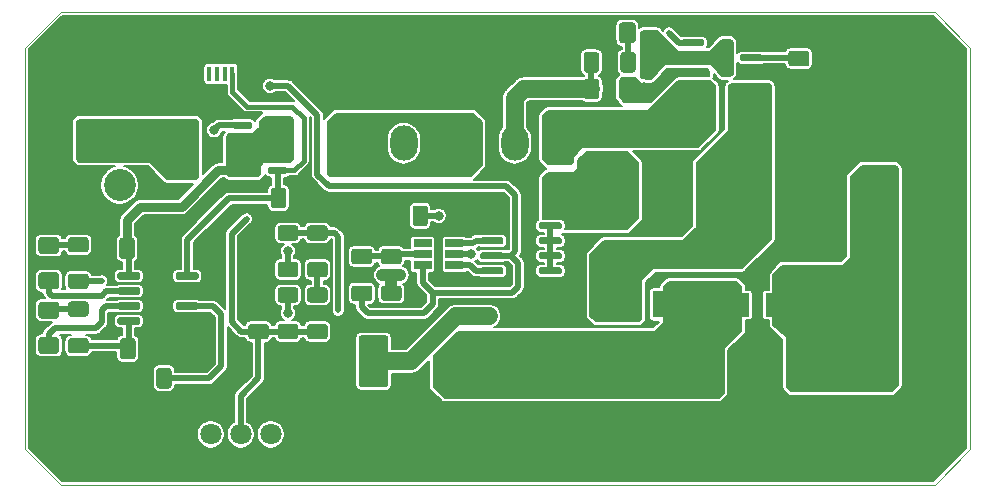
<source format=gbr>
%TF.GenerationSoftware,KiCad,Pcbnew,(5.1.10)-1*%
%TF.CreationDate,2021-06-27T16:37:14+02:00*%
%TF.ProjectId,BatteryBoost,42617474-6572-4794-926f-6f73742e6b69,rev?*%
%TF.SameCoordinates,Original*%
%TF.FileFunction,Copper,L1,Top*%
%TF.FilePolarity,Positive*%
%FSLAX46Y46*%
G04 Gerber Fmt 4.6, Leading zero omitted, Abs format (unit mm)*
G04 Created by KiCad (PCBNEW (5.1.10)-1) date 2021-06-27 16:37:14*
%MOMM*%
%LPD*%
G01*
G04 APERTURE LIST*
%TA.AperFunction,Profile*%
%ADD10C,0.050000*%
%TD*%
%TA.AperFunction,SMDPad,CuDef*%
%ADD11R,1.200000X2.000000*%
%TD*%
%TA.AperFunction,SMDPad,CuDef*%
%ADD12R,1.560000X0.650000*%
%TD*%
%TA.AperFunction,SMDPad,CuDef*%
%ADD13R,2.290000X3.000000*%
%TD*%
%TA.AperFunction,ComponentPad*%
%ADD14O,2.300000X3.000000*%
%TD*%
%TA.AperFunction,ComponentPad*%
%ADD15C,1.800000*%
%TD*%
%TA.AperFunction,SMDPad,CuDef*%
%ADD16C,3.000000*%
%TD*%
%TA.AperFunction,SMDPad,CuDef*%
%ADD17R,2.900000X5.400000*%
%TD*%
%TA.AperFunction,ComponentPad*%
%ADD18C,2.700000*%
%TD*%
%TA.AperFunction,ComponentPad*%
%ADD19O,1.100000X1.800000*%
%TD*%
%TA.AperFunction,SMDPad,CuDef*%
%ADD20R,0.400000X1.250000*%
%TD*%
%TA.AperFunction,ComponentPad*%
%ADD21C,1.290000*%
%TD*%
%TA.AperFunction,SMDPad,CuDef*%
%ADD22R,2.500000X2.300000*%
%TD*%
%TA.AperFunction,ConnectorPad*%
%ADD23C,5.600000*%
%TD*%
%TA.AperFunction,ComponentPad*%
%ADD24C,3.600000*%
%TD*%
%TA.AperFunction,ViaPad*%
%ADD25C,0.500000*%
%TD*%
%TA.AperFunction,ViaPad*%
%ADD26C,0.800000*%
%TD*%
%TA.AperFunction,Conductor*%
%ADD27C,0.500000*%
%TD*%
%TA.AperFunction,Conductor*%
%ADD28C,0.400000*%
%TD*%
%TA.AperFunction,Conductor*%
%ADD29C,0.750000*%
%TD*%
%TA.AperFunction,Conductor*%
%ADD30C,1.000000*%
%TD*%
%TA.AperFunction,Conductor*%
%ADD31C,1.500000*%
%TD*%
%TA.AperFunction,Conductor*%
%ADD32C,0.200000*%
%TD*%
%TA.AperFunction,Conductor*%
%ADD33C,0.100000*%
%TD*%
G04 APERTURE END LIST*
D10*
X3000000Y-40000000D02*
X0Y-37000000D01*
X80000000Y-37000000D02*
X77000000Y-40000000D01*
X77000000Y0D02*
X80000000Y-3000000D01*
X0Y-3000000D02*
X3000000Y0D01*
X80000000Y-37000000D02*
X80000000Y-3000000D01*
X3000000Y-40000000D02*
X77000000Y-40000000D01*
X77000000Y0D02*
X3000000Y0D01*
X0Y-3000000D02*
X0Y-37000000D01*
D11*
%TO.P,L2,2*%
%TO.N,/Vout*%
X63300000Y-24800000D03*
%TO.P,L2,1*%
%TO.N,SMPS_Output*%
X60700000Y-24800000D03*
%TD*%
D12*
%TO.P,U3,1*%
%TO.N,Net-(Q4-Pad4)*%
X36350000Y-21450000D03*
%TO.P,U3,2*%
%TO.N,Net-(R16-Pad1)*%
X36350000Y-20500000D03*
%TO.P,U3,3*%
%TO.N,Net-(Q4-Pad2)*%
X36350000Y-19550000D03*
%TO.P,U3,4*%
%TO.N,N/C*%
X33650000Y-19550000D03*
%TO.P,U3,6*%
%TO.N,/Raw_Batt_-*%
X33650000Y-21450000D03*
%TO.P,U3,5*%
%TO.N,Net-(C9-Pad1)*%
X33650000Y-20500000D03*
%TD*%
%TO.P,R16,1*%
%TO.N,Net-(R16-Pad1)*%
%TA.AperFunction,SMDPad,CuDef*%
G36*
G01*
X32800000Y-17875000D02*
X32800000Y-16625000D01*
G75*
G02*
X33050000Y-16375000I250000J0D01*
G01*
X33850000Y-16375000D01*
G75*
G02*
X34100000Y-16625000I0J-250000D01*
G01*
X34100000Y-17875000D01*
G75*
G02*
X33850000Y-18125000I-250000J0D01*
G01*
X33050000Y-18125000D01*
G75*
G02*
X32800000Y-17875000I0J250000D01*
G01*
G37*
%TD.AperFunction*%
%TO.P,R16,2*%
%TO.N,GND*%
%TA.AperFunction,SMDPad,CuDef*%
G36*
G01*
X35900000Y-17875000D02*
X35900000Y-16625000D01*
G75*
G02*
X36150000Y-16375000I250000J0D01*
G01*
X36950000Y-16375000D01*
G75*
G02*
X37200000Y-16625000I0J-250000D01*
G01*
X37200000Y-17875000D01*
G75*
G02*
X36950000Y-18125000I-250000J0D01*
G01*
X36150000Y-18125000D01*
G75*
G02*
X35900000Y-17875000I0J250000D01*
G01*
G37*
%TD.AperFunction*%
%TD*%
%TO.P,R15,1*%
%TO.N,VBATT*%
%TA.AperFunction,SMDPad,CuDef*%
G36*
G01*
X31625000Y-24450000D02*
X30375000Y-24450000D01*
G75*
G02*
X30125000Y-24200000I0J250000D01*
G01*
X30125000Y-23400000D01*
G75*
G02*
X30375000Y-23150000I250000J0D01*
G01*
X31625000Y-23150000D01*
G75*
G02*
X31875000Y-23400000I0J-250000D01*
G01*
X31875000Y-24200000D01*
G75*
G02*
X31625000Y-24450000I-250000J0D01*
G01*
G37*
%TD.AperFunction*%
%TO.P,R15,2*%
%TO.N,Net-(C9-Pad1)*%
%TA.AperFunction,SMDPad,CuDef*%
G36*
G01*
X31625000Y-21350000D02*
X30375000Y-21350000D01*
G75*
G02*
X30125000Y-21100000I0J250000D01*
G01*
X30125000Y-20300000D01*
G75*
G02*
X30375000Y-20050000I250000J0D01*
G01*
X31625000Y-20050000D01*
G75*
G02*
X31875000Y-20300000I0J-250000D01*
G01*
X31875000Y-21100000D01*
G75*
G02*
X31625000Y-21350000I-250000J0D01*
G01*
G37*
%TD.AperFunction*%
%TD*%
%TO.P,Q4,1*%
%TO.N,GND*%
%TA.AperFunction,SMDPad,CuDef*%
G36*
G01*
X38550000Y-18245000D02*
X38550000Y-17945000D01*
G75*
G02*
X38700000Y-17795000I150000J0D01*
G01*
X40350000Y-17795000D01*
G75*
G02*
X40500000Y-17945000I0J-150000D01*
G01*
X40500000Y-18245000D01*
G75*
G02*
X40350000Y-18395000I-150000J0D01*
G01*
X38700000Y-18395000D01*
G75*
G02*
X38550000Y-18245000I0J150000D01*
G01*
G37*
%TD.AperFunction*%
%TO.P,Q4,2*%
%TO.N,Net-(Q4-Pad2)*%
%TA.AperFunction,SMDPad,CuDef*%
G36*
G01*
X38550000Y-19515000D02*
X38550000Y-19215000D01*
G75*
G02*
X38700000Y-19065000I150000J0D01*
G01*
X40350000Y-19065000D01*
G75*
G02*
X40500000Y-19215000I0J-150000D01*
G01*
X40500000Y-19515000D01*
G75*
G02*
X40350000Y-19665000I-150000J0D01*
G01*
X38700000Y-19665000D01*
G75*
G02*
X38550000Y-19515000I0J150000D01*
G01*
G37*
%TD.AperFunction*%
%TO.P,Q4,3*%
%TO.N,/Raw_Batt_-*%
%TA.AperFunction,SMDPad,CuDef*%
G36*
G01*
X38550000Y-20785000D02*
X38550000Y-20485000D01*
G75*
G02*
X38700000Y-20335000I150000J0D01*
G01*
X40350000Y-20335000D01*
G75*
G02*
X40500000Y-20485000I0J-150000D01*
G01*
X40500000Y-20785000D01*
G75*
G02*
X40350000Y-20935000I-150000J0D01*
G01*
X38700000Y-20935000D01*
G75*
G02*
X38550000Y-20785000I0J150000D01*
G01*
G37*
%TD.AperFunction*%
%TO.P,Q4,4*%
%TO.N,Net-(Q4-Pad4)*%
%TA.AperFunction,SMDPad,CuDef*%
G36*
G01*
X38550000Y-22055000D02*
X38550000Y-21755000D01*
G75*
G02*
X38700000Y-21605000I150000J0D01*
G01*
X40350000Y-21605000D01*
G75*
G02*
X40500000Y-21755000I0J-150000D01*
G01*
X40500000Y-22055000D01*
G75*
G02*
X40350000Y-22205000I-150000J0D01*
G01*
X38700000Y-22205000D01*
G75*
G02*
X38550000Y-22055000I0J150000D01*
G01*
G37*
%TD.AperFunction*%
%TO.P,Q4,5*%
%TO.N,Net-(Q4-Pad5)*%
%TA.AperFunction,SMDPad,CuDef*%
G36*
G01*
X43500000Y-22055000D02*
X43500000Y-21755000D01*
G75*
G02*
X43650000Y-21605000I150000J0D01*
G01*
X45300000Y-21605000D01*
G75*
G02*
X45450000Y-21755000I0J-150000D01*
G01*
X45450000Y-22055000D01*
G75*
G02*
X45300000Y-22205000I-150000J0D01*
G01*
X43650000Y-22205000D01*
G75*
G02*
X43500000Y-22055000I0J150000D01*
G01*
G37*
%TD.AperFunction*%
%TO.P,Q4,6*%
%TA.AperFunction,SMDPad,CuDef*%
G36*
G01*
X43500000Y-20785000D02*
X43500000Y-20485000D01*
G75*
G02*
X43650000Y-20335000I150000J0D01*
G01*
X45300000Y-20335000D01*
G75*
G02*
X45450000Y-20485000I0J-150000D01*
G01*
X45450000Y-20785000D01*
G75*
G02*
X45300000Y-20935000I-150000J0D01*
G01*
X43650000Y-20935000D01*
G75*
G02*
X43500000Y-20785000I0J150000D01*
G01*
G37*
%TD.AperFunction*%
%TO.P,Q4,7*%
%TA.AperFunction,SMDPad,CuDef*%
G36*
G01*
X43500000Y-19515000D02*
X43500000Y-19215000D01*
G75*
G02*
X43650000Y-19065000I150000J0D01*
G01*
X45300000Y-19065000D01*
G75*
G02*
X45450000Y-19215000I0J-150000D01*
G01*
X45450000Y-19515000D01*
G75*
G02*
X45300000Y-19665000I-150000J0D01*
G01*
X43650000Y-19665000D01*
G75*
G02*
X43500000Y-19515000I0J150000D01*
G01*
G37*
%TD.AperFunction*%
%TO.P,Q4,8*%
%TA.AperFunction,SMDPad,CuDef*%
G36*
G01*
X43500000Y-18245000D02*
X43500000Y-17945000D01*
G75*
G02*
X43650000Y-17795000I150000J0D01*
G01*
X45300000Y-17795000D01*
G75*
G02*
X45450000Y-17945000I0J-150000D01*
G01*
X45450000Y-18245000D01*
G75*
G02*
X45300000Y-18395000I-150000J0D01*
G01*
X43650000Y-18395000D01*
G75*
G02*
X43500000Y-18245000I0J150000D01*
G01*
G37*
%TD.AperFunction*%
%TD*%
%TO.P,C9,1*%
%TO.N,Net-(C9-Pad1)*%
%TA.AperFunction,SMDPad,CuDef*%
G36*
G01*
X27849999Y-20025000D02*
X29150001Y-20025000D01*
G75*
G02*
X29400000Y-20274999I0J-249999D01*
G01*
X29400000Y-21100001D01*
G75*
G02*
X29150001Y-21350000I-249999J0D01*
G01*
X27849999Y-21350000D01*
G75*
G02*
X27600000Y-21100001I0J249999D01*
G01*
X27600000Y-20274999D01*
G75*
G02*
X27849999Y-20025000I249999J0D01*
G01*
G37*
%TD.AperFunction*%
%TO.P,C9,2*%
%TO.N,/Raw_Batt_-*%
%TA.AperFunction,SMDPad,CuDef*%
G36*
G01*
X27849999Y-23150000D02*
X29150001Y-23150000D01*
G75*
G02*
X29400000Y-23399999I0J-249999D01*
G01*
X29400000Y-24225001D01*
G75*
G02*
X29150001Y-24475000I-249999J0D01*
G01*
X27849999Y-24475000D01*
G75*
G02*
X27600000Y-24225001I0J249999D01*
G01*
X27600000Y-23399999D01*
G75*
G02*
X27849999Y-23150000I249999J0D01*
G01*
G37*
%TD.AperFunction*%
%TD*%
%TO.P,C3,1*%
%TO.N,Net-(C3-Pad1)*%
%TA.AperFunction,SMDPad,CuDef*%
G36*
G01*
X64849999Y-3275000D02*
X66150001Y-3275000D01*
G75*
G02*
X66400000Y-3524999I0J-249999D01*
G01*
X66400000Y-4350001D01*
G75*
G02*
X66150001Y-4600000I-249999J0D01*
G01*
X64849999Y-4600000D01*
G75*
G02*
X64600000Y-4350001I0J249999D01*
G01*
X64600000Y-3524999D01*
G75*
G02*
X64849999Y-3275000I249999J0D01*
G01*
G37*
%TD.AperFunction*%
%TO.P,C3,2*%
%TO.N,GND*%
%TA.AperFunction,SMDPad,CuDef*%
G36*
G01*
X64849999Y-6400000D02*
X66150001Y-6400000D01*
G75*
G02*
X66400000Y-6649999I0J-249999D01*
G01*
X66400000Y-7475001D01*
G75*
G02*
X66150001Y-7725000I-249999J0D01*
G01*
X64849999Y-7725000D01*
G75*
G02*
X64600000Y-7475001I0J249999D01*
G01*
X64600000Y-6649999D01*
G75*
G02*
X64849999Y-6400000I249999J0D01*
G01*
G37*
%TD.AperFunction*%
%TD*%
%TO.P,R2,2*%
%TO.N,Net-(L1-Pad2)*%
%TA.AperFunction,SMDPad,CuDef*%
G36*
G01*
X44625000Y-14150000D02*
X45875000Y-14150000D01*
G75*
G02*
X46125000Y-14400000I0J-250000D01*
G01*
X46125000Y-15200000D01*
G75*
G02*
X45875000Y-15450000I-250000J0D01*
G01*
X44625000Y-15450000D01*
G75*
G02*
X44375000Y-15200000I0J250000D01*
G01*
X44375000Y-14400000D01*
G75*
G02*
X44625000Y-14150000I250000J0D01*
G01*
G37*
%TD.AperFunction*%
%TO.P,R2,1*%
%TO.N,Net-(R2-Pad1)*%
%TA.AperFunction,SMDPad,CuDef*%
G36*
G01*
X44625000Y-11050000D02*
X45875000Y-11050000D01*
G75*
G02*
X46125000Y-11300000I0J-250000D01*
G01*
X46125000Y-12100000D01*
G75*
G02*
X45875000Y-12350000I-250000J0D01*
G01*
X44625000Y-12350000D01*
G75*
G02*
X44375000Y-12100000I0J250000D01*
G01*
X44375000Y-11300000D01*
G75*
G02*
X44625000Y-11050000I250000J0D01*
G01*
G37*
%TD.AperFunction*%
%TD*%
%TO.P,R10,2*%
%TO.N,+5V*%
%TA.AperFunction,SMDPad,CuDef*%
G36*
G01*
X22100000Y-15125000D02*
X22100000Y-16375000D01*
G75*
G02*
X21850000Y-16625000I-250000J0D01*
G01*
X21050000Y-16625000D01*
G75*
G02*
X20800000Y-16375000I0J250000D01*
G01*
X20800000Y-15125000D01*
G75*
G02*
X21050000Y-14875000I250000J0D01*
G01*
X21850000Y-14875000D01*
G75*
G02*
X22100000Y-15125000I0J-250000D01*
G01*
G37*
%TD.AperFunction*%
%TO.P,R10,1*%
%TO.N,GND*%
%TA.AperFunction,SMDPad,CuDef*%
G36*
G01*
X25200000Y-15125000D02*
X25200000Y-16375000D01*
G75*
G02*
X24950000Y-16625000I-250000J0D01*
G01*
X24150000Y-16625000D01*
G75*
G02*
X23900000Y-16375000I0J250000D01*
G01*
X23900000Y-15125000D01*
G75*
G02*
X24150000Y-14875000I250000J0D01*
G01*
X24950000Y-14875000D01*
G75*
G02*
X25200000Y-15125000I0J-250000D01*
G01*
G37*
%TD.AperFunction*%
%TD*%
%TO.P,Q1,S*%
%TO.N,VBATT*%
%TA.AperFunction,SMDPad,CuDef*%
G36*
G01*
X20550000Y-9745000D02*
X20550000Y-9445000D01*
G75*
G02*
X20700000Y-9295000I150000J0D01*
G01*
X22050000Y-9295000D01*
G75*
G02*
X22200000Y-9445000I0J-150000D01*
G01*
X22200000Y-9745000D01*
G75*
G02*
X22050000Y-9895000I-150000J0D01*
G01*
X20700000Y-9895000D01*
G75*
G02*
X20550000Y-9745000I0J150000D01*
G01*
G37*
%TD.AperFunction*%
%TA.AperFunction,SMDPad,CuDef*%
G36*
G01*
X20550000Y-11015000D02*
X20550000Y-10715000D01*
G75*
G02*
X20700000Y-10565000I150000J0D01*
G01*
X22050000Y-10565000D01*
G75*
G02*
X22200000Y-10715000I0J-150000D01*
G01*
X22200000Y-11015000D01*
G75*
G02*
X22050000Y-11165000I-150000J0D01*
G01*
X20700000Y-11165000D01*
G75*
G02*
X20550000Y-11015000I0J150000D01*
G01*
G37*
%TD.AperFunction*%
%TA.AperFunction,SMDPad,CuDef*%
G36*
G01*
X20550000Y-12285000D02*
X20550000Y-11985000D01*
G75*
G02*
X20700000Y-11835000I150000J0D01*
G01*
X22050000Y-11835000D01*
G75*
G02*
X22200000Y-11985000I0J-150000D01*
G01*
X22200000Y-12285000D01*
G75*
G02*
X22050000Y-12435000I-150000J0D01*
G01*
X20700000Y-12435000D01*
G75*
G02*
X20550000Y-12285000I0J150000D01*
G01*
G37*
%TD.AperFunction*%
%TO.P,Q1,G*%
%TO.N,+5V*%
%TA.AperFunction,SMDPad,CuDef*%
G36*
G01*
X20550000Y-13555000D02*
X20550000Y-13255000D01*
G75*
G02*
X20700000Y-13105000I150000J0D01*
G01*
X22050000Y-13105000D01*
G75*
G02*
X22200000Y-13255000I0J-150000D01*
G01*
X22200000Y-13555000D01*
G75*
G02*
X22050000Y-13705000I-150000J0D01*
G01*
X20700000Y-13705000D01*
G75*
G02*
X20550000Y-13555000I0J150000D01*
G01*
G37*
%TD.AperFunction*%
%TO.P,Q1,D*%
%TO.N,Net-(Q1-PadD)*%
%TA.AperFunction,SMDPad,CuDef*%
G36*
G01*
X25800000Y-13555000D02*
X25800000Y-13255000D01*
G75*
G02*
X25950000Y-13105000I150000J0D01*
G01*
X27300000Y-13105000D01*
G75*
G02*
X27450000Y-13255000I0J-150000D01*
G01*
X27450000Y-13555000D01*
G75*
G02*
X27300000Y-13705000I-150000J0D01*
G01*
X25950000Y-13705000D01*
G75*
G02*
X25800000Y-13555000I0J150000D01*
G01*
G37*
%TD.AperFunction*%
%TA.AperFunction,SMDPad,CuDef*%
G36*
G01*
X25800000Y-12285000D02*
X25800000Y-11985000D01*
G75*
G02*
X25950000Y-11835000I150000J0D01*
G01*
X27300000Y-11835000D01*
G75*
G02*
X27450000Y-11985000I0J-150000D01*
G01*
X27450000Y-12285000D01*
G75*
G02*
X27300000Y-12435000I-150000J0D01*
G01*
X25950000Y-12435000D01*
G75*
G02*
X25800000Y-12285000I0J150000D01*
G01*
G37*
%TD.AperFunction*%
%TA.AperFunction,SMDPad,CuDef*%
G36*
G01*
X25800000Y-11015000D02*
X25800000Y-10715000D01*
G75*
G02*
X25950000Y-10565000I150000J0D01*
G01*
X27300000Y-10565000D01*
G75*
G02*
X27450000Y-10715000I0J-150000D01*
G01*
X27450000Y-11015000D01*
G75*
G02*
X27300000Y-11165000I-150000J0D01*
G01*
X25950000Y-11165000D01*
G75*
G02*
X25800000Y-11015000I0J150000D01*
G01*
G37*
%TD.AperFunction*%
%TA.AperFunction,SMDPad,CuDef*%
G36*
G01*
X25800000Y-9745000D02*
X25800000Y-9445000D01*
G75*
G02*
X25950000Y-9295000I150000J0D01*
G01*
X27300000Y-9295000D01*
G75*
G02*
X27450000Y-9445000I0J-150000D01*
G01*
X27450000Y-9745000D01*
G75*
G02*
X27300000Y-9895000I-150000J0D01*
G01*
X25950000Y-9895000D01*
G75*
G02*
X25800000Y-9745000I0J150000D01*
G01*
G37*
%TD.AperFunction*%
%TD*%
%TO.P,Q2,D*%
%TO.N,/Raw_Batt_+*%
%TA.AperFunction,SMDPad,CuDef*%
G36*
G01*
X13950000Y-13255000D02*
X13950000Y-13555000D01*
G75*
G02*
X13800000Y-13705000I-150000J0D01*
G01*
X12450000Y-13705000D01*
G75*
G02*
X12300000Y-13555000I0J150000D01*
G01*
X12300000Y-13255000D01*
G75*
G02*
X12450000Y-13105000I150000J0D01*
G01*
X13800000Y-13105000D01*
G75*
G02*
X13950000Y-13255000I0J-150000D01*
G01*
G37*
%TD.AperFunction*%
%TA.AperFunction,SMDPad,CuDef*%
G36*
G01*
X13950000Y-11985000D02*
X13950000Y-12285000D01*
G75*
G02*
X13800000Y-12435000I-150000J0D01*
G01*
X12450000Y-12435000D01*
G75*
G02*
X12300000Y-12285000I0J150000D01*
G01*
X12300000Y-11985000D01*
G75*
G02*
X12450000Y-11835000I150000J0D01*
G01*
X13800000Y-11835000D01*
G75*
G02*
X13950000Y-11985000I0J-150000D01*
G01*
G37*
%TD.AperFunction*%
%TA.AperFunction,SMDPad,CuDef*%
G36*
G01*
X13950000Y-10715000D02*
X13950000Y-11015000D01*
G75*
G02*
X13800000Y-11165000I-150000J0D01*
G01*
X12450000Y-11165000D01*
G75*
G02*
X12300000Y-11015000I0J150000D01*
G01*
X12300000Y-10715000D01*
G75*
G02*
X12450000Y-10565000I150000J0D01*
G01*
X13800000Y-10565000D01*
G75*
G02*
X13950000Y-10715000I0J-150000D01*
G01*
G37*
%TD.AperFunction*%
%TA.AperFunction,SMDPad,CuDef*%
G36*
G01*
X13950000Y-9445000D02*
X13950000Y-9745000D01*
G75*
G02*
X13800000Y-9895000I-150000J0D01*
G01*
X12450000Y-9895000D01*
G75*
G02*
X12300000Y-9745000I0J150000D01*
G01*
X12300000Y-9445000D01*
G75*
G02*
X12450000Y-9295000I150000J0D01*
G01*
X13800000Y-9295000D01*
G75*
G02*
X13950000Y-9445000I0J-150000D01*
G01*
G37*
%TD.AperFunction*%
%TO.P,Q2,G*%
%TO.N,/Raw_Batt_-*%
%TA.AperFunction,SMDPad,CuDef*%
G36*
G01*
X19200000Y-9445000D02*
X19200000Y-9745000D01*
G75*
G02*
X19050000Y-9895000I-150000J0D01*
G01*
X17700000Y-9895000D01*
G75*
G02*
X17550000Y-9745000I0J150000D01*
G01*
X17550000Y-9445000D01*
G75*
G02*
X17700000Y-9295000I150000J0D01*
G01*
X19050000Y-9295000D01*
G75*
G02*
X19200000Y-9445000I0J-150000D01*
G01*
G37*
%TD.AperFunction*%
%TO.P,Q2,S*%
%TO.N,VBATT*%
%TA.AperFunction,SMDPad,CuDef*%
G36*
G01*
X19200000Y-10715000D02*
X19200000Y-11015000D01*
G75*
G02*
X19050000Y-11165000I-150000J0D01*
G01*
X17700000Y-11165000D01*
G75*
G02*
X17550000Y-11015000I0J150000D01*
G01*
X17550000Y-10715000D01*
G75*
G02*
X17700000Y-10565000I150000J0D01*
G01*
X19050000Y-10565000D01*
G75*
G02*
X19200000Y-10715000I0J-150000D01*
G01*
G37*
%TD.AperFunction*%
%TA.AperFunction,SMDPad,CuDef*%
G36*
G01*
X19200000Y-11985000D02*
X19200000Y-12285000D01*
G75*
G02*
X19050000Y-12435000I-150000J0D01*
G01*
X17700000Y-12435000D01*
G75*
G02*
X17550000Y-12285000I0J150000D01*
G01*
X17550000Y-11985000D01*
G75*
G02*
X17700000Y-11835000I150000J0D01*
G01*
X19050000Y-11835000D01*
G75*
G02*
X19200000Y-11985000I0J-150000D01*
G01*
G37*
%TD.AperFunction*%
%TA.AperFunction,SMDPad,CuDef*%
G36*
G01*
X19200000Y-13255000D02*
X19200000Y-13555000D01*
G75*
G02*
X19050000Y-13705000I-150000J0D01*
G01*
X17700000Y-13705000D01*
G75*
G02*
X17550000Y-13555000I0J150000D01*
G01*
X17550000Y-13255000D01*
G75*
G02*
X17700000Y-13105000I150000J0D01*
G01*
X19050000Y-13105000D01*
G75*
G02*
X19200000Y-13255000I0J-150000D01*
G01*
G37*
%TD.AperFunction*%
%TD*%
%TO.P,U2,1*%
%TO.N,GND*%
%TA.AperFunction,SMDPad,CuDef*%
G36*
G01*
X14700000Y-26005000D02*
X14700000Y-26305000D01*
G75*
G02*
X14550000Y-26455000I-150000J0D01*
G01*
X12900000Y-26455000D01*
G75*
G02*
X12750000Y-26305000I0J150000D01*
G01*
X12750000Y-26005000D01*
G75*
G02*
X12900000Y-25855000I150000J0D01*
G01*
X14550000Y-25855000D01*
G75*
G02*
X14700000Y-26005000I0J-150000D01*
G01*
G37*
%TD.AperFunction*%
%TO.P,U2,2*%
%TO.N,Net-(R11-Pad1)*%
%TA.AperFunction,SMDPad,CuDef*%
G36*
G01*
X14700000Y-24735000D02*
X14700000Y-25035000D01*
G75*
G02*
X14550000Y-25185000I-150000J0D01*
G01*
X12900000Y-25185000D01*
G75*
G02*
X12750000Y-25035000I0J150000D01*
G01*
X12750000Y-24735000D01*
G75*
G02*
X12900000Y-24585000I150000J0D01*
G01*
X14550000Y-24585000D01*
G75*
G02*
X14700000Y-24735000I0J-150000D01*
G01*
G37*
%TD.AperFunction*%
%TO.P,U2,3*%
%TO.N,GND*%
%TA.AperFunction,SMDPad,CuDef*%
G36*
G01*
X14700000Y-23465000D02*
X14700000Y-23765000D01*
G75*
G02*
X14550000Y-23915000I-150000J0D01*
G01*
X12900000Y-23915000D01*
G75*
G02*
X12750000Y-23765000I0J150000D01*
G01*
X12750000Y-23465000D01*
G75*
G02*
X12900000Y-23315000I150000J0D01*
G01*
X14550000Y-23315000D01*
G75*
G02*
X14700000Y-23465000I0J-150000D01*
G01*
G37*
%TD.AperFunction*%
%TO.P,U2,4*%
%TO.N,+5V*%
%TA.AperFunction,SMDPad,CuDef*%
G36*
G01*
X14700000Y-22195000D02*
X14700000Y-22495000D01*
G75*
G02*
X14550000Y-22645000I-150000J0D01*
G01*
X12900000Y-22645000D01*
G75*
G02*
X12750000Y-22495000I0J150000D01*
G01*
X12750000Y-22195000D01*
G75*
G02*
X12900000Y-22045000I150000J0D01*
G01*
X14550000Y-22045000D01*
G75*
G02*
X14700000Y-22195000I0J-150000D01*
G01*
G37*
%TD.AperFunction*%
%TO.P,U2,5*%
%TO.N,VBATT*%
%TA.AperFunction,SMDPad,CuDef*%
G36*
G01*
X9750000Y-22195000D02*
X9750000Y-22495000D01*
G75*
G02*
X9600000Y-22645000I-150000J0D01*
G01*
X7950000Y-22645000D01*
G75*
G02*
X7800000Y-22495000I0J150000D01*
G01*
X7800000Y-22195000D01*
G75*
G02*
X7950000Y-22045000I150000J0D01*
G01*
X9600000Y-22045000D01*
G75*
G02*
X9750000Y-22195000I0J-150000D01*
G01*
G37*
%TD.AperFunction*%
%TO.P,U2,6*%
%TO.N,Net-(D1-Pad1)*%
%TA.AperFunction,SMDPad,CuDef*%
G36*
G01*
X9750000Y-23465000D02*
X9750000Y-23765000D01*
G75*
G02*
X9600000Y-23915000I-150000J0D01*
G01*
X7950000Y-23915000D01*
G75*
G02*
X7800000Y-23765000I0J150000D01*
G01*
X7800000Y-23465000D01*
G75*
G02*
X7950000Y-23315000I150000J0D01*
G01*
X9600000Y-23315000D01*
G75*
G02*
X9750000Y-23465000I0J-150000D01*
G01*
G37*
%TD.AperFunction*%
%TO.P,U2,7*%
%TO.N,Net-(D3-Pad1)*%
%TA.AperFunction,SMDPad,CuDef*%
G36*
G01*
X9750000Y-24735000D02*
X9750000Y-25035000D01*
G75*
G02*
X9600000Y-25185000I-150000J0D01*
G01*
X7950000Y-25185000D01*
G75*
G02*
X7800000Y-25035000I0J150000D01*
G01*
X7800000Y-24735000D01*
G75*
G02*
X7950000Y-24585000I150000J0D01*
G01*
X9600000Y-24585000D01*
G75*
G02*
X9750000Y-24735000I0J-150000D01*
G01*
G37*
%TD.AperFunction*%
%TO.P,U2,8*%
%TO.N,+5V*%
%TA.AperFunction,SMDPad,CuDef*%
G36*
G01*
X9750000Y-26005000D02*
X9750000Y-26305000D01*
G75*
G02*
X9600000Y-26455000I-150000J0D01*
G01*
X7950000Y-26455000D01*
G75*
G02*
X7800000Y-26305000I0J150000D01*
G01*
X7800000Y-26005000D01*
G75*
G02*
X7950000Y-25855000I150000J0D01*
G01*
X9600000Y-25855000D01*
G75*
G02*
X9750000Y-26005000I0J-150000D01*
G01*
G37*
%TD.AperFunction*%
D13*
%TO.P,U2,9*%
%TO.N,GND*%
X11250000Y-24250000D03*
%TD*%
%TO.P,U1,8*%
%TO.N,Net-(R2-Pad1)*%
%TA.AperFunction,SMDPad,CuDef*%
G36*
G01*
X57500000Y-6255000D02*
X57500000Y-6555000D01*
G75*
G02*
X57350000Y-6705000I-150000J0D01*
G01*
X55700000Y-6705000D01*
G75*
G02*
X55550000Y-6555000I0J150000D01*
G01*
X55550000Y-6255000D01*
G75*
G02*
X55700000Y-6105000I150000J0D01*
G01*
X57350000Y-6105000D01*
G75*
G02*
X57500000Y-6255000I0J-150000D01*
G01*
G37*
%TD.AperFunction*%
%TO.P,U1,7*%
%TO.N,Net-(L1-Pad2)*%
%TA.AperFunction,SMDPad,CuDef*%
G36*
G01*
X57500000Y-4985000D02*
X57500000Y-5285000D01*
G75*
G02*
X57350000Y-5435000I-150000J0D01*
G01*
X55700000Y-5435000D01*
G75*
G02*
X55550000Y-5285000I0J150000D01*
G01*
X55550000Y-4985000D01*
G75*
G02*
X55700000Y-4835000I150000J0D01*
G01*
X57350000Y-4835000D01*
G75*
G02*
X57500000Y-4985000I0J-150000D01*
G01*
G37*
%TD.AperFunction*%
%TO.P,U1,6*%
%TO.N,SMPS_Pwr*%
%TA.AperFunction,SMDPad,CuDef*%
G36*
G01*
X57500000Y-3715000D02*
X57500000Y-4015000D01*
G75*
G02*
X57350000Y-4165000I-150000J0D01*
G01*
X55700000Y-4165000D01*
G75*
G02*
X55550000Y-4015000I0J150000D01*
G01*
X55550000Y-3715000D01*
G75*
G02*
X55700000Y-3565000I150000J0D01*
G01*
X57350000Y-3565000D01*
G75*
G02*
X57500000Y-3715000I0J-150000D01*
G01*
G37*
%TD.AperFunction*%
%TO.P,U1,5*%
%TO.N,SMPS_VoltageSetting*%
%TA.AperFunction,SMDPad,CuDef*%
G36*
G01*
X57500000Y-2445000D02*
X57500000Y-2745000D01*
G75*
G02*
X57350000Y-2895000I-150000J0D01*
G01*
X55700000Y-2895000D01*
G75*
G02*
X55550000Y-2745000I0J150000D01*
G01*
X55550000Y-2445000D01*
G75*
G02*
X55700000Y-2295000I150000J0D01*
G01*
X57350000Y-2295000D01*
G75*
G02*
X57500000Y-2445000I0J-150000D01*
G01*
G37*
%TD.AperFunction*%
%TO.P,U1,4*%
%TO.N,GND*%
%TA.AperFunction,SMDPad,CuDef*%
G36*
G01*
X62450000Y-2445000D02*
X62450000Y-2745000D01*
G75*
G02*
X62300000Y-2895000I-150000J0D01*
G01*
X60650000Y-2895000D01*
G75*
G02*
X60500000Y-2745000I0J150000D01*
G01*
X60500000Y-2445000D01*
G75*
G02*
X60650000Y-2295000I150000J0D01*
G01*
X62300000Y-2295000D01*
G75*
G02*
X62450000Y-2445000I0J-150000D01*
G01*
G37*
%TD.AperFunction*%
%TO.P,U1,3*%
%TO.N,Net-(C3-Pad1)*%
%TA.AperFunction,SMDPad,CuDef*%
G36*
G01*
X62450000Y-3715000D02*
X62450000Y-4015000D01*
G75*
G02*
X62300000Y-4165000I-150000J0D01*
G01*
X60650000Y-4165000D01*
G75*
G02*
X60500000Y-4015000I0J150000D01*
G01*
X60500000Y-3715000D01*
G75*
G02*
X60650000Y-3565000I150000J0D01*
G01*
X62300000Y-3565000D01*
G75*
G02*
X62450000Y-3715000I0J-150000D01*
G01*
G37*
%TD.AperFunction*%
%TO.P,U1,2*%
%TO.N,GND*%
%TA.AperFunction,SMDPad,CuDef*%
G36*
G01*
X62450000Y-4985000D02*
X62450000Y-5285000D01*
G75*
G02*
X62300000Y-5435000I-150000J0D01*
G01*
X60650000Y-5435000D01*
G75*
G02*
X60500000Y-5285000I0J150000D01*
G01*
X60500000Y-4985000D01*
G75*
G02*
X60650000Y-4835000I150000J0D01*
G01*
X62300000Y-4835000D01*
G75*
G02*
X62450000Y-4985000I0J-150000D01*
G01*
G37*
%TD.AperFunction*%
%TO.P,U1,1*%
%TO.N,Net-(D2-Pad2)*%
%TA.AperFunction,SMDPad,CuDef*%
G36*
G01*
X62450000Y-6255000D02*
X62450000Y-6555000D01*
G75*
G02*
X62300000Y-6705000I-150000J0D01*
G01*
X60650000Y-6705000D01*
G75*
G02*
X60500000Y-6555000I0J150000D01*
G01*
X60500000Y-6255000D01*
G75*
G02*
X60650000Y-6105000I150000J0D01*
G01*
X62300000Y-6105000D01*
G75*
G02*
X62450000Y-6255000I0J-150000D01*
G01*
G37*
%TD.AperFunction*%
%TD*%
D14*
%TO.P,SW1,1*%
%TO.N,Net-(SW1-Pad1)*%
X32050000Y-11100000D03*
%TO.P,SW1,2*%
%TO.N,Net-(Q1-PadD)*%
X36750000Y-11100000D03*
%TO.P,SW1,3*%
%TO.N,SMPS_Pwr*%
X41450000Y-11100000D03*
%TD*%
D15*
%TO.P,RV1,3*%
%TO.N,Net-(R7-Pad1)*%
X20790000Y-35750000D03*
%TO.P,RV1,2*%
%TO.N,SMPS_VoltageSetting*%
X18250000Y-35750000D03*
%TO.P,RV1,1*%
%TO.N,Net-(R6-Pad2)*%
X15710000Y-35750000D03*
%TD*%
%TO.P,R12,1*%
%TO.N,SMPS_Pwr*%
%TA.AperFunction,SMDPad,CuDef*%
G36*
G01*
X47300000Y-4875000D02*
X47300000Y-3625000D01*
G75*
G02*
X47550000Y-3375000I250000J0D01*
G01*
X48350000Y-3375000D01*
G75*
G02*
X48600000Y-3625000I0J-250000D01*
G01*
X48600000Y-4875000D01*
G75*
G02*
X48350000Y-5125000I-250000J0D01*
G01*
X47550000Y-5125000D01*
G75*
G02*
X47300000Y-4875000I0J250000D01*
G01*
G37*
%TD.AperFunction*%
%TO.P,R12,2*%
%TO.N,Net-(D4-Pad2)*%
%TA.AperFunction,SMDPad,CuDef*%
G36*
G01*
X50400000Y-4875000D02*
X50400000Y-3625000D01*
G75*
G02*
X50650000Y-3375000I250000J0D01*
G01*
X51450000Y-3375000D01*
G75*
G02*
X51700000Y-3625000I0J-250000D01*
G01*
X51700000Y-4875000D01*
G75*
G02*
X51450000Y-5125000I-250000J0D01*
G01*
X50650000Y-5125000D01*
G75*
G02*
X50400000Y-4875000I0J250000D01*
G01*
G37*
%TD.AperFunction*%
%TD*%
%TO.P,R11,1*%
%TO.N,Net-(R11-Pad1)*%
%TA.AperFunction,SMDPad,CuDef*%
G36*
G01*
X12400000Y-30375000D02*
X12400000Y-31625000D01*
G75*
G02*
X12150000Y-31875000I-250000J0D01*
G01*
X11350000Y-31875000D01*
G75*
G02*
X11100000Y-31625000I0J250000D01*
G01*
X11100000Y-30375000D01*
G75*
G02*
X11350000Y-30125000I250000J0D01*
G01*
X12150000Y-30125000D01*
G75*
G02*
X12400000Y-30375000I0J-250000D01*
G01*
G37*
%TD.AperFunction*%
%TO.P,R11,2*%
%TO.N,GND*%
%TA.AperFunction,SMDPad,CuDef*%
G36*
G01*
X9300000Y-30375000D02*
X9300000Y-31625000D01*
G75*
G02*
X9050000Y-31875000I-250000J0D01*
G01*
X8250000Y-31875000D01*
G75*
G02*
X8000000Y-31625000I0J250000D01*
G01*
X8000000Y-30375000D01*
G75*
G02*
X8250000Y-30125000I250000J0D01*
G01*
X9050000Y-30125000D01*
G75*
G02*
X9300000Y-30375000I0J-250000D01*
G01*
G37*
%TD.AperFunction*%
%TD*%
%TO.P,R9,1*%
%TO.N,Net-(R6-Pad2)*%
%TA.AperFunction,SMDPad,CuDef*%
G36*
G01*
X21625000Y-18050000D02*
X22875000Y-18050000D01*
G75*
G02*
X23125000Y-18300000I0J-250000D01*
G01*
X23125000Y-19100000D01*
G75*
G02*
X22875000Y-19350000I-250000J0D01*
G01*
X21625000Y-19350000D01*
G75*
G02*
X21375000Y-19100000I0J250000D01*
G01*
X21375000Y-18300000D01*
G75*
G02*
X21625000Y-18050000I250000J0D01*
G01*
G37*
%TD.AperFunction*%
%TO.P,R9,2*%
%TO.N,SMPS_Output*%
%TA.AperFunction,SMDPad,CuDef*%
G36*
G01*
X21625000Y-21150000D02*
X22875000Y-21150000D01*
G75*
G02*
X23125000Y-21400000I0J-250000D01*
G01*
X23125000Y-22200000D01*
G75*
G02*
X22875000Y-22450000I-250000J0D01*
G01*
X21625000Y-22450000D01*
G75*
G02*
X21375000Y-22200000I0J250000D01*
G01*
X21375000Y-21400000D01*
G75*
G02*
X21625000Y-21150000I250000J0D01*
G01*
G37*
%TD.AperFunction*%
%TD*%
%TO.P,R8,2*%
%TO.N,Net-(D3-Pad2)*%
%TA.AperFunction,SMDPad,CuDef*%
G36*
G01*
X5125000Y-25800000D02*
X3875000Y-25800000D01*
G75*
G02*
X3625000Y-25550000I0J250000D01*
G01*
X3625000Y-24750000D01*
G75*
G02*
X3875000Y-24500000I250000J0D01*
G01*
X5125000Y-24500000D01*
G75*
G02*
X5375000Y-24750000I0J-250000D01*
G01*
X5375000Y-25550000D01*
G75*
G02*
X5125000Y-25800000I-250000J0D01*
G01*
G37*
%TD.AperFunction*%
%TO.P,R8,1*%
%TO.N,+5V*%
%TA.AperFunction,SMDPad,CuDef*%
G36*
G01*
X5125000Y-28900000D02*
X3875000Y-28900000D01*
G75*
G02*
X3625000Y-28650000I0J250000D01*
G01*
X3625000Y-27850000D01*
G75*
G02*
X3875000Y-27600000I250000J0D01*
G01*
X5125000Y-27600000D01*
G75*
G02*
X5375000Y-27850000I0J-250000D01*
G01*
X5375000Y-28650000D01*
G75*
G02*
X5125000Y-28900000I-250000J0D01*
G01*
G37*
%TD.AperFunction*%
%TD*%
%TO.P,R7,1*%
%TO.N,Net-(R7-Pad1)*%
%TA.AperFunction,SMDPad,CuDef*%
G36*
G01*
X21625000Y-23300000D02*
X22875000Y-23300000D01*
G75*
G02*
X23125000Y-23550000I0J-250000D01*
G01*
X23125000Y-24350000D01*
G75*
G02*
X22875000Y-24600000I-250000J0D01*
G01*
X21625000Y-24600000D01*
G75*
G02*
X21375000Y-24350000I0J250000D01*
G01*
X21375000Y-23550000D01*
G75*
G02*
X21625000Y-23300000I250000J0D01*
G01*
G37*
%TD.AperFunction*%
%TO.P,R7,2*%
%TO.N,SMPS_VoltageSetting*%
%TA.AperFunction,SMDPad,CuDef*%
G36*
G01*
X21625000Y-26400000D02*
X22875000Y-26400000D01*
G75*
G02*
X23125000Y-26650000I0J-250000D01*
G01*
X23125000Y-27450000D01*
G75*
G02*
X22875000Y-27700000I-250000J0D01*
G01*
X21625000Y-27700000D01*
G75*
G02*
X21375000Y-27450000I0J250000D01*
G01*
X21375000Y-26650000D01*
G75*
G02*
X21625000Y-26400000I250000J0D01*
G01*
G37*
%TD.AperFunction*%
%TD*%
%TO.P,R6,1*%
%TO.N,Net-(R3-Pad2)*%
%TA.AperFunction,SMDPad,CuDef*%
G36*
G01*
X25375000Y-22450000D02*
X24125000Y-22450000D01*
G75*
G02*
X23875000Y-22200000I0J250000D01*
G01*
X23875000Y-21400000D01*
G75*
G02*
X24125000Y-21150000I250000J0D01*
G01*
X25375000Y-21150000D01*
G75*
G02*
X25625000Y-21400000I0J-250000D01*
G01*
X25625000Y-22200000D01*
G75*
G02*
X25375000Y-22450000I-250000J0D01*
G01*
G37*
%TD.AperFunction*%
%TO.P,R6,2*%
%TO.N,Net-(R6-Pad2)*%
%TA.AperFunction,SMDPad,CuDef*%
G36*
G01*
X25375000Y-19350000D02*
X24125000Y-19350000D01*
G75*
G02*
X23875000Y-19100000I0J250000D01*
G01*
X23875000Y-18300000D01*
G75*
G02*
X24125000Y-18050000I250000J0D01*
G01*
X25375000Y-18050000D01*
G75*
G02*
X25625000Y-18300000I0J-250000D01*
G01*
X25625000Y-19100000D01*
G75*
G02*
X25375000Y-19350000I-250000J0D01*
G01*
G37*
%TD.AperFunction*%
%TD*%
%TO.P,R5,2*%
%TO.N,+5V*%
%TA.AperFunction,SMDPad,CuDef*%
G36*
G01*
X3875000Y-22150000D02*
X5125000Y-22150000D01*
G75*
G02*
X5375000Y-22400000I0J-250000D01*
G01*
X5375000Y-23200000D01*
G75*
G02*
X5125000Y-23450000I-250000J0D01*
G01*
X3875000Y-23450000D01*
G75*
G02*
X3625000Y-23200000I0J250000D01*
G01*
X3625000Y-22400000D01*
G75*
G02*
X3875000Y-22150000I250000J0D01*
G01*
G37*
%TD.AperFunction*%
%TO.P,R5,1*%
%TO.N,Net-(D1-Pad2)*%
%TA.AperFunction,SMDPad,CuDef*%
G36*
G01*
X3875000Y-19050000D02*
X5125000Y-19050000D01*
G75*
G02*
X5375000Y-19300000I0J-250000D01*
G01*
X5375000Y-20100000D01*
G75*
G02*
X5125000Y-20350000I-250000J0D01*
G01*
X3875000Y-20350000D01*
G75*
G02*
X3625000Y-20100000I0J250000D01*
G01*
X3625000Y-19300000D01*
G75*
G02*
X3875000Y-19050000I250000J0D01*
G01*
G37*
%TD.AperFunction*%
%TD*%
%TO.P,R4,1*%
%TO.N,GND*%
%TA.AperFunction,SMDPad,CuDef*%
G36*
G01*
X19125000Y-23300000D02*
X20375000Y-23300000D01*
G75*
G02*
X20625000Y-23550000I0J-250000D01*
G01*
X20625000Y-24350000D01*
G75*
G02*
X20375000Y-24600000I-250000J0D01*
G01*
X19125000Y-24600000D01*
G75*
G02*
X18875000Y-24350000I0J250000D01*
G01*
X18875000Y-23550000D01*
G75*
G02*
X19125000Y-23300000I250000J0D01*
G01*
G37*
%TD.AperFunction*%
%TO.P,R4,2*%
%TO.N,SMPS_VoltageSetting*%
%TA.AperFunction,SMDPad,CuDef*%
G36*
G01*
X19125000Y-26400000D02*
X20375000Y-26400000D01*
G75*
G02*
X20625000Y-26650000I0J-250000D01*
G01*
X20625000Y-27450000D01*
G75*
G02*
X20375000Y-27700000I-250000J0D01*
G01*
X19125000Y-27700000D01*
G75*
G02*
X18875000Y-27450000I0J250000D01*
G01*
X18875000Y-26650000D01*
G75*
G02*
X19125000Y-26400000I250000J0D01*
G01*
G37*
%TD.AperFunction*%
%TD*%
%TO.P,R3,1*%
%TO.N,SMPS_VoltageSetting*%
%TA.AperFunction,SMDPad,CuDef*%
G36*
G01*
X25375000Y-27700000D02*
X24125000Y-27700000D01*
G75*
G02*
X23875000Y-27450000I0J250000D01*
G01*
X23875000Y-26650000D01*
G75*
G02*
X24125000Y-26400000I250000J0D01*
G01*
X25375000Y-26400000D01*
G75*
G02*
X25625000Y-26650000I0J-250000D01*
G01*
X25625000Y-27450000D01*
G75*
G02*
X25375000Y-27700000I-250000J0D01*
G01*
G37*
%TD.AperFunction*%
%TO.P,R3,2*%
%TO.N,Net-(R3-Pad2)*%
%TA.AperFunction,SMDPad,CuDef*%
G36*
G01*
X25375000Y-24600000D02*
X24125000Y-24600000D01*
G75*
G02*
X23875000Y-24350000I0J250000D01*
G01*
X23875000Y-23550000D01*
G75*
G02*
X24125000Y-23300000I250000J0D01*
G01*
X25375000Y-23300000D01*
G75*
G02*
X25625000Y-23550000I0J-250000D01*
G01*
X25625000Y-24350000D01*
G75*
G02*
X25375000Y-24600000I-250000J0D01*
G01*
G37*
%TD.AperFunction*%
%TD*%
%TO.P,R1,1*%
%TO.N,Net-(L1-Pad2)*%
%TA.AperFunction,SMDPad,CuDef*%
G36*
G01*
X51700000Y-5875000D02*
X51700000Y-7125000D01*
G75*
G02*
X51450000Y-7375000I-250000J0D01*
G01*
X50650000Y-7375000D01*
G75*
G02*
X50400000Y-7125000I0J250000D01*
G01*
X50400000Y-5875000D01*
G75*
G02*
X50650000Y-5625000I250000J0D01*
G01*
X51450000Y-5625000D01*
G75*
G02*
X51700000Y-5875000I0J-250000D01*
G01*
G37*
%TD.AperFunction*%
%TO.P,R1,2*%
%TO.N,SMPS_Pwr*%
%TA.AperFunction,SMDPad,CuDef*%
G36*
G01*
X48600000Y-5875000D02*
X48600000Y-7125000D01*
G75*
G02*
X48350000Y-7375000I-250000J0D01*
G01*
X47550000Y-7375000D01*
G75*
G02*
X47300000Y-7125000I0J250000D01*
G01*
X47300000Y-5875000D01*
G75*
G02*
X47550000Y-5625000I250000J0D01*
G01*
X48350000Y-5625000D01*
G75*
G02*
X48600000Y-5875000I0J-250000D01*
G01*
G37*
%TD.AperFunction*%
%TD*%
D16*
%TO.P,L1,2*%
%TO.N,Net-(L1-Pad2)*%
X48350000Y-15250000D03*
%TO.P,L1,1*%
%TO.N,Net-(D2-Pad2)*%
X60150000Y-15250000D03*
D17*
%TO.P,L1,2*%
%TO.N,Net-(L1-Pad2)*%
X49300000Y-15250000D03*
%TO.P,L1,1*%
%TO.N,Net-(D2-Pad2)*%
X59200000Y-15250000D03*
%TD*%
D18*
%TO.P,J7,1*%
%TO.N,/Vout*%
X72000000Y-14655000D03*
%TO.P,J7,2*%
%TO.N,GND*%
X72000000Y-10845000D03*
%TD*%
%TO.P,J6,1*%
%TO.N,/Raw_Batt_+*%
X8000000Y-10845000D03*
%TO.P,J6,2*%
%TO.N,/Raw_Batt_-*%
X8000000Y-14655000D03*
%TD*%
D19*
%TO.P,J5,6*%
%TO.N,GND*%
X12650000Y-2450000D03*
%TA.AperFunction,SMDPad,CuDef*%
G36*
G01*
X17750000Y-1950000D02*
X17750000Y-2950000D01*
G75*
G02*
X17250000Y-3450000I-500000J0D01*
G01*
X15250000Y-3450000D01*
G75*
G02*
X14750000Y-2950000I0J500000D01*
G01*
X14750000Y-1950000D01*
G75*
G02*
X15250000Y-1450000I500000J0D01*
G01*
X17250000Y-1450000D01*
G75*
G02*
X17750000Y-1950000I0J-500000D01*
G01*
G37*
%TD.AperFunction*%
D20*
%TO.P,J5,5*%
X14900000Y-5250000D03*
%TO.P,J5,4*%
%TO.N,Net-(J5-Pad4)*%
X15600000Y-5250000D03*
%TO.P,J5,3*%
%TO.N,Net-(J5-Pad3)*%
X16250000Y-5250000D03*
%TO.P,J5,2*%
%TO.N,Net-(J5-Pad2)*%
X16900000Y-5250000D03*
%TO.P,J5,1*%
%TO.N,+5V*%
X17550000Y-5250000D03*
D21*
%TO.P,J5,6*%
%TO.N,GND*%
X13825000Y-5250000D03*
X18675000Y-5250000D03*
D19*
X12650000Y-2450000D03*
X19850000Y-2450000D03*
%TD*%
%TO.P,D4,2*%
%TO.N,Net-(D4-Pad2)*%
%TA.AperFunction,SMDPad,CuDef*%
G36*
G01*
X50275000Y-2375000D02*
X50275000Y-1125000D01*
G75*
G02*
X50525000Y-875000I250000J0D01*
G01*
X51450000Y-875000D01*
G75*
G02*
X51700000Y-1125000I0J-250000D01*
G01*
X51700000Y-2375000D01*
G75*
G02*
X51450000Y-2625000I-250000J0D01*
G01*
X50525000Y-2625000D01*
G75*
G02*
X50275000Y-2375000I0J250000D01*
G01*
G37*
%TD.AperFunction*%
%TO.P,D4,1*%
%TO.N,GND*%
%TA.AperFunction,SMDPad,CuDef*%
G36*
G01*
X47300000Y-2375000D02*
X47300000Y-1125000D01*
G75*
G02*
X47550000Y-875000I250000J0D01*
G01*
X48475000Y-875000D01*
G75*
G02*
X48725000Y-1125000I0J-250000D01*
G01*
X48725000Y-2375000D01*
G75*
G02*
X48475000Y-2625000I-250000J0D01*
G01*
X47550000Y-2625000D01*
G75*
G02*
X47300000Y-2375000I0J250000D01*
G01*
G37*
%TD.AperFunction*%
%TD*%
%TO.P,D3,2*%
%TO.N,Net-(D3-Pad2)*%
%TA.AperFunction,SMDPad,CuDef*%
G36*
G01*
X2625000Y-25962500D02*
X1375000Y-25962500D01*
G75*
G02*
X1125000Y-25712500I0J250000D01*
G01*
X1125000Y-24787500D01*
G75*
G02*
X1375000Y-24537500I250000J0D01*
G01*
X2625000Y-24537500D01*
G75*
G02*
X2875000Y-24787500I0J-250000D01*
G01*
X2875000Y-25712500D01*
G75*
G02*
X2625000Y-25962500I-250000J0D01*
G01*
G37*
%TD.AperFunction*%
%TO.P,D3,1*%
%TO.N,Net-(D3-Pad1)*%
%TA.AperFunction,SMDPad,CuDef*%
G36*
G01*
X2625000Y-28937500D02*
X1375000Y-28937500D01*
G75*
G02*
X1125000Y-28687500I0J250000D01*
G01*
X1125000Y-27762500D01*
G75*
G02*
X1375000Y-27512500I250000J0D01*
G01*
X2625000Y-27512500D01*
G75*
G02*
X2875000Y-27762500I0J-250000D01*
G01*
X2875000Y-28687500D01*
G75*
G02*
X2625000Y-28937500I-250000J0D01*
G01*
G37*
%TD.AperFunction*%
%TD*%
D22*
%TO.P,D2,2*%
%TO.N,Net-(D2-Pad2)*%
X50100000Y-24750000D03*
%TO.P,D2,1*%
%TO.N,SMPS_Output*%
X54400000Y-24750000D03*
%TD*%
%TO.P,D1,2*%
%TO.N,Net-(D1-Pad2)*%
%TA.AperFunction,SMDPad,CuDef*%
G36*
G01*
X2625000Y-20475000D02*
X1375000Y-20475000D01*
G75*
G02*
X1125000Y-20225000I0J250000D01*
G01*
X1125000Y-19300000D01*
G75*
G02*
X1375000Y-19050000I250000J0D01*
G01*
X2625000Y-19050000D01*
G75*
G02*
X2875000Y-19300000I0J-250000D01*
G01*
X2875000Y-20225000D01*
G75*
G02*
X2625000Y-20475000I-250000J0D01*
G01*
G37*
%TD.AperFunction*%
%TO.P,D1,1*%
%TO.N,Net-(D1-Pad1)*%
%TA.AperFunction,SMDPad,CuDef*%
G36*
G01*
X2625000Y-23450000D02*
X1375000Y-23450000D01*
G75*
G02*
X1125000Y-23200000I0J250000D01*
G01*
X1125000Y-22275000D01*
G75*
G02*
X1375000Y-22025000I250000J0D01*
G01*
X2625000Y-22025000D01*
G75*
G02*
X2875000Y-22275000I0J-250000D01*
G01*
X2875000Y-23200000D01*
G75*
G02*
X2625000Y-23450000I-250000J0D01*
G01*
G37*
%TD.AperFunction*%
%TD*%
%TO.P,C8,2*%
%TO.N,GND*%
%TA.AperFunction,SMDPad,CuDef*%
G36*
G01*
X56250000Y-34750000D02*
X58250000Y-34750000D01*
G75*
G02*
X58500000Y-35000000I0J-250000D01*
G01*
X58500000Y-38900000D01*
G75*
G02*
X58250000Y-39150000I-250000J0D01*
G01*
X56250000Y-39150000D01*
G75*
G02*
X56000000Y-38900000I0J250000D01*
G01*
X56000000Y-35000000D01*
G75*
G02*
X56250000Y-34750000I250000J0D01*
G01*
G37*
%TD.AperFunction*%
%TO.P,C8,1*%
%TO.N,SMPS_Output*%
%TA.AperFunction,SMDPad,CuDef*%
G36*
G01*
X56250000Y-27350000D02*
X58250000Y-27350000D01*
G75*
G02*
X58500000Y-27600000I0J-250000D01*
G01*
X58500000Y-31500000D01*
G75*
G02*
X58250000Y-31750000I-250000J0D01*
G01*
X56250000Y-31750000D01*
G75*
G02*
X56000000Y-31500000I0J250000D01*
G01*
X56000000Y-27600000D01*
G75*
G02*
X56250000Y-27350000I250000J0D01*
G01*
G37*
%TD.AperFunction*%
%TD*%
%TO.P,C7,2*%
%TO.N,GND*%
%TA.AperFunction,SMDPad,CuDef*%
G36*
G01*
X37750000Y-34750000D02*
X39750000Y-34750000D01*
G75*
G02*
X40000000Y-35000000I0J-250000D01*
G01*
X40000000Y-38900000D01*
G75*
G02*
X39750000Y-39150000I-250000J0D01*
G01*
X37750000Y-39150000D01*
G75*
G02*
X37500000Y-38900000I0J250000D01*
G01*
X37500000Y-35000000D01*
G75*
G02*
X37750000Y-34750000I250000J0D01*
G01*
G37*
%TD.AperFunction*%
%TO.P,C7,1*%
%TO.N,SMPS_Output*%
%TA.AperFunction,SMDPad,CuDef*%
G36*
G01*
X37750000Y-27350000D02*
X39750000Y-27350000D01*
G75*
G02*
X40000000Y-27600000I0J-250000D01*
G01*
X40000000Y-31500000D01*
G75*
G02*
X39750000Y-31750000I-250000J0D01*
G01*
X37750000Y-31750000D01*
G75*
G02*
X37500000Y-31500000I0J250000D01*
G01*
X37500000Y-27600000D01*
G75*
G02*
X37750000Y-27350000I250000J0D01*
G01*
G37*
%TD.AperFunction*%
%TD*%
%TO.P,C6,2*%
%TO.N,GND*%
%TA.AperFunction,SMDPad,CuDef*%
G36*
G01*
X65500000Y-34750000D02*
X67500000Y-34750000D01*
G75*
G02*
X67750000Y-35000000I0J-250000D01*
G01*
X67750000Y-38900000D01*
G75*
G02*
X67500000Y-39150000I-250000J0D01*
G01*
X65500000Y-39150000D01*
G75*
G02*
X65250000Y-38900000I0J250000D01*
G01*
X65250000Y-35000000D01*
G75*
G02*
X65500000Y-34750000I250000J0D01*
G01*
G37*
%TD.AperFunction*%
%TO.P,C6,1*%
%TO.N,/Vout*%
%TA.AperFunction,SMDPad,CuDef*%
G36*
G01*
X65500000Y-27350000D02*
X67500000Y-27350000D01*
G75*
G02*
X67750000Y-27600000I0J-250000D01*
G01*
X67750000Y-31500000D01*
G75*
G02*
X67500000Y-31750000I-250000J0D01*
G01*
X65500000Y-31750000D01*
G75*
G02*
X65250000Y-31500000I0J250000D01*
G01*
X65250000Y-27600000D01*
G75*
G02*
X65500000Y-27350000I250000J0D01*
G01*
G37*
%TD.AperFunction*%
%TD*%
%TO.P,C5,2*%
%TO.N,GND*%
%TA.AperFunction,SMDPad,CuDef*%
G36*
G01*
X11087500Y-20650001D02*
X11087500Y-19349999D01*
G75*
G02*
X11337499Y-19100000I249999J0D01*
G01*
X12162501Y-19100000D01*
G75*
G02*
X12412500Y-19349999I0J-249999D01*
G01*
X12412500Y-20650001D01*
G75*
G02*
X12162501Y-20900000I-249999J0D01*
G01*
X11337499Y-20900000D01*
G75*
G02*
X11087500Y-20650001I0J249999D01*
G01*
G37*
%TD.AperFunction*%
%TO.P,C5,1*%
%TO.N,VBATT*%
%TA.AperFunction,SMDPad,CuDef*%
G36*
G01*
X7962500Y-20650001D02*
X7962500Y-19349999D01*
G75*
G02*
X8212499Y-19100000I249999J0D01*
G01*
X9037501Y-19100000D01*
G75*
G02*
X9287500Y-19349999I0J-249999D01*
G01*
X9287500Y-20650001D01*
G75*
G02*
X9037501Y-20900000I-249999J0D01*
G01*
X8212499Y-20900000D01*
G75*
G02*
X7962500Y-20650001I0J249999D01*
G01*
G37*
%TD.AperFunction*%
%TD*%
%TO.P,C4,2*%
%TO.N,GND*%
%TA.AperFunction,SMDPad,CuDef*%
G36*
G01*
X47000000Y-34750000D02*
X49000000Y-34750000D01*
G75*
G02*
X49250000Y-35000000I0J-250000D01*
G01*
X49250000Y-38900000D01*
G75*
G02*
X49000000Y-39150000I-250000J0D01*
G01*
X47000000Y-39150000D01*
G75*
G02*
X46750000Y-38900000I0J250000D01*
G01*
X46750000Y-35000000D01*
G75*
G02*
X47000000Y-34750000I250000J0D01*
G01*
G37*
%TD.AperFunction*%
%TO.P,C4,1*%
%TO.N,SMPS_Output*%
%TA.AperFunction,SMDPad,CuDef*%
G36*
G01*
X47000000Y-27350000D02*
X49000000Y-27350000D01*
G75*
G02*
X49250000Y-27600000I0J-250000D01*
G01*
X49250000Y-31500000D01*
G75*
G02*
X49000000Y-31750000I-250000J0D01*
G01*
X47000000Y-31750000D01*
G75*
G02*
X46750000Y-31500000I0J250000D01*
G01*
X46750000Y-27600000D01*
G75*
G02*
X47000000Y-27350000I250000J0D01*
G01*
G37*
%TD.AperFunction*%
%TD*%
%TO.P,C2,2*%
%TO.N,GND*%
%TA.AperFunction,SMDPad,CuDef*%
G36*
G01*
X11150000Y-29150001D02*
X11150000Y-27849999D01*
G75*
G02*
X11399999Y-27600000I249999J0D01*
G01*
X12225001Y-27600000D01*
G75*
G02*
X12475000Y-27849999I0J-249999D01*
G01*
X12475000Y-29150001D01*
G75*
G02*
X12225001Y-29400000I-249999J0D01*
G01*
X11399999Y-29400000D01*
G75*
G02*
X11150000Y-29150001I0J249999D01*
G01*
G37*
%TD.AperFunction*%
%TO.P,C2,1*%
%TO.N,+5V*%
%TA.AperFunction,SMDPad,CuDef*%
G36*
G01*
X8025000Y-29150001D02*
X8025000Y-27849999D01*
G75*
G02*
X8274999Y-27600000I249999J0D01*
G01*
X9100001Y-27600000D01*
G75*
G02*
X9350000Y-27849999I0J-249999D01*
G01*
X9350000Y-29150001D01*
G75*
G02*
X9100001Y-29400000I-249999J0D01*
G01*
X8274999Y-29400000D01*
G75*
G02*
X8025000Y-29150001I0J249999D01*
G01*
G37*
%TD.AperFunction*%
%TD*%
%TO.P,C1,2*%
%TO.N,GND*%
%TA.AperFunction,SMDPad,CuDef*%
G36*
G01*
X28500000Y-34750000D02*
X30500000Y-34750000D01*
G75*
G02*
X30750000Y-35000000I0J-250000D01*
G01*
X30750000Y-38900000D01*
G75*
G02*
X30500000Y-39150000I-250000J0D01*
G01*
X28500000Y-39150000D01*
G75*
G02*
X28250000Y-38900000I0J250000D01*
G01*
X28250000Y-35000000D01*
G75*
G02*
X28500000Y-34750000I250000J0D01*
G01*
G37*
%TD.AperFunction*%
%TO.P,C1,1*%
%TO.N,SMPS_Pwr*%
%TA.AperFunction,SMDPad,CuDef*%
G36*
G01*
X28500000Y-27350000D02*
X30500000Y-27350000D01*
G75*
G02*
X30750000Y-27600000I0J-250000D01*
G01*
X30750000Y-31500000D01*
G75*
G02*
X30500000Y-31750000I-250000J0D01*
G01*
X28500000Y-31750000D01*
G75*
G02*
X28250000Y-31500000I0J250000D01*
G01*
X28250000Y-27600000D01*
G75*
G02*
X28500000Y-27350000I250000J0D01*
G01*
G37*
%TD.AperFunction*%
%TD*%
D23*
%TO.P,J4,1*%
%TO.N,GND*%
X4250000Y-35750000D03*
D24*
X4250000Y-35750000D03*
%TD*%
D23*
%TO.P,J3,1*%
%TO.N,GND*%
X75750000Y-4250000D03*
D24*
X75750000Y-4250000D03*
%TD*%
D23*
%TO.P,J2,1*%
%TO.N,GND*%
X75750000Y-35750000D03*
D24*
X75750000Y-35750000D03*
%TD*%
D23*
%TO.P,J1,1*%
%TO.N,GND*%
X4250000Y-4250000D03*
D24*
X4250000Y-4250000D03*
%TD*%
D25*
%TO.N,GND*%
X37750000Y-34250000D03*
X39750000Y-34250000D03*
X40500000Y-35000000D03*
X38750000Y-34250000D03*
X37000000Y-35000000D03*
X47000000Y-34250000D03*
X49000000Y-34250000D03*
X49750000Y-35000000D03*
X48000000Y-34250000D03*
X46250000Y-35000000D03*
X56250000Y-34250000D03*
X58250000Y-34250000D03*
X59000000Y-35000000D03*
X57250000Y-34250000D03*
X55500000Y-35000000D03*
X65500000Y-34250000D03*
X67500000Y-34250000D03*
X68250000Y-35000000D03*
X66500000Y-34250000D03*
X64750000Y-35000000D03*
X63250000Y-2500000D03*
X64000000Y-7250000D03*
X65500000Y-8500000D03*
X67000000Y-7250000D03*
X15500000Y-23750000D03*
X13500000Y-29500000D03*
X15750000Y-28000000D03*
X7000000Y-31000000D03*
X7000000Y-32250000D03*
X8250000Y-33000000D03*
X29500000Y-34250000D03*
X30500000Y-34250000D03*
X31250000Y-35000000D03*
X28500000Y-34250000D03*
X27750000Y-35000000D03*
X12250000Y-18250000D03*
X26000000Y-16750000D03*
X63500000Y-5250000D03*
X46000000Y-2000000D03*
%TO.N,+5V*%
X6500000Y-22750000D03*
X6500000Y-28250000D03*
X13725000Y-19275000D03*
D26*
%TO.N,VBATT*%
X30250000Y-22250000D03*
X31750000Y-22250000D03*
X13250000Y-16500000D03*
%TO.N,Net-(L1-Pad2)*%
X51500000Y-13500000D03*
X51500000Y-14500000D03*
X51500000Y-15500000D03*
X51500000Y-16500000D03*
X52400000Y-6300000D03*
X52900000Y-7100000D03*
X53400000Y-6300000D03*
D25*
%TO.N,SMPS_Pwr*%
X52750000Y-2250000D03*
X52750000Y-3250000D03*
X52750000Y-4250000D03*
X53750000Y-3250000D03*
X53750000Y-4250000D03*
X54750000Y-3750000D03*
X59250000Y-2900000D03*
X59250000Y-3900000D03*
X59250000Y-4900000D03*
X58250000Y-3900000D03*
D26*
X36250000Y-25750000D03*
X37250000Y-25750000D03*
X38250000Y-25750000D03*
X39250000Y-25750000D03*
%TO.N,Net-(R7-Pad1)*%
X22250000Y-25500000D03*
%TO.N,SMPS_Output*%
X22250000Y-20250000D03*
X36250000Y-31000000D03*
D25*
%TO.N,SMPS_VoltageSetting*%
X54500000Y-1750000D03*
X18750000Y-17500000D03*
%TO.N,Net-(R6-Pad2)*%
X26500000Y-25250000D03*
D26*
%TO.N,/Raw_Batt_-*%
X16000000Y-10000000D03*
X20750000Y-6250000D03*
%TO.N,Net-(R16-Pad1)*%
X37750000Y-20500000D03*
X35000000Y-17250000D03*
%TD*%
D27*
%TO.N,+5V*%
X8775000Y-28412500D02*
X8687500Y-28500000D01*
X8775000Y-26155000D02*
X8775000Y-28412500D01*
X8437500Y-28250000D02*
X8687500Y-28500000D01*
X6450000Y-22800000D02*
X6500000Y-22750000D01*
X4500000Y-22800000D02*
X6450000Y-22800000D01*
X6500000Y-28250000D02*
X8437500Y-28250000D01*
X4500000Y-28250000D02*
X6500000Y-28250000D01*
X13725000Y-19275000D02*
X13725000Y-22345000D01*
X21375000Y-15675000D02*
X21450000Y-15750000D01*
X21375000Y-13405000D02*
X21375000Y-15675000D01*
D28*
X22795000Y-13405000D02*
X21375000Y-13405000D01*
X23600000Y-12600000D02*
X22795000Y-13405000D01*
X22600000Y-8000000D02*
X23600000Y-9000000D01*
X18800000Y-8000000D02*
X22600000Y-8000000D01*
X23600000Y-9000000D02*
X23600000Y-12600000D01*
X17550000Y-6750000D02*
X18800000Y-8000000D01*
X17550000Y-5250000D02*
X17550000Y-6750000D01*
D27*
X16400000Y-16600000D02*
X13725000Y-19275000D01*
X17250000Y-15750000D02*
X16400000Y-16600000D01*
X21450000Y-15750000D02*
X17250000Y-15750000D01*
%TO.N,VBATT*%
X8775000Y-20150000D02*
X8625000Y-20000000D01*
X8775000Y-22345000D02*
X8775000Y-20150000D01*
D29*
X18375000Y-13405000D02*
X16345000Y-13405000D01*
X16345000Y-13405000D02*
X13250000Y-16500000D01*
X13250000Y-16500000D02*
X9750000Y-16500000D01*
X8625000Y-17625000D02*
X8625000Y-20000000D01*
X9750000Y-16500000D02*
X8625000Y-17625000D01*
D30*
X31000000Y-23800000D02*
X31000000Y-22250000D01*
X31000000Y-22250000D02*
X30250000Y-22250000D01*
X31000000Y-22250000D02*
X31750000Y-22250000D01*
D27*
%TO.N,Net-(D3-Pad2)*%
X2100000Y-25150000D02*
X2000000Y-25250000D01*
X4500000Y-25150000D02*
X2100000Y-25150000D01*
%TO.N,Net-(D1-Pad2)*%
X4500000Y-19700000D02*
X2062500Y-19700000D01*
%TO.N,Net-(L1-Pad2)*%
X49550000Y-15000000D02*
X49300000Y-15250000D01*
%TO.N,Net-(D3-Pad1)*%
X8775000Y-24885000D02*
X6865000Y-24885000D01*
X6865000Y-24885000D02*
X6500000Y-25250000D01*
X6500000Y-25250000D02*
X6500000Y-26250000D01*
X6500000Y-26250000D02*
X6000000Y-26750000D01*
X6000000Y-26750000D02*
X2500000Y-26750000D01*
X2000000Y-27250000D02*
X2000000Y-28225000D01*
X2500000Y-26750000D02*
X2000000Y-27250000D01*
%TO.N,Net-(D4-Pad2)*%
X51050000Y-1812500D02*
X50987500Y-1750000D01*
X51050000Y-4250000D02*
X51050000Y-1812500D01*
D31*
%TO.N,SMPS_Pwr*%
X47950000Y-6500000D02*
X42250000Y-6500000D01*
X42250000Y-6500000D02*
X41450000Y-7300000D01*
X41450000Y-7300000D02*
X41450000Y-11100000D01*
X29500000Y-29550000D02*
X32700000Y-29550000D01*
X32700000Y-29550000D02*
X36500000Y-25750000D01*
X36500000Y-25750000D02*
X39250000Y-25750000D01*
D27*
X47950000Y-4250000D02*
X47950000Y-6500000D01*
%TO.N,Net-(C3-Pad1)*%
X65427500Y-3865000D02*
X65500000Y-3937500D01*
X61475000Y-3865000D02*
X65427500Y-3865000D01*
%TO.N,Net-(D1-Pad1)*%
X2000000Y-22737500D02*
X2000000Y-23750000D01*
X2000000Y-23750000D02*
X2250000Y-24000000D01*
X2250000Y-24000000D02*
X6500000Y-24000000D01*
X6885000Y-23615000D02*
X6500000Y-24000000D01*
X8775000Y-23615000D02*
X6885000Y-23615000D01*
%TO.N,Net-(R3-Pad2)*%
X24750000Y-21800000D02*
X24750000Y-23950000D01*
%TO.N,Net-(R7-Pad1)*%
X22250000Y-23950000D02*
X22250000Y-25500000D01*
%TO.N,SMPS_Output*%
X22250000Y-21800000D02*
X22250000Y-20250000D01*
%TO.N,SMPS_VoltageSetting*%
X22250000Y-27050000D02*
X19750000Y-27050000D01*
X22250000Y-27050000D02*
X24750000Y-27050000D01*
X55345000Y-2595000D02*
X54500000Y-1750000D01*
X56525000Y-2595000D02*
X55345000Y-2595000D01*
X19750000Y-27050000D02*
X18300000Y-27050000D01*
X17500000Y-18750000D02*
X18750000Y-17500000D01*
X18300000Y-27050000D02*
X17500000Y-26250000D01*
X17500000Y-26250000D02*
X17500000Y-18750000D01*
X19750000Y-27050000D02*
X19750000Y-31000000D01*
X18250000Y-32500000D02*
X18250000Y-35750000D01*
X19750000Y-31000000D02*
X18250000Y-32500000D01*
%TO.N,Net-(R6-Pad2)*%
X24750000Y-18700000D02*
X22250000Y-18700000D01*
X26500000Y-19000000D02*
X26500000Y-25250000D01*
X24750000Y-18700000D02*
X26200000Y-18700000D01*
X26200000Y-18700000D02*
X26500000Y-19000000D01*
%TO.N,Net-(Q4-Pad2)*%
X39525000Y-19365000D02*
X38135000Y-19365000D01*
X37950000Y-19550000D02*
X36350000Y-19550000D01*
X38135000Y-19365000D02*
X37950000Y-19550000D01*
%TO.N,/Raw_Batt_-*%
X39525000Y-20635000D02*
X41135000Y-20635000D01*
X41135000Y-20635000D02*
X41750000Y-21250000D01*
X41750000Y-21250000D02*
X41750000Y-23250000D01*
X41750000Y-23250000D02*
X41250000Y-23750000D01*
X41250000Y-23750000D02*
X34500000Y-23750000D01*
X33650000Y-21564966D02*
X33707483Y-21507483D01*
X33650000Y-22900000D02*
X33650000Y-21564966D01*
X34500000Y-23750000D02*
X33650000Y-22900000D01*
X16405000Y-9595000D02*
X16000000Y-10000000D01*
X18375000Y-9595000D02*
X16405000Y-9595000D01*
X28500000Y-25000000D02*
X28500000Y-23812500D01*
X29000000Y-25500000D02*
X28500000Y-25000000D01*
X33750000Y-25500000D02*
X29000000Y-25500000D01*
X34500000Y-24750000D02*
X33750000Y-25500000D01*
X34500000Y-23750000D02*
X34500000Y-24750000D01*
X22250000Y-6250000D02*
X20750000Y-6250000D01*
X24000000Y-8000000D02*
X22250000Y-6250000D01*
X24750000Y-13750000D02*
X24750000Y-8750000D01*
X25750000Y-14750000D02*
X24750000Y-13750000D01*
X24750000Y-8750000D02*
X24000000Y-8000000D01*
X41500000Y-15500000D02*
X40750000Y-14750000D01*
X41500000Y-20250000D02*
X41500000Y-15500000D01*
X41135000Y-20615000D02*
X41500000Y-20250000D01*
X40750000Y-14750000D02*
X25750000Y-14750000D01*
X41135000Y-20635000D02*
X41135000Y-20615000D01*
%TO.N,Net-(C9-Pad1)*%
X31200000Y-20500000D02*
X31000000Y-20700000D01*
X33650000Y-20500000D02*
X31200000Y-20500000D01*
X30987500Y-20687500D02*
X31000000Y-20700000D01*
X28500000Y-20687500D02*
X30987500Y-20687500D01*
%TO.N,Net-(Q4-Pad5)*%
X44475000Y-21905000D02*
X44475000Y-20635000D01*
X44475000Y-20635000D02*
X44475000Y-19365000D01*
X44475000Y-19365000D02*
X44475000Y-18095000D01*
%TO.N,Net-(Q4-Pad4)*%
X36350000Y-21450000D02*
X37700000Y-21450000D01*
X38155000Y-21905000D02*
X39525000Y-21905000D01*
X37700000Y-21450000D02*
X38155000Y-21905000D01*
%TO.N,Net-(R16-Pad1)*%
X35000000Y-17250000D02*
X33450000Y-17250000D01*
X36350000Y-20500000D02*
X37750000Y-20500000D01*
%TO.N,Net-(R11-Pad1)*%
X13725000Y-24885000D02*
X15885000Y-24885000D01*
X15885000Y-24885000D02*
X16600000Y-25600000D01*
X16600000Y-25600000D02*
X16600000Y-30000000D01*
X15600000Y-31000000D02*
X11750000Y-31000000D01*
X16600000Y-30000000D02*
X15600000Y-31000000D01*
%TD*%
D32*
%TO.N,GND*%
X79675001Y-3134621D02*
X79675000Y-36865380D01*
X76865382Y-39675000D01*
X3134620Y-39675000D01*
X325000Y-36865382D01*
X325000Y-35631810D01*
X14510000Y-35631810D01*
X14510000Y-35868190D01*
X14556116Y-36100027D01*
X14646574Y-36318413D01*
X14777899Y-36514955D01*
X14945045Y-36682101D01*
X15141587Y-36813426D01*
X15359973Y-36903884D01*
X15591810Y-36950000D01*
X15828190Y-36950000D01*
X16060027Y-36903884D01*
X16278413Y-36813426D01*
X16474955Y-36682101D01*
X16642101Y-36514955D01*
X16773426Y-36318413D01*
X16863884Y-36100027D01*
X16910000Y-35868190D01*
X16910000Y-35631810D01*
X16863884Y-35399973D01*
X16773426Y-35181587D01*
X16642101Y-34985045D01*
X16474955Y-34817899D01*
X16278413Y-34686574D01*
X16060027Y-34596116D01*
X15828190Y-34550000D01*
X15591810Y-34550000D01*
X15359973Y-34596116D01*
X15141587Y-34686574D01*
X14945045Y-34817899D01*
X14777899Y-34985045D01*
X14646574Y-35181587D01*
X14556116Y-35399973D01*
X14510000Y-35631810D01*
X325000Y-35631810D01*
X325000Y-30375000D01*
X10798549Y-30375000D01*
X10798549Y-31625000D01*
X10809145Y-31732583D01*
X10840526Y-31836031D01*
X10891485Y-31931370D01*
X10960065Y-32014935D01*
X11043630Y-32083515D01*
X11138969Y-32134474D01*
X11242417Y-32165855D01*
X11350000Y-32176451D01*
X12150000Y-32176451D01*
X12257583Y-32165855D01*
X12361031Y-32134474D01*
X12456370Y-32083515D01*
X12539935Y-32014935D01*
X12608515Y-31931370D01*
X12659474Y-31836031D01*
X12690855Y-31732583D01*
X12701451Y-31625000D01*
X12701451Y-31550000D01*
X15572992Y-31550000D01*
X15600000Y-31552660D01*
X15627008Y-31550000D01*
X15627018Y-31550000D01*
X15707819Y-31542042D01*
X15811494Y-31510592D01*
X15907042Y-31459521D01*
X15990790Y-31390790D01*
X16008013Y-31369804D01*
X16969804Y-30408013D01*
X16990790Y-30390790D01*
X17059521Y-30307042D01*
X17110592Y-30211494D01*
X17142042Y-30107819D01*
X17150000Y-30027018D01*
X17150000Y-30027011D01*
X17152660Y-30000000D01*
X17150000Y-29972989D01*
X17150000Y-26677817D01*
X17891992Y-27419810D01*
X17909210Y-27440790D01*
X17930190Y-27458008D01*
X17930195Y-27458013D01*
X17992958Y-27509521D01*
X18088505Y-27560592D01*
X18192181Y-27592042D01*
X18272982Y-27600000D01*
X18272989Y-27600000D01*
X18300000Y-27602660D01*
X18327011Y-27600000D01*
X18597012Y-27600000D01*
X18615526Y-27661031D01*
X18666485Y-27756370D01*
X18735065Y-27839935D01*
X18818630Y-27908515D01*
X18913969Y-27959474D01*
X19017417Y-27990855D01*
X19125000Y-28001451D01*
X19200000Y-28001451D01*
X19200001Y-30772181D01*
X17880196Y-32091987D01*
X17859210Y-32109210D01*
X17790479Y-32192958D01*
X17739408Y-32288507D01*
X17707958Y-32392182D01*
X17700000Y-32472983D01*
X17700000Y-32472992D01*
X17697340Y-32500000D01*
X17700000Y-32527008D01*
X17700001Y-34678947D01*
X17681587Y-34686574D01*
X17485045Y-34817899D01*
X17317899Y-34985045D01*
X17186574Y-35181587D01*
X17096116Y-35399973D01*
X17050000Y-35631810D01*
X17050000Y-35868190D01*
X17096116Y-36100027D01*
X17186574Y-36318413D01*
X17317899Y-36514955D01*
X17485045Y-36682101D01*
X17681587Y-36813426D01*
X17899973Y-36903884D01*
X18131810Y-36950000D01*
X18368190Y-36950000D01*
X18600027Y-36903884D01*
X18818413Y-36813426D01*
X19014955Y-36682101D01*
X19182101Y-36514955D01*
X19313426Y-36318413D01*
X19403884Y-36100027D01*
X19450000Y-35868190D01*
X19450000Y-35631810D01*
X19590000Y-35631810D01*
X19590000Y-35868190D01*
X19636116Y-36100027D01*
X19726574Y-36318413D01*
X19857899Y-36514955D01*
X20025045Y-36682101D01*
X20221587Y-36813426D01*
X20439973Y-36903884D01*
X20671810Y-36950000D01*
X20908190Y-36950000D01*
X21140027Y-36903884D01*
X21358413Y-36813426D01*
X21554955Y-36682101D01*
X21722101Y-36514955D01*
X21853426Y-36318413D01*
X21943884Y-36100027D01*
X21990000Y-35868190D01*
X21990000Y-35631810D01*
X21943884Y-35399973D01*
X21853426Y-35181587D01*
X21722101Y-34985045D01*
X21554955Y-34817899D01*
X21358413Y-34686574D01*
X21140027Y-34596116D01*
X20908190Y-34550000D01*
X20671810Y-34550000D01*
X20439973Y-34596116D01*
X20221587Y-34686574D01*
X20025045Y-34817899D01*
X19857899Y-34985045D01*
X19726574Y-35181587D01*
X19636116Y-35399973D01*
X19590000Y-35631810D01*
X19450000Y-35631810D01*
X19403884Y-35399973D01*
X19313426Y-35181587D01*
X19182101Y-34985045D01*
X19014955Y-34817899D01*
X18818413Y-34686574D01*
X18800000Y-34678947D01*
X18800000Y-32727817D01*
X20119810Y-31408008D01*
X20140790Y-31390790D01*
X20158008Y-31369810D01*
X20158013Y-31369805D01*
X20209520Y-31307043D01*
X20260591Y-31211495D01*
X20260592Y-31211494D01*
X20292042Y-31107819D01*
X20300000Y-31027018D01*
X20300000Y-31027009D01*
X20302660Y-31000001D01*
X20300000Y-30972993D01*
X20300000Y-28001451D01*
X20375000Y-28001451D01*
X20482583Y-27990855D01*
X20586031Y-27959474D01*
X20681370Y-27908515D01*
X20764935Y-27839935D01*
X20833515Y-27756370D01*
X20884474Y-27661031D01*
X20902988Y-27600000D01*
X21097012Y-27600000D01*
X21115526Y-27661031D01*
X21166485Y-27756370D01*
X21235065Y-27839935D01*
X21318630Y-27908515D01*
X21413969Y-27959474D01*
X21517417Y-27990855D01*
X21625000Y-28001451D01*
X22875000Y-28001451D01*
X22982583Y-27990855D01*
X23086031Y-27959474D01*
X23181370Y-27908515D01*
X23264935Y-27839935D01*
X23333515Y-27756370D01*
X23384474Y-27661031D01*
X23402988Y-27600000D01*
X23597012Y-27600000D01*
X23615526Y-27661031D01*
X23666485Y-27756370D01*
X23735065Y-27839935D01*
X23818630Y-27908515D01*
X23913969Y-27959474D01*
X24017417Y-27990855D01*
X24125000Y-28001451D01*
X25375000Y-28001451D01*
X25482583Y-27990855D01*
X25586031Y-27959474D01*
X25681370Y-27908515D01*
X25764935Y-27839935D01*
X25833515Y-27756370D01*
X25884474Y-27661031D01*
X25902987Y-27600000D01*
X27948549Y-27600000D01*
X27948549Y-31500000D01*
X27959145Y-31607583D01*
X27990526Y-31711031D01*
X28041485Y-31806370D01*
X28110065Y-31889935D01*
X28193630Y-31958515D01*
X28288969Y-32009474D01*
X28392417Y-32040855D01*
X28500000Y-32051451D01*
X30500000Y-32051451D01*
X30607583Y-32040855D01*
X30711031Y-32009474D01*
X30806370Y-31958515D01*
X30889935Y-31889935D01*
X30958515Y-31806370D01*
X31009474Y-31711031D01*
X31040855Y-31607583D01*
X31051451Y-31500000D01*
X31051451Y-30600000D01*
X32648432Y-30600000D01*
X32700000Y-30605079D01*
X32751568Y-30600000D01*
X32751578Y-30600000D01*
X32905836Y-30584807D01*
X33103762Y-30524767D01*
X33286171Y-30427267D01*
X33446054Y-30296054D01*
X33478937Y-30255986D01*
X34200000Y-29534923D01*
X34200000Y-31800000D01*
X34207361Y-31866050D01*
X34225870Y-31921872D01*
X34254913Y-31973010D01*
X34293375Y-32017500D01*
X35293375Y-32967500D01*
X35333329Y-32999441D01*
X35385195Y-33027164D01*
X35441473Y-33044236D01*
X35500000Y-33050000D01*
X58750000Y-33050000D01*
X58808527Y-33044236D01*
X58864805Y-33027164D01*
X58916671Y-32999441D01*
X58962132Y-32962132D01*
X59462132Y-32462132D01*
X59499441Y-32416671D01*
X59527164Y-32364805D01*
X59544236Y-32308527D01*
X59550000Y-32250000D01*
X59550000Y-28624264D01*
X60962132Y-27212132D01*
X60999441Y-27166671D01*
X61027164Y-27114805D01*
X61044236Y-27058527D01*
X61050000Y-27000000D01*
X61050000Y-26101451D01*
X61300000Y-26101451D01*
X61358810Y-26095659D01*
X61415360Y-26078504D01*
X61467477Y-26050647D01*
X61513158Y-26013158D01*
X61550647Y-25967477D01*
X61578504Y-25915360D01*
X61595659Y-25858810D01*
X61601451Y-25800000D01*
X61601451Y-23800000D01*
X62398549Y-23800000D01*
X62398549Y-25800000D01*
X62404341Y-25858810D01*
X62421496Y-25915360D01*
X62449353Y-25967477D01*
X62486842Y-26013158D01*
X62532523Y-26050647D01*
X62584640Y-26078504D01*
X62641190Y-26095659D01*
X62700000Y-26101451D01*
X62950000Y-26101451D01*
X62950000Y-26500000D01*
X62957137Y-26565050D01*
X62975455Y-26620934D01*
X63004324Y-26672172D01*
X63042633Y-26716793D01*
X64100000Y-27728188D01*
X64100000Y-31800000D01*
X64105764Y-31858527D01*
X64122836Y-31914805D01*
X64150559Y-31966671D01*
X64187868Y-32012132D01*
X64587868Y-32412132D01*
X64633329Y-32449441D01*
X64685195Y-32477164D01*
X64741473Y-32494236D01*
X64800000Y-32500000D01*
X73400000Y-32500000D01*
X73458527Y-32494236D01*
X73514805Y-32477164D01*
X73566671Y-32449441D01*
X73612132Y-32412132D01*
X74212132Y-31812132D01*
X74249441Y-31766671D01*
X74277164Y-31714805D01*
X74294236Y-31658527D01*
X74300000Y-31600000D01*
X74300000Y-13200000D01*
X74294236Y-13141473D01*
X74277164Y-13085195D01*
X74249441Y-13033329D01*
X74212132Y-12987868D01*
X73912132Y-12687868D01*
X73866671Y-12650559D01*
X73814805Y-12622836D01*
X73758527Y-12605764D01*
X73700000Y-12600000D01*
X70800000Y-12600000D01*
X70741473Y-12605764D01*
X70685195Y-12622836D01*
X70633329Y-12650559D01*
X70587868Y-12687868D01*
X69587868Y-13687868D01*
X69550559Y-13733329D01*
X69522836Y-13785195D01*
X69505764Y-13841473D01*
X69500000Y-13900000D01*
X69500000Y-20675736D01*
X69075736Y-21100000D01*
X64000000Y-21100000D01*
X63923233Y-21109988D01*
X63868130Y-21130537D01*
X63818094Y-21161442D01*
X63775049Y-21201514D01*
X63025049Y-22051514D01*
X63000559Y-22083329D01*
X62972836Y-22135195D01*
X62955764Y-22191473D01*
X62950000Y-22250000D01*
X62950000Y-23498549D01*
X62700000Y-23498549D01*
X62641190Y-23504341D01*
X62584640Y-23521496D01*
X62532523Y-23549353D01*
X62486842Y-23586842D01*
X62449353Y-23632523D01*
X62421496Y-23684640D01*
X62404341Y-23741190D01*
X62398549Y-23800000D01*
X61601451Y-23800000D01*
X61595659Y-23741190D01*
X61578504Y-23684640D01*
X61550647Y-23632523D01*
X61513158Y-23586842D01*
X61467477Y-23549353D01*
X61415360Y-23521496D01*
X61358810Y-23504341D01*
X61300000Y-23498549D01*
X61050000Y-23498549D01*
X61050000Y-23250000D01*
X61044236Y-23191473D01*
X61027164Y-23135195D01*
X60999441Y-23083329D01*
X60962132Y-23037868D01*
X60462132Y-22537868D01*
X60416671Y-22500559D01*
X60364805Y-22472836D01*
X60308527Y-22455764D01*
X60250000Y-22450000D01*
X54500000Y-22450000D01*
X54441473Y-22455764D01*
X54385195Y-22472836D01*
X54333329Y-22500559D01*
X54287868Y-22537868D01*
X53787868Y-23037868D01*
X53750559Y-23083329D01*
X53722836Y-23135195D01*
X53705764Y-23191473D01*
X53700000Y-23250000D01*
X53700000Y-23298549D01*
X53150000Y-23298549D01*
X53091190Y-23304341D01*
X53034640Y-23321496D01*
X52982523Y-23349353D01*
X52936842Y-23386842D01*
X52899353Y-23432523D01*
X52871496Y-23484640D01*
X52854341Y-23541190D01*
X52848549Y-23600000D01*
X52848549Y-25900000D01*
X52854341Y-25958810D01*
X52871496Y-26015360D01*
X52899353Y-26067477D01*
X52936842Y-26113158D01*
X52982523Y-26150647D01*
X53034640Y-26178504D01*
X53091190Y-26195659D01*
X53150000Y-26201451D01*
X53624285Y-26201451D01*
X53125736Y-26700000D01*
X39700098Y-26700000D01*
X39836171Y-26627267D01*
X39996054Y-26496054D01*
X40127267Y-26336171D01*
X40224767Y-26153762D01*
X40284807Y-25955836D01*
X40305080Y-25750000D01*
X40284807Y-25544164D01*
X40224767Y-25346238D01*
X40127267Y-25163829D01*
X39996054Y-25003946D01*
X39836171Y-24872733D01*
X39653762Y-24775233D01*
X39455836Y-24715193D01*
X39301578Y-24700000D01*
X36551578Y-24700000D01*
X36500000Y-24694920D01*
X36294164Y-24715193D01*
X36096238Y-24775233D01*
X35913829Y-24872733D01*
X35805673Y-24961495D01*
X35753946Y-25003946D01*
X35721067Y-25044009D01*
X32265077Y-28500000D01*
X31051451Y-28500000D01*
X31051451Y-27600000D01*
X31040855Y-27492417D01*
X31009474Y-27388969D01*
X30958515Y-27293630D01*
X30889935Y-27210065D01*
X30806370Y-27141485D01*
X30711031Y-27090526D01*
X30607583Y-27059145D01*
X30500000Y-27048549D01*
X28500000Y-27048549D01*
X28392417Y-27059145D01*
X28288969Y-27090526D01*
X28193630Y-27141485D01*
X28110065Y-27210065D01*
X28041485Y-27293630D01*
X27990526Y-27388969D01*
X27959145Y-27492417D01*
X27948549Y-27600000D01*
X25902987Y-27600000D01*
X25915855Y-27557583D01*
X25926451Y-27450000D01*
X25926451Y-26650000D01*
X25915855Y-26542417D01*
X25884474Y-26438969D01*
X25833515Y-26343630D01*
X25764935Y-26260065D01*
X25681370Y-26191485D01*
X25586031Y-26140526D01*
X25482583Y-26109145D01*
X25375000Y-26098549D01*
X24125000Y-26098549D01*
X24017417Y-26109145D01*
X23913969Y-26140526D01*
X23818630Y-26191485D01*
X23735065Y-26260065D01*
X23666485Y-26343630D01*
X23615526Y-26438969D01*
X23597012Y-26500000D01*
X23402988Y-26500000D01*
X23384474Y-26438969D01*
X23333515Y-26343630D01*
X23264935Y-26260065D01*
X23181370Y-26191485D01*
X23086031Y-26140526D01*
X22982583Y-26109145D01*
X22875000Y-26098549D01*
X22614175Y-26098549D01*
X22696224Y-26043726D01*
X22793726Y-25946224D01*
X22870332Y-25831574D01*
X22923099Y-25704182D01*
X22950000Y-25568944D01*
X22950000Y-25431056D01*
X22923099Y-25295818D01*
X22870332Y-25168426D01*
X22800000Y-25063166D01*
X22800000Y-24901451D01*
X22875000Y-24901451D01*
X22982583Y-24890855D01*
X23086031Y-24859474D01*
X23181370Y-24808515D01*
X23264935Y-24739935D01*
X23333515Y-24656370D01*
X23384474Y-24561031D01*
X23415855Y-24457583D01*
X23426451Y-24350000D01*
X23426451Y-23550000D01*
X23415855Y-23442417D01*
X23384474Y-23338969D01*
X23333515Y-23243630D01*
X23264935Y-23160065D01*
X23181370Y-23091485D01*
X23086031Y-23040526D01*
X22982583Y-23009145D01*
X22875000Y-22998549D01*
X21625000Y-22998549D01*
X21517417Y-23009145D01*
X21413969Y-23040526D01*
X21318630Y-23091485D01*
X21235065Y-23160065D01*
X21166485Y-23243630D01*
X21115526Y-23338969D01*
X21084145Y-23442417D01*
X21073549Y-23550000D01*
X21073549Y-24350000D01*
X21084145Y-24457583D01*
X21115526Y-24561031D01*
X21166485Y-24656370D01*
X21235065Y-24739935D01*
X21318630Y-24808515D01*
X21413969Y-24859474D01*
X21517417Y-24890855D01*
X21625000Y-24901451D01*
X21700001Y-24901451D01*
X21700001Y-25063165D01*
X21629668Y-25168426D01*
X21576901Y-25295818D01*
X21550000Y-25431056D01*
X21550000Y-25568944D01*
X21576901Y-25704182D01*
X21629668Y-25831574D01*
X21706274Y-25946224D01*
X21803776Y-26043726D01*
X21885825Y-26098549D01*
X21625000Y-26098549D01*
X21517417Y-26109145D01*
X21413969Y-26140526D01*
X21318630Y-26191485D01*
X21235065Y-26260065D01*
X21166485Y-26343630D01*
X21115526Y-26438969D01*
X21097012Y-26500000D01*
X20902988Y-26500000D01*
X20884474Y-26438969D01*
X20833515Y-26343630D01*
X20764935Y-26260065D01*
X20681370Y-26191485D01*
X20586031Y-26140526D01*
X20482583Y-26109145D01*
X20375000Y-26098549D01*
X19125000Y-26098549D01*
X19017417Y-26109145D01*
X18913969Y-26140526D01*
X18818630Y-26191485D01*
X18735065Y-26260065D01*
X18666485Y-26343630D01*
X18615526Y-26438969D01*
X18597012Y-26500000D01*
X18527818Y-26500000D01*
X18050000Y-26022183D01*
X18050000Y-18977817D01*
X18727817Y-18300000D01*
X21073549Y-18300000D01*
X21073549Y-19100000D01*
X21084145Y-19207583D01*
X21115526Y-19311031D01*
X21166485Y-19406370D01*
X21235065Y-19489935D01*
X21318630Y-19558515D01*
X21413969Y-19609474D01*
X21517417Y-19640855D01*
X21625000Y-19651451D01*
X21885825Y-19651451D01*
X21803776Y-19706274D01*
X21706274Y-19803776D01*
X21629668Y-19918426D01*
X21576901Y-20045818D01*
X21550000Y-20181056D01*
X21550000Y-20318944D01*
X21576901Y-20454182D01*
X21629668Y-20581574D01*
X21700001Y-20686835D01*
X21700001Y-20848549D01*
X21625000Y-20848549D01*
X21517417Y-20859145D01*
X21413969Y-20890526D01*
X21318630Y-20941485D01*
X21235065Y-21010065D01*
X21166485Y-21093630D01*
X21115526Y-21188969D01*
X21084145Y-21292417D01*
X21073549Y-21400000D01*
X21073549Y-22200000D01*
X21084145Y-22307583D01*
X21115526Y-22411031D01*
X21166485Y-22506370D01*
X21235065Y-22589935D01*
X21318630Y-22658515D01*
X21413969Y-22709474D01*
X21517417Y-22740855D01*
X21625000Y-22751451D01*
X22875000Y-22751451D01*
X22982583Y-22740855D01*
X23086031Y-22709474D01*
X23181370Y-22658515D01*
X23264935Y-22589935D01*
X23333515Y-22506370D01*
X23384474Y-22411031D01*
X23415855Y-22307583D01*
X23426451Y-22200000D01*
X23426451Y-21400000D01*
X23573549Y-21400000D01*
X23573549Y-22200000D01*
X23584145Y-22307583D01*
X23615526Y-22411031D01*
X23666485Y-22506370D01*
X23735065Y-22589935D01*
X23818630Y-22658515D01*
X23913969Y-22709474D01*
X24017417Y-22740855D01*
X24125000Y-22751451D01*
X24200000Y-22751451D01*
X24200001Y-22998549D01*
X24125000Y-22998549D01*
X24017417Y-23009145D01*
X23913969Y-23040526D01*
X23818630Y-23091485D01*
X23735065Y-23160065D01*
X23666485Y-23243630D01*
X23615526Y-23338969D01*
X23584145Y-23442417D01*
X23573549Y-23550000D01*
X23573549Y-24350000D01*
X23584145Y-24457583D01*
X23615526Y-24561031D01*
X23666485Y-24656370D01*
X23735065Y-24739935D01*
X23818630Y-24808515D01*
X23913969Y-24859474D01*
X24017417Y-24890855D01*
X24125000Y-24901451D01*
X25375000Y-24901451D01*
X25482583Y-24890855D01*
X25586031Y-24859474D01*
X25681370Y-24808515D01*
X25764935Y-24739935D01*
X25833515Y-24656370D01*
X25884474Y-24561031D01*
X25915855Y-24457583D01*
X25926451Y-24350000D01*
X25926451Y-23550000D01*
X25915855Y-23442417D01*
X25884474Y-23338969D01*
X25833515Y-23243630D01*
X25764935Y-23160065D01*
X25681370Y-23091485D01*
X25586031Y-23040526D01*
X25482583Y-23009145D01*
X25375000Y-22998549D01*
X25300000Y-22998549D01*
X25300000Y-22751451D01*
X25375000Y-22751451D01*
X25482583Y-22740855D01*
X25586031Y-22709474D01*
X25681370Y-22658515D01*
X25764935Y-22589935D01*
X25833515Y-22506370D01*
X25884474Y-22411031D01*
X25915855Y-22307583D01*
X25926451Y-22200000D01*
X25926451Y-21400000D01*
X25915855Y-21292417D01*
X25884474Y-21188969D01*
X25833515Y-21093630D01*
X25764935Y-21010065D01*
X25681370Y-20941485D01*
X25586031Y-20890526D01*
X25482583Y-20859145D01*
X25375000Y-20848549D01*
X24125000Y-20848549D01*
X24017417Y-20859145D01*
X23913969Y-20890526D01*
X23818630Y-20941485D01*
X23735065Y-21010065D01*
X23666485Y-21093630D01*
X23615526Y-21188969D01*
X23584145Y-21292417D01*
X23573549Y-21400000D01*
X23426451Y-21400000D01*
X23415855Y-21292417D01*
X23384474Y-21188969D01*
X23333515Y-21093630D01*
X23264935Y-21010065D01*
X23181370Y-20941485D01*
X23086031Y-20890526D01*
X22982583Y-20859145D01*
X22875000Y-20848549D01*
X22800000Y-20848549D01*
X22800000Y-20686834D01*
X22870332Y-20581574D01*
X22923099Y-20454182D01*
X22950000Y-20318944D01*
X22950000Y-20181056D01*
X22923099Y-20045818D01*
X22870332Y-19918426D01*
X22793726Y-19803776D01*
X22696224Y-19706274D01*
X22614175Y-19651451D01*
X22875000Y-19651451D01*
X22982583Y-19640855D01*
X23086031Y-19609474D01*
X23181370Y-19558515D01*
X23264935Y-19489935D01*
X23333515Y-19406370D01*
X23384474Y-19311031D01*
X23402988Y-19250000D01*
X23597012Y-19250000D01*
X23615526Y-19311031D01*
X23666485Y-19406370D01*
X23735065Y-19489935D01*
X23818630Y-19558515D01*
X23913969Y-19609474D01*
X24017417Y-19640855D01*
X24125000Y-19651451D01*
X25375000Y-19651451D01*
X25482583Y-19640855D01*
X25586031Y-19609474D01*
X25681370Y-19558515D01*
X25764935Y-19489935D01*
X25833515Y-19406370D01*
X25884474Y-19311031D01*
X25902988Y-19250000D01*
X25950000Y-19250000D01*
X25950001Y-25195825D01*
X25950000Y-25195830D01*
X25950000Y-25304170D01*
X25955299Y-25330809D01*
X25957959Y-25357819D01*
X25965837Y-25383789D01*
X25971136Y-25410429D01*
X25981531Y-25435525D01*
X25989409Y-25461494D01*
X26002203Y-25485430D01*
X26012597Y-25510523D01*
X26027685Y-25533103D01*
X26040480Y-25557042D01*
X26057699Y-25578023D01*
X26072787Y-25600604D01*
X26091993Y-25619810D01*
X26109211Y-25640790D01*
X26130191Y-25658008D01*
X26149396Y-25677213D01*
X26171976Y-25692300D01*
X26192959Y-25709521D01*
X26216900Y-25722318D01*
X26239477Y-25737403D01*
X26264566Y-25747795D01*
X26288507Y-25760592D01*
X26314482Y-25768471D01*
X26339571Y-25778864D01*
X26366204Y-25784162D01*
X26392182Y-25792042D01*
X26419200Y-25794703D01*
X26445830Y-25800000D01*
X26472982Y-25800000D01*
X26500000Y-25802661D01*
X26527018Y-25800000D01*
X26554170Y-25800000D01*
X26580799Y-25794703D01*
X26607819Y-25792042D01*
X26633798Y-25784161D01*
X26660429Y-25778864D01*
X26685516Y-25768473D01*
X26711494Y-25760592D01*
X26735438Y-25747794D01*
X26760523Y-25737403D01*
X26783096Y-25722320D01*
X26807042Y-25709521D01*
X26828030Y-25692297D01*
X26850604Y-25677213D01*
X26869804Y-25658013D01*
X26890790Y-25640790D01*
X26908013Y-25619804D01*
X26927213Y-25600604D01*
X26942297Y-25578030D01*
X26959521Y-25557042D01*
X26972320Y-25533096D01*
X26987403Y-25510523D01*
X26997794Y-25485438D01*
X27010592Y-25461494D01*
X27018473Y-25435516D01*
X27028864Y-25410429D01*
X27034161Y-25383798D01*
X27042042Y-25357819D01*
X27044703Y-25330800D01*
X27050000Y-25304170D01*
X27050000Y-19027007D01*
X27052660Y-18999999D01*
X27050000Y-18972991D01*
X27050000Y-18972982D01*
X27042042Y-18892181D01*
X27010592Y-18788506D01*
X26959521Y-18692958D01*
X26890790Y-18609210D01*
X26869804Y-18591987D01*
X26608013Y-18330196D01*
X26590790Y-18309210D01*
X26567967Y-18290479D01*
X26507042Y-18240479D01*
X26484638Y-18228504D01*
X26411494Y-18189408D01*
X26307819Y-18157958D01*
X26227018Y-18150000D01*
X26227008Y-18150000D01*
X26200000Y-18147340D01*
X26172992Y-18150000D01*
X25902988Y-18150000D01*
X25884474Y-18088969D01*
X25833515Y-17993630D01*
X25764935Y-17910065D01*
X25681370Y-17841485D01*
X25586031Y-17790526D01*
X25482583Y-17759145D01*
X25375000Y-17748549D01*
X24125000Y-17748549D01*
X24017417Y-17759145D01*
X23913969Y-17790526D01*
X23818630Y-17841485D01*
X23735065Y-17910065D01*
X23666485Y-17993630D01*
X23615526Y-18088969D01*
X23597012Y-18150000D01*
X23402988Y-18150000D01*
X23384474Y-18088969D01*
X23333515Y-17993630D01*
X23264935Y-17910065D01*
X23181370Y-17841485D01*
X23086031Y-17790526D01*
X22982583Y-17759145D01*
X22875000Y-17748549D01*
X21625000Y-17748549D01*
X21517417Y-17759145D01*
X21413969Y-17790526D01*
X21318630Y-17841485D01*
X21235065Y-17910065D01*
X21166485Y-17993630D01*
X21115526Y-18088969D01*
X21084145Y-18192417D01*
X21073549Y-18300000D01*
X18727817Y-18300000D01*
X19158013Y-17869805D01*
X19158018Y-17869799D01*
X19177213Y-17850604D01*
X19192295Y-17828032D01*
X19209521Y-17807042D01*
X19222320Y-17783097D01*
X19237403Y-17760523D01*
X19247795Y-17735436D01*
X19260591Y-17711495D01*
X19268470Y-17685523D01*
X19278864Y-17660429D01*
X19284163Y-17633790D01*
X19292041Y-17607819D01*
X19294701Y-17580809D01*
X19300000Y-17554170D01*
X19300000Y-17527008D01*
X19302660Y-17500000D01*
X19300000Y-17472992D01*
X19300000Y-17445830D01*
X19294701Y-17419190D01*
X19292041Y-17392182D01*
X19284163Y-17366213D01*
X19278864Y-17339571D01*
X19268469Y-17314475D01*
X19260591Y-17288506D01*
X19247796Y-17264568D01*
X19237403Y-17239477D01*
X19222319Y-17216902D01*
X19209521Y-17192958D01*
X19192297Y-17171970D01*
X19177213Y-17149396D01*
X19158013Y-17130196D01*
X19140790Y-17109210D01*
X19119804Y-17091987D01*
X19100604Y-17072787D01*
X19078030Y-17057703D01*
X19057042Y-17040479D01*
X19033098Y-17027681D01*
X19010523Y-17012597D01*
X18985432Y-17002204D01*
X18961494Y-16989409D01*
X18935525Y-16981531D01*
X18910429Y-16971136D01*
X18883787Y-16965837D01*
X18857818Y-16957959D01*
X18830810Y-16955299D01*
X18804170Y-16950000D01*
X18777008Y-16950000D01*
X18750000Y-16947340D01*
X18722992Y-16950000D01*
X18695830Y-16950000D01*
X18669191Y-16955299D01*
X18642181Y-16957959D01*
X18616210Y-16965837D01*
X18589571Y-16971136D01*
X18564477Y-16981530D01*
X18538505Y-16989409D01*
X18514564Y-17002205D01*
X18489477Y-17012597D01*
X18466903Y-17027680D01*
X18442958Y-17040479D01*
X18421968Y-17057705D01*
X18399396Y-17072787D01*
X18380201Y-17091982D01*
X18380195Y-17091987D01*
X17130191Y-18341992D01*
X17109211Y-18359210D01*
X17091993Y-18380190D01*
X17091987Y-18380196D01*
X17040479Y-18442958D01*
X16989409Y-18538506D01*
X16957959Y-18642181D01*
X16951070Y-18712132D01*
X16947340Y-18750000D01*
X16950001Y-18777018D01*
X16950000Y-25172183D01*
X16293013Y-24515196D01*
X16275790Y-24494210D01*
X16192042Y-24425479D01*
X16096494Y-24374408D01*
X15992819Y-24342958D01*
X15912018Y-24335000D01*
X15912008Y-24335000D01*
X15885000Y-24332340D01*
X15857992Y-24335000D01*
X14754729Y-24335000D01*
X14722763Y-24317914D01*
X14638074Y-24292224D01*
X14550000Y-24283549D01*
X12900000Y-24283549D01*
X12811926Y-24292224D01*
X12727237Y-24317914D01*
X12649187Y-24359632D01*
X12580776Y-24415776D01*
X12524632Y-24484187D01*
X12482914Y-24562237D01*
X12457224Y-24646926D01*
X12448549Y-24735000D01*
X12448549Y-25035000D01*
X12457224Y-25123074D01*
X12482914Y-25207763D01*
X12524632Y-25285813D01*
X12580776Y-25354224D01*
X12649187Y-25410368D01*
X12727237Y-25452086D01*
X12811926Y-25477776D01*
X12900000Y-25486451D01*
X14550000Y-25486451D01*
X14638074Y-25477776D01*
X14722763Y-25452086D01*
X14754729Y-25435000D01*
X15657183Y-25435000D01*
X16050000Y-25827817D01*
X16050001Y-29772182D01*
X15372183Y-30450000D01*
X12701451Y-30450000D01*
X12701451Y-30375000D01*
X12690855Y-30267417D01*
X12659474Y-30163969D01*
X12608515Y-30068630D01*
X12539935Y-29985065D01*
X12456370Y-29916485D01*
X12361031Y-29865526D01*
X12257583Y-29834145D01*
X12150000Y-29823549D01*
X11350000Y-29823549D01*
X11242417Y-29834145D01*
X11138969Y-29865526D01*
X11043630Y-29916485D01*
X10960065Y-29985065D01*
X10891485Y-30068630D01*
X10840526Y-30163969D01*
X10809145Y-30267417D01*
X10798549Y-30375000D01*
X325000Y-30375000D01*
X325000Y-22275000D01*
X823549Y-22275000D01*
X823549Y-23200000D01*
X834145Y-23307583D01*
X865526Y-23411031D01*
X916485Y-23506370D01*
X985065Y-23589935D01*
X1068630Y-23658515D01*
X1163969Y-23709474D01*
X1267417Y-23740855D01*
X1375000Y-23751451D01*
X1447483Y-23751451D01*
X1450001Y-23777018D01*
X1457959Y-23857819D01*
X1477726Y-23922982D01*
X1489409Y-23961494D01*
X1540479Y-24057042D01*
X1591987Y-24119804D01*
X1591993Y-24119810D01*
X1609211Y-24140790D01*
X1630191Y-24158008D01*
X1708232Y-24236049D01*
X1375000Y-24236049D01*
X1267417Y-24246645D01*
X1163969Y-24278026D01*
X1068630Y-24328985D01*
X985065Y-24397565D01*
X916485Y-24481130D01*
X865526Y-24576469D01*
X834145Y-24679917D01*
X823549Y-24787500D01*
X823549Y-25712500D01*
X834145Y-25820083D01*
X865526Y-25923531D01*
X916485Y-26018870D01*
X985065Y-26102435D01*
X1068630Y-26171015D01*
X1163969Y-26221974D01*
X1267417Y-26253355D01*
X1375000Y-26263951D01*
X2242588Y-26263951D01*
X2218144Y-26277017D01*
X2192958Y-26290479D01*
X2109210Y-26359210D01*
X2091987Y-26380196D01*
X1630196Y-26841987D01*
X1609210Y-26859210D01*
X1540479Y-26942958D01*
X1489408Y-27038507D01*
X1457958Y-27142182D01*
X1451175Y-27211049D01*
X1375000Y-27211049D01*
X1267417Y-27221645D01*
X1163969Y-27253026D01*
X1068630Y-27303985D01*
X985065Y-27372565D01*
X916485Y-27456130D01*
X865526Y-27551469D01*
X834145Y-27654917D01*
X823549Y-27762500D01*
X823549Y-28687500D01*
X834145Y-28795083D01*
X865526Y-28898531D01*
X916485Y-28993870D01*
X985065Y-29077435D01*
X1068630Y-29146015D01*
X1163969Y-29196974D01*
X1267417Y-29228355D01*
X1375000Y-29238951D01*
X2625000Y-29238951D01*
X2732583Y-29228355D01*
X2836031Y-29196974D01*
X2931370Y-29146015D01*
X3014935Y-29077435D01*
X3083515Y-28993870D01*
X3134474Y-28898531D01*
X3165855Y-28795083D01*
X3176451Y-28687500D01*
X3176451Y-27762500D01*
X3165855Y-27654917D01*
X3134474Y-27551469D01*
X3083515Y-27456130D01*
X3014935Y-27372565D01*
X2931370Y-27303985D01*
X2923914Y-27300000D01*
X3860268Y-27300000D01*
X3767417Y-27309145D01*
X3663969Y-27340526D01*
X3568630Y-27391485D01*
X3485065Y-27460065D01*
X3416485Y-27543630D01*
X3365526Y-27638969D01*
X3334145Y-27742417D01*
X3323549Y-27850000D01*
X3323549Y-28650000D01*
X3334145Y-28757583D01*
X3365526Y-28861031D01*
X3416485Y-28956370D01*
X3485065Y-29039935D01*
X3568630Y-29108515D01*
X3663969Y-29159474D01*
X3767417Y-29190855D01*
X3875000Y-29201451D01*
X5125000Y-29201451D01*
X5232583Y-29190855D01*
X5336031Y-29159474D01*
X5431370Y-29108515D01*
X5514935Y-29039935D01*
X5583515Y-28956370D01*
X5634474Y-28861031D01*
X5652988Y-28800000D01*
X7723549Y-28800000D01*
X7723549Y-29150001D01*
X7734145Y-29257584D01*
X7765526Y-29361032D01*
X7816485Y-29456370D01*
X7885065Y-29539935D01*
X7968630Y-29608515D01*
X8063968Y-29659474D01*
X8167416Y-29690855D01*
X8274999Y-29701451D01*
X9100001Y-29701451D01*
X9207584Y-29690855D01*
X9311032Y-29659474D01*
X9406370Y-29608515D01*
X9489935Y-29539935D01*
X9558515Y-29456370D01*
X9609474Y-29361032D01*
X9640855Y-29257584D01*
X9651451Y-29150001D01*
X9651451Y-27849999D01*
X9640855Y-27742416D01*
X9609474Y-27638968D01*
X9558515Y-27543630D01*
X9489935Y-27460065D01*
X9406370Y-27391485D01*
X9325000Y-27347992D01*
X9325000Y-26756451D01*
X9600000Y-26756451D01*
X9688074Y-26747776D01*
X9772763Y-26722086D01*
X9850813Y-26680368D01*
X9919224Y-26624224D01*
X9975368Y-26555813D01*
X10017086Y-26477763D01*
X10042776Y-26393074D01*
X10051451Y-26305000D01*
X10051451Y-26005000D01*
X10042776Y-25916926D01*
X10017086Y-25832237D01*
X9975368Y-25754187D01*
X9919224Y-25685776D01*
X9850813Y-25629632D01*
X9772763Y-25587914D01*
X9688074Y-25562224D01*
X9600000Y-25553549D01*
X7950000Y-25553549D01*
X7861926Y-25562224D01*
X7777237Y-25587914D01*
X7699187Y-25629632D01*
X7630776Y-25685776D01*
X7574632Y-25754187D01*
X7532914Y-25832237D01*
X7507224Y-25916926D01*
X7498549Y-26005000D01*
X7498549Y-26305000D01*
X7507224Y-26393074D01*
X7532914Y-26477763D01*
X7574632Y-26555813D01*
X7630776Y-26624224D01*
X7699187Y-26680368D01*
X7777237Y-26722086D01*
X7861926Y-26747776D01*
X7950000Y-26756451D01*
X8225000Y-26756451D01*
X8225001Y-27303473D01*
X8167416Y-27309145D01*
X8063968Y-27340526D01*
X7968630Y-27391485D01*
X7885065Y-27460065D01*
X7816485Y-27543630D01*
X7765526Y-27638968D01*
X7747012Y-27700000D01*
X5652988Y-27700000D01*
X5634474Y-27638969D01*
X5583515Y-27543630D01*
X5514935Y-27460065D01*
X5431370Y-27391485D01*
X5336031Y-27340526D01*
X5232583Y-27309145D01*
X5139732Y-27300000D01*
X5972992Y-27300000D01*
X6000000Y-27302660D01*
X6027008Y-27300000D01*
X6027018Y-27300000D01*
X6107819Y-27292042D01*
X6211494Y-27260592D01*
X6307042Y-27209521D01*
X6390790Y-27140790D01*
X6408013Y-27119804D01*
X6869804Y-26658013D01*
X6890790Y-26640790D01*
X6959521Y-26557042D01*
X6967338Y-26542417D01*
X7010592Y-26461495D01*
X7042042Y-26357819D01*
X7048674Y-26290479D01*
X7050000Y-26277018D01*
X7050000Y-26277011D01*
X7052660Y-26250000D01*
X7050000Y-26222989D01*
X7050000Y-25477817D01*
X7092817Y-25435000D01*
X7745271Y-25435000D01*
X7777237Y-25452086D01*
X7861926Y-25477776D01*
X7950000Y-25486451D01*
X9600000Y-25486451D01*
X9688074Y-25477776D01*
X9772763Y-25452086D01*
X9850813Y-25410368D01*
X9919224Y-25354224D01*
X9975368Y-25285813D01*
X10017086Y-25207763D01*
X10042776Y-25123074D01*
X10051451Y-25035000D01*
X10051451Y-24735000D01*
X10042776Y-24646926D01*
X10017086Y-24562237D01*
X9975368Y-24484187D01*
X9919224Y-24415776D01*
X9850813Y-24359632D01*
X9772763Y-24317914D01*
X9688074Y-24292224D01*
X9600000Y-24283549D01*
X7950000Y-24283549D01*
X7861926Y-24292224D01*
X7777237Y-24317914D01*
X7745271Y-24335000D01*
X6942817Y-24335000D01*
X7112818Y-24165000D01*
X7745271Y-24165000D01*
X7777237Y-24182086D01*
X7861926Y-24207776D01*
X7950000Y-24216451D01*
X9600000Y-24216451D01*
X9688074Y-24207776D01*
X9772763Y-24182086D01*
X9850813Y-24140368D01*
X9919224Y-24084224D01*
X9975368Y-24015813D01*
X10017086Y-23937763D01*
X10042776Y-23853074D01*
X10051451Y-23765000D01*
X10051451Y-23465000D01*
X10042776Y-23376926D01*
X10017086Y-23292237D01*
X9975368Y-23214187D01*
X9919224Y-23145776D01*
X9850813Y-23089632D01*
X9772763Y-23047914D01*
X9688074Y-23022224D01*
X9600000Y-23013549D01*
X7950000Y-23013549D01*
X7861926Y-23022224D01*
X7777237Y-23047914D01*
X7745271Y-23065000D01*
X6952989Y-23065000D01*
X6959521Y-23057041D01*
X6972318Y-23033100D01*
X6987403Y-23010523D01*
X6997795Y-22985434D01*
X7010592Y-22961493D01*
X7018471Y-22935518D01*
X7028864Y-22910429D01*
X7034162Y-22883796D01*
X7042042Y-22857818D01*
X7044702Y-22830803D01*
X7050000Y-22804170D01*
X7050000Y-22777010D01*
X7052660Y-22750000D01*
X7050000Y-22722989D01*
X7050000Y-22695830D01*
X7044703Y-22669198D01*
X7042042Y-22642181D01*
X7034161Y-22616202D01*
X7028864Y-22589571D01*
X7018473Y-22564484D01*
X7010592Y-22538506D01*
X6997794Y-22514562D01*
X6987403Y-22489477D01*
X6972320Y-22466904D01*
X6959521Y-22442958D01*
X6942297Y-22421970D01*
X6927213Y-22399396D01*
X6908013Y-22380196D01*
X6890790Y-22359210D01*
X6869804Y-22341987D01*
X6850604Y-22322787D01*
X6828030Y-22307703D01*
X6807042Y-22290479D01*
X6783096Y-22277680D01*
X6760523Y-22262597D01*
X6735438Y-22252206D01*
X6711494Y-22239408D01*
X6685516Y-22231527D01*
X6660429Y-22221136D01*
X6633798Y-22215839D01*
X6607819Y-22207958D01*
X6580802Y-22205297D01*
X6554170Y-22200000D01*
X6527011Y-22200000D01*
X6500000Y-22197340D01*
X6472990Y-22200000D01*
X6445830Y-22200000D01*
X6419197Y-22205298D01*
X6392182Y-22207958D01*
X6366204Y-22215838D01*
X6339571Y-22221136D01*
X6314482Y-22231529D01*
X6288507Y-22239408D01*
X6268691Y-22250000D01*
X5652988Y-22250000D01*
X5634474Y-22188969D01*
X5583515Y-22093630D01*
X5514935Y-22010065D01*
X5431370Y-21941485D01*
X5336031Y-21890526D01*
X5232583Y-21859145D01*
X5125000Y-21848549D01*
X3875000Y-21848549D01*
X3767417Y-21859145D01*
X3663969Y-21890526D01*
X3568630Y-21941485D01*
X3485065Y-22010065D01*
X3416485Y-22093630D01*
X3365526Y-22188969D01*
X3334145Y-22292417D01*
X3323549Y-22400000D01*
X3323549Y-23200000D01*
X3334145Y-23307583D01*
X3365526Y-23411031D01*
X3386355Y-23450000D01*
X3113645Y-23450000D01*
X3134474Y-23411031D01*
X3165855Y-23307583D01*
X3176451Y-23200000D01*
X3176451Y-22275000D01*
X3165855Y-22167417D01*
X3134474Y-22063969D01*
X3083515Y-21968630D01*
X3014935Y-21885065D01*
X2931370Y-21816485D01*
X2836031Y-21765526D01*
X2732583Y-21734145D01*
X2625000Y-21723549D01*
X1375000Y-21723549D01*
X1267417Y-21734145D01*
X1163969Y-21765526D01*
X1068630Y-21816485D01*
X985065Y-21885065D01*
X916485Y-21968630D01*
X865526Y-22063969D01*
X834145Y-22167417D01*
X823549Y-22275000D01*
X325000Y-22275000D01*
X325000Y-19300000D01*
X823549Y-19300000D01*
X823549Y-20225000D01*
X834145Y-20332583D01*
X865526Y-20436031D01*
X916485Y-20531370D01*
X985065Y-20614935D01*
X1068630Y-20683515D01*
X1163969Y-20734474D01*
X1267417Y-20765855D01*
X1375000Y-20776451D01*
X2625000Y-20776451D01*
X2732583Y-20765855D01*
X2836031Y-20734474D01*
X2931370Y-20683515D01*
X3014935Y-20614935D01*
X3083515Y-20531370D01*
X3134474Y-20436031D01*
X3165855Y-20332583D01*
X3173989Y-20250000D01*
X3347012Y-20250000D01*
X3365526Y-20311031D01*
X3416485Y-20406370D01*
X3485065Y-20489935D01*
X3568630Y-20558515D01*
X3663969Y-20609474D01*
X3767417Y-20640855D01*
X3875000Y-20651451D01*
X5125000Y-20651451D01*
X5232583Y-20640855D01*
X5336031Y-20609474D01*
X5431370Y-20558515D01*
X5514935Y-20489935D01*
X5583515Y-20406370D01*
X5634474Y-20311031D01*
X5665855Y-20207583D01*
X5676451Y-20100000D01*
X5676451Y-19300000D01*
X5665855Y-19192417D01*
X5634474Y-19088969D01*
X5583515Y-18993630D01*
X5514935Y-18910065D01*
X5431370Y-18841485D01*
X5336031Y-18790526D01*
X5232583Y-18759145D01*
X5125000Y-18748549D01*
X3875000Y-18748549D01*
X3767417Y-18759145D01*
X3663969Y-18790526D01*
X3568630Y-18841485D01*
X3485065Y-18910065D01*
X3416485Y-18993630D01*
X3365526Y-19088969D01*
X3347012Y-19150000D01*
X3152988Y-19150000D01*
X3134474Y-19088969D01*
X3083515Y-18993630D01*
X3014935Y-18910065D01*
X2931370Y-18841485D01*
X2836031Y-18790526D01*
X2732583Y-18759145D01*
X2625000Y-18748549D01*
X1375000Y-18748549D01*
X1267417Y-18759145D01*
X1163969Y-18790526D01*
X1068630Y-18841485D01*
X985065Y-18910065D01*
X916485Y-18993630D01*
X865526Y-19088969D01*
X834145Y-19192417D01*
X823549Y-19300000D01*
X325000Y-19300000D01*
X325000Y-9250000D01*
X3950000Y-9250000D01*
X3950000Y-12500000D01*
X3955764Y-12558527D01*
X3972836Y-12614805D01*
X4000559Y-12666671D01*
X4037868Y-12712132D01*
X4287868Y-12962132D01*
X4333329Y-12999441D01*
X4385195Y-13027164D01*
X4441473Y-13044236D01*
X4500000Y-13050000D01*
X7611257Y-13050000D01*
X7518713Y-13068408D01*
X7218432Y-13192789D01*
X6948186Y-13373361D01*
X6718361Y-13603186D01*
X6537789Y-13873432D01*
X6413408Y-14173713D01*
X6350000Y-14492489D01*
X6350000Y-14817511D01*
X6413408Y-15136287D01*
X6537789Y-15436568D01*
X6718361Y-15706814D01*
X6948186Y-15936639D01*
X7218432Y-16117211D01*
X7518713Y-16241592D01*
X7837489Y-16305000D01*
X8162511Y-16305000D01*
X8481287Y-16241592D01*
X8781568Y-16117211D01*
X9051814Y-15936639D01*
X9281639Y-15706814D01*
X9462211Y-15436568D01*
X9586592Y-15136287D01*
X9650000Y-14817511D01*
X9650000Y-14492489D01*
X9586592Y-14173713D01*
X9462211Y-13873432D01*
X9281639Y-13603186D01*
X9051814Y-13373361D01*
X8781568Y-13192789D01*
X8481287Y-13068408D01*
X8388743Y-13050000D01*
X10375736Y-13050000D01*
X11787868Y-14462132D01*
X11833329Y-14499441D01*
X11885195Y-14527164D01*
X11941473Y-14544236D01*
X12000000Y-14550000D01*
X14245406Y-14550000D01*
X12970406Y-15825000D01*
X9783151Y-15825000D01*
X9749999Y-15821735D01*
X9716847Y-15825000D01*
X9716841Y-15825000D01*
X9631499Y-15833406D01*
X9617676Y-15834767D01*
X9579079Y-15846476D01*
X9490439Y-15873364D01*
X9373176Y-15936042D01*
X9270394Y-16020394D01*
X9249258Y-16046148D01*
X8171144Y-17124262D01*
X8145394Y-17145395D01*
X8124263Y-17171143D01*
X8124256Y-17171150D01*
X8100580Y-17200000D01*
X8061042Y-17248177D01*
X7998364Y-17365440D01*
X7990252Y-17392182D01*
X7969227Y-17461494D01*
X7959767Y-17492678D01*
X7950000Y-17591842D01*
X7950000Y-17591848D01*
X7946735Y-17625000D01*
X7950000Y-17658152D01*
X7950001Y-18868036D01*
X7906130Y-18891485D01*
X7822565Y-18960065D01*
X7753985Y-19043630D01*
X7703026Y-19138968D01*
X7671645Y-19242416D01*
X7661049Y-19349999D01*
X7661049Y-20650001D01*
X7671645Y-20757584D01*
X7703026Y-20861032D01*
X7753985Y-20956370D01*
X7822565Y-21039935D01*
X7906130Y-21108515D01*
X8001468Y-21159474D01*
X8104916Y-21190855D01*
X8212499Y-21201451D01*
X8225001Y-21201451D01*
X8225000Y-21743549D01*
X7950000Y-21743549D01*
X7861926Y-21752224D01*
X7777237Y-21777914D01*
X7699187Y-21819632D01*
X7630776Y-21875776D01*
X7574632Y-21944187D01*
X7532914Y-22022237D01*
X7507224Y-22106926D01*
X7498549Y-22195000D01*
X7498549Y-22495000D01*
X7507224Y-22583074D01*
X7532914Y-22667763D01*
X7574632Y-22745813D01*
X7630776Y-22814224D01*
X7699187Y-22870368D01*
X7777237Y-22912086D01*
X7861926Y-22937776D01*
X7950000Y-22946451D01*
X9600000Y-22946451D01*
X9688074Y-22937776D01*
X9772763Y-22912086D01*
X9850813Y-22870368D01*
X9919224Y-22814224D01*
X9975368Y-22745813D01*
X10017086Y-22667763D01*
X10042776Y-22583074D01*
X10051451Y-22495000D01*
X10051451Y-22195000D01*
X10042776Y-22106926D01*
X10017086Y-22022237D01*
X9975368Y-21944187D01*
X9919224Y-21875776D01*
X9850813Y-21819632D01*
X9772763Y-21777914D01*
X9688074Y-21752224D01*
X9600000Y-21743549D01*
X9325000Y-21743549D01*
X9325000Y-21118601D01*
X9343870Y-21108515D01*
X9427435Y-21039935D01*
X9496015Y-20956370D01*
X9546974Y-20861032D01*
X9578355Y-20757584D01*
X9588951Y-20650001D01*
X9588951Y-19349999D01*
X9578355Y-19242416D01*
X9546974Y-19138968D01*
X9496015Y-19043630D01*
X9427435Y-18960065D01*
X9343870Y-18891485D01*
X9300000Y-18868036D01*
X9300000Y-17904594D01*
X10029594Y-17175000D01*
X13055375Y-17175000D01*
X13181056Y-17200000D01*
X13318944Y-17200000D01*
X13454182Y-17173099D01*
X13581574Y-17120332D01*
X13696224Y-17043726D01*
X13793726Y-16946224D01*
X13864919Y-16839675D01*
X16624595Y-14080000D01*
X16905736Y-14080000D01*
X17037868Y-14212132D01*
X17083329Y-14249441D01*
X17135195Y-14277164D01*
X17191473Y-14294236D01*
X17250000Y-14300000D01*
X19750000Y-14300000D01*
X19808527Y-14294236D01*
X19864805Y-14277164D01*
X19916671Y-14249441D01*
X19962132Y-14212132D01*
X20212132Y-13962132D01*
X20249441Y-13916671D01*
X20277164Y-13864805D01*
X20294236Y-13808527D01*
X20299191Y-13758215D01*
X20324632Y-13805813D01*
X20380776Y-13874224D01*
X20449187Y-13930368D01*
X20527237Y-13972086D01*
X20611926Y-13997776D01*
X20700000Y-14006451D01*
X20825000Y-14006451D01*
X20825001Y-14622992D01*
X20743630Y-14666485D01*
X20660065Y-14735065D01*
X20591485Y-14818630D01*
X20540526Y-14913969D01*
X20509145Y-15017417D01*
X20498549Y-15125000D01*
X20498549Y-15200000D01*
X17277011Y-15200000D01*
X17250000Y-15197340D01*
X17222989Y-15200000D01*
X17222982Y-15200000D01*
X17142181Y-15207958D01*
X17038506Y-15239408D01*
X16942958Y-15290479D01*
X16941054Y-15292042D01*
X16859210Y-15359210D01*
X16841987Y-15380196D01*
X16030201Y-16191982D01*
X16030195Y-16191987D01*
X13374396Y-18847787D01*
X13355196Y-18866987D01*
X13334210Y-18884210D01*
X13316987Y-18905196D01*
X13297787Y-18924396D01*
X13282703Y-18946970D01*
X13265479Y-18967958D01*
X13252680Y-18991903D01*
X13237597Y-19014477D01*
X13227205Y-19039565D01*
X13214408Y-19063507D01*
X13206529Y-19089482D01*
X13196136Y-19114571D01*
X13190838Y-19141204D01*
X13182958Y-19167182D01*
X13180297Y-19194200D01*
X13175000Y-19220830D01*
X13175000Y-19247992D01*
X13172340Y-19275000D01*
X13175000Y-19302008D01*
X13175001Y-21743549D01*
X12900000Y-21743549D01*
X12811926Y-21752224D01*
X12727237Y-21777914D01*
X12649187Y-21819632D01*
X12580776Y-21875776D01*
X12524632Y-21944187D01*
X12482914Y-22022237D01*
X12457224Y-22106926D01*
X12448549Y-22195000D01*
X12448549Y-22495000D01*
X12457224Y-22583074D01*
X12482914Y-22667763D01*
X12524632Y-22745813D01*
X12580776Y-22814224D01*
X12649187Y-22870368D01*
X12727237Y-22912086D01*
X12811926Y-22937776D01*
X12900000Y-22946451D01*
X14550000Y-22946451D01*
X14638074Y-22937776D01*
X14722763Y-22912086D01*
X14800813Y-22870368D01*
X14869224Y-22814224D01*
X14925368Y-22745813D01*
X14967086Y-22667763D01*
X14992776Y-22583074D01*
X15001451Y-22495000D01*
X15001451Y-22195000D01*
X14992776Y-22106926D01*
X14967086Y-22022237D01*
X14925368Y-21944187D01*
X14869224Y-21875776D01*
X14800813Y-21819632D01*
X14722763Y-21777914D01*
X14638074Y-21752224D01*
X14550000Y-21743549D01*
X14275000Y-21743549D01*
X14275000Y-19502817D01*
X16808013Y-16969805D01*
X16808018Y-16969799D01*
X17477817Y-16300000D01*
X20498549Y-16300000D01*
X20498549Y-16375000D01*
X20509145Y-16482583D01*
X20540526Y-16586031D01*
X20591485Y-16681370D01*
X20660065Y-16764935D01*
X20743630Y-16833515D01*
X20838969Y-16884474D01*
X20942417Y-16915855D01*
X21050000Y-16926451D01*
X21850000Y-16926451D01*
X21957583Y-16915855D01*
X22061031Y-16884474D01*
X22156370Y-16833515D01*
X22239935Y-16764935D01*
X22308515Y-16681370D01*
X22338644Y-16625000D01*
X32498549Y-16625000D01*
X32498549Y-17875000D01*
X32509145Y-17982583D01*
X32540526Y-18086031D01*
X32591485Y-18181370D01*
X32660065Y-18264935D01*
X32743630Y-18333515D01*
X32838969Y-18384474D01*
X32942417Y-18415855D01*
X33050000Y-18426451D01*
X33850000Y-18426451D01*
X33957583Y-18415855D01*
X34061031Y-18384474D01*
X34156370Y-18333515D01*
X34239935Y-18264935D01*
X34308515Y-18181370D01*
X34359474Y-18086031D01*
X34390855Y-17982583D01*
X34401451Y-17875000D01*
X34401451Y-17800000D01*
X34563166Y-17800000D01*
X34668426Y-17870332D01*
X34795818Y-17923099D01*
X34931056Y-17950000D01*
X35068944Y-17950000D01*
X35204182Y-17923099D01*
X35331574Y-17870332D01*
X35446224Y-17793726D01*
X35543726Y-17696224D01*
X35620332Y-17581574D01*
X35673099Y-17454182D01*
X35700000Y-17318944D01*
X35700000Y-17181056D01*
X35673099Y-17045818D01*
X35620332Y-16918426D01*
X35543726Y-16803776D01*
X35446224Y-16706274D01*
X35331574Y-16629668D01*
X35204182Y-16576901D01*
X35068944Y-16550000D01*
X34931056Y-16550000D01*
X34795818Y-16576901D01*
X34668426Y-16629668D01*
X34563166Y-16700000D01*
X34401451Y-16700000D01*
X34401451Y-16625000D01*
X34390855Y-16517417D01*
X34359474Y-16413969D01*
X34308515Y-16318630D01*
X34239935Y-16235065D01*
X34156370Y-16166485D01*
X34061031Y-16115526D01*
X33957583Y-16084145D01*
X33850000Y-16073549D01*
X33050000Y-16073549D01*
X32942417Y-16084145D01*
X32838969Y-16115526D01*
X32743630Y-16166485D01*
X32660065Y-16235065D01*
X32591485Y-16318630D01*
X32540526Y-16413969D01*
X32509145Y-16517417D01*
X32498549Y-16625000D01*
X22338644Y-16625000D01*
X22359474Y-16586031D01*
X22390855Y-16482583D01*
X22401451Y-16375000D01*
X22401451Y-15125000D01*
X22390855Y-15017417D01*
X22359474Y-14913969D01*
X22308515Y-14818630D01*
X22239935Y-14735065D01*
X22156370Y-14666485D01*
X22061031Y-14615526D01*
X21957583Y-14584145D01*
X21925000Y-14580936D01*
X21925000Y-14006451D01*
X22050000Y-14006451D01*
X22138074Y-13997776D01*
X22222763Y-13972086D01*
X22300813Y-13930368D01*
X22331724Y-13905000D01*
X22770440Y-13905000D01*
X22795000Y-13907419D01*
X22819560Y-13905000D01*
X22893017Y-13897765D01*
X22987267Y-13869175D01*
X23074129Y-13822746D01*
X23150264Y-13760264D01*
X23165929Y-13741176D01*
X23936181Y-12970925D01*
X23955264Y-12955264D01*
X24017746Y-12879129D01*
X24064175Y-12792267D01*
X24092765Y-12698017D01*
X24100000Y-12624560D01*
X24102419Y-12600000D01*
X24100000Y-12575440D01*
X24100000Y-9024560D01*
X24102419Y-9000000D01*
X24092765Y-8901983D01*
X24079092Y-8856910D01*
X24200001Y-8977819D01*
X24200000Y-13722992D01*
X24197340Y-13750000D01*
X24200000Y-13777008D01*
X24200000Y-13777017D01*
X24207958Y-13857818D01*
X24239408Y-13961493D01*
X24290479Y-14057042D01*
X24359210Y-14140790D01*
X24380196Y-14158013D01*
X25341987Y-15119804D01*
X25359210Y-15140790D01*
X25380196Y-15158013D01*
X25442958Y-15209521D01*
X25538506Y-15260592D01*
X25642181Y-15292042D01*
X25722982Y-15300000D01*
X25722989Y-15300000D01*
X25750000Y-15302660D01*
X25777011Y-15300000D01*
X40522183Y-15300000D01*
X40950001Y-15727819D01*
X40950000Y-20022183D01*
X40887183Y-20085000D01*
X40554729Y-20085000D01*
X40522763Y-20067914D01*
X40438074Y-20042224D01*
X40350000Y-20033549D01*
X38700000Y-20033549D01*
X38611926Y-20042224D01*
X38527237Y-20067914D01*
X38449187Y-20109632D01*
X38380776Y-20165776D01*
X38373106Y-20175122D01*
X38370332Y-20168426D01*
X38293726Y-20053776D01*
X38252108Y-20012158D01*
X38257042Y-20009521D01*
X38340790Y-19940790D01*
X38358014Y-19919803D01*
X38362817Y-19915000D01*
X38495271Y-19915000D01*
X38527237Y-19932086D01*
X38611926Y-19957776D01*
X38700000Y-19966451D01*
X40350000Y-19966451D01*
X40438074Y-19957776D01*
X40522763Y-19932086D01*
X40600813Y-19890368D01*
X40669224Y-19834224D01*
X40725368Y-19765813D01*
X40767086Y-19687763D01*
X40792776Y-19603074D01*
X40801451Y-19515000D01*
X40801451Y-19215000D01*
X40792776Y-19126926D01*
X40767086Y-19042237D01*
X40725368Y-18964187D01*
X40669224Y-18895776D01*
X40600813Y-18839632D01*
X40522763Y-18797914D01*
X40438074Y-18772224D01*
X40350000Y-18763549D01*
X38700000Y-18763549D01*
X38611926Y-18772224D01*
X38527237Y-18797914D01*
X38495271Y-18815000D01*
X38162011Y-18815000D01*
X38135000Y-18812340D01*
X38107989Y-18815000D01*
X38107982Y-18815000D01*
X38027181Y-18822958D01*
X37923506Y-18854408D01*
X37827958Y-18905479D01*
X37744210Y-18974210D01*
X37726983Y-18995200D01*
X37722184Y-19000000D01*
X37328728Y-19000000D01*
X37297477Y-18974353D01*
X37245360Y-18946496D01*
X37188810Y-18929341D01*
X37130000Y-18923549D01*
X35570000Y-18923549D01*
X35511190Y-18929341D01*
X35454640Y-18946496D01*
X35402523Y-18974353D01*
X35356842Y-19011842D01*
X35319353Y-19057523D01*
X35291496Y-19109640D01*
X35274341Y-19166190D01*
X35268549Y-19225000D01*
X35268549Y-19875000D01*
X35274341Y-19933810D01*
X35291496Y-19990360D01*
X35310011Y-20025000D01*
X35291496Y-20059640D01*
X35274341Y-20116190D01*
X35268549Y-20175000D01*
X35268549Y-20825000D01*
X35274341Y-20883810D01*
X35291496Y-20940360D01*
X35310011Y-20975000D01*
X35291496Y-21009640D01*
X35274341Y-21066190D01*
X35268549Y-21125000D01*
X35268549Y-21775000D01*
X35274341Y-21833810D01*
X35291496Y-21890360D01*
X35319353Y-21942477D01*
X35356842Y-21988158D01*
X35402523Y-22025647D01*
X35454640Y-22053504D01*
X35511190Y-22070659D01*
X35570000Y-22076451D01*
X37130000Y-22076451D01*
X37188810Y-22070659D01*
X37245360Y-22053504D01*
X37297477Y-22025647D01*
X37328728Y-22000000D01*
X37472183Y-22000000D01*
X37746991Y-22274809D01*
X37764210Y-22295790D01*
X37785190Y-22313008D01*
X37785195Y-22313013D01*
X37826255Y-22346710D01*
X37847958Y-22364521D01*
X37943506Y-22415592D01*
X38047181Y-22447042D01*
X38127982Y-22455000D01*
X38127991Y-22455000D01*
X38154999Y-22457660D01*
X38182007Y-22455000D01*
X38495271Y-22455000D01*
X38527237Y-22472086D01*
X38611926Y-22497776D01*
X38700000Y-22506451D01*
X40350000Y-22506451D01*
X40438074Y-22497776D01*
X40522763Y-22472086D01*
X40600813Y-22430368D01*
X40669224Y-22374224D01*
X40725368Y-22305813D01*
X40767086Y-22227763D01*
X40792776Y-22143074D01*
X40801451Y-22055000D01*
X40801451Y-21755000D01*
X40792776Y-21666926D01*
X40767086Y-21582237D01*
X40725368Y-21504187D01*
X40669224Y-21435776D01*
X40600813Y-21379632D01*
X40522763Y-21337914D01*
X40438074Y-21312224D01*
X40350000Y-21303549D01*
X38700000Y-21303549D01*
X38611926Y-21312224D01*
X38527237Y-21337914D01*
X38495271Y-21355000D01*
X38382818Y-21355000D01*
X38121483Y-21093666D01*
X38196224Y-21043726D01*
X38282745Y-20957205D01*
X38282914Y-20957763D01*
X38324632Y-21035813D01*
X38380776Y-21104224D01*
X38449187Y-21160368D01*
X38527237Y-21202086D01*
X38611926Y-21227776D01*
X38700000Y-21236451D01*
X40350000Y-21236451D01*
X40438074Y-21227776D01*
X40522763Y-21202086D01*
X40554729Y-21185000D01*
X40907183Y-21185000D01*
X41200000Y-21477818D01*
X41200001Y-23022182D01*
X41022183Y-23200000D01*
X34727817Y-23200000D01*
X34200000Y-22672183D01*
X34200000Y-22076451D01*
X34430000Y-22076451D01*
X34488810Y-22070659D01*
X34545360Y-22053504D01*
X34597477Y-22025647D01*
X34643158Y-21988158D01*
X34680647Y-21942477D01*
X34708504Y-21890360D01*
X34725659Y-21833810D01*
X34731451Y-21775000D01*
X34731451Y-21125000D01*
X34725659Y-21066190D01*
X34708504Y-21009640D01*
X34689989Y-20975000D01*
X34708504Y-20940360D01*
X34725659Y-20883810D01*
X34731451Y-20825000D01*
X34731451Y-20175000D01*
X34725659Y-20116190D01*
X34708504Y-20059640D01*
X34689989Y-20025000D01*
X34708504Y-19990360D01*
X34725659Y-19933810D01*
X34731451Y-19875000D01*
X34731451Y-19225000D01*
X34725659Y-19166190D01*
X34708504Y-19109640D01*
X34680647Y-19057523D01*
X34643158Y-19011842D01*
X34597477Y-18974353D01*
X34545360Y-18946496D01*
X34488810Y-18929341D01*
X34430000Y-18923549D01*
X32870000Y-18923549D01*
X32811190Y-18929341D01*
X32754640Y-18946496D01*
X32702523Y-18974353D01*
X32656842Y-19011842D01*
X32619353Y-19057523D01*
X32591496Y-19109640D01*
X32574341Y-19166190D01*
X32568549Y-19225000D01*
X32568549Y-19875000D01*
X32574341Y-19933810D01*
X32579252Y-19950000D01*
X32047709Y-19950000D01*
X32014935Y-19910065D01*
X31931370Y-19841485D01*
X31836031Y-19790526D01*
X31732583Y-19759145D01*
X31625000Y-19748549D01*
X30375000Y-19748549D01*
X30267417Y-19759145D01*
X30163969Y-19790526D01*
X30068630Y-19841485D01*
X29985065Y-19910065D01*
X29916485Y-19993630D01*
X29865526Y-20088969D01*
X29850804Y-20137500D01*
X29681780Y-20137500D01*
X29659474Y-20063968D01*
X29608515Y-19968630D01*
X29539935Y-19885065D01*
X29456370Y-19816485D01*
X29361032Y-19765526D01*
X29257584Y-19734145D01*
X29150001Y-19723549D01*
X27849999Y-19723549D01*
X27742416Y-19734145D01*
X27638968Y-19765526D01*
X27543630Y-19816485D01*
X27460065Y-19885065D01*
X27391485Y-19968630D01*
X27340526Y-20063968D01*
X27309145Y-20167416D01*
X27298549Y-20274999D01*
X27298549Y-21100001D01*
X27309145Y-21207584D01*
X27340526Y-21311032D01*
X27391485Y-21406370D01*
X27460065Y-21489935D01*
X27543630Y-21558515D01*
X27638968Y-21609474D01*
X27742416Y-21640855D01*
X27849999Y-21651451D01*
X29150001Y-21651451D01*
X29257584Y-21640855D01*
X29361032Y-21609474D01*
X29456370Y-21558515D01*
X29539935Y-21489935D01*
X29608515Y-21406370D01*
X29659474Y-21311032D01*
X29681780Y-21237500D01*
X29843220Y-21237500D01*
X29865526Y-21311031D01*
X29916485Y-21406370D01*
X29985065Y-21489935D01*
X29989011Y-21493173D01*
X29942372Y-21507321D01*
X29803394Y-21581607D01*
X29681578Y-21681578D01*
X29581607Y-21803394D01*
X29507321Y-21942372D01*
X29461576Y-22093173D01*
X29446130Y-22250000D01*
X29461576Y-22406827D01*
X29507321Y-22557628D01*
X29581607Y-22696606D01*
X29681578Y-22818422D01*
X29803394Y-22918393D01*
X29942372Y-22992679D01*
X29989011Y-23006827D01*
X29985065Y-23010065D01*
X29916485Y-23093630D01*
X29865526Y-23188969D01*
X29834145Y-23292417D01*
X29823549Y-23400000D01*
X29823549Y-24200000D01*
X29834145Y-24307583D01*
X29865526Y-24411031D01*
X29916485Y-24506370D01*
X29985065Y-24589935D01*
X30068630Y-24658515D01*
X30163969Y-24709474D01*
X30267417Y-24740855D01*
X30375000Y-24751451D01*
X31625000Y-24751451D01*
X31732583Y-24740855D01*
X31836031Y-24709474D01*
X31931370Y-24658515D01*
X32014935Y-24589935D01*
X32083515Y-24506370D01*
X32134474Y-24411031D01*
X32165855Y-24307583D01*
X32176451Y-24200000D01*
X32176451Y-23400000D01*
X32165855Y-23292417D01*
X32134474Y-23188969D01*
X32083515Y-23093630D01*
X32014935Y-23010065D01*
X32010989Y-23006827D01*
X32057628Y-22992679D01*
X32196606Y-22918393D01*
X32318422Y-22818422D01*
X32418393Y-22696606D01*
X32492679Y-22557628D01*
X32538424Y-22406827D01*
X32553870Y-22250000D01*
X32538424Y-22093173D01*
X32492679Y-21942372D01*
X32418393Y-21803394D01*
X32318422Y-21681578D01*
X32196606Y-21581607D01*
X32057628Y-21507321D01*
X32010989Y-21493173D01*
X32014935Y-21489935D01*
X32083515Y-21406370D01*
X32134474Y-21311031D01*
X32165855Y-21207583D01*
X32176451Y-21100000D01*
X32176451Y-21050000D01*
X32579252Y-21050000D01*
X32574341Y-21066190D01*
X32568549Y-21125000D01*
X32568549Y-21775000D01*
X32574341Y-21833810D01*
X32591496Y-21890360D01*
X32619353Y-21942477D01*
X32656842Y-21988158D01*
X32702523Y-22025647D01*
X32754640Y-22053504D01*
X32811190Y-22070659D01*
X32870000Y-22076451D01*
X33100001Y-22076451D01*
X33100000Y-22872992D01*
X33097340Y-22900000D01*
X33100000Y-22927008D01*
X33100000Y-22927017D01*
X33107958Y-23007818D01*
X33139408Y-23111493D01*
X33190479Y-23207042D01*
X33259210Y-23290790D01*
X33280196Y-23308013D01*
X33950000Y-23977817D01*
X33950001Y-24522181D01*
X33522183Y-24950000D01*
X29227817Y-24950000D01*
X29054268Y-24776451D01*
X29150001Y-24776451D01*
X29257584Y-24765855D01*
X29361032Y-24734474D01*
X29456370Y-24683515D01*
X29539935Y-24614935D01*
X29608515Y-24531370D01*
X29659474Y-24436032D01*
X29690855Y-24332584D01*
X29701451Y-24225001D01*
X29701451Y-23399999D01*
X29690855Y-23292416D01*
X29659474Y-23188968D01*
X29608515Y-23093630D01*
X29539935Y-23010065D01*
X29456370Y-22941485D01*
X29361032Y-22890526D01*
X29257584Y-22859145D01*
X29150001Y-22848549D01*
X27849999Y-22848549D01*
X27742416Y-22859145D01*
X27638968Y-22890526D01*
X27543630Y-22941485D01*
X27460065Y-23010065D01*
X27391485Y-23093630D01*
X27340526Y-23188968D01*
X27309145Y-23292416D01*
X27298549Y-23399999D01*
X27298549Y-24225001D01*
X27309145Y-24332584D01*
X27340526Y-24436032D01*
X27391485Y-24531370D01*
X27460065Y-24614935D01*
X27543630Y-24683515D01*
X27638968Y-24734474D01*
X27742416Y-24765855D01*
X27849999Y-24776451D01*
X27950000Y-24776451D01*
X27950000Y-24972992D01*
X27947340Y-25000000D01*
X27950000Y-25027008D01*
X27950000Y-25027017D01*
X27957958Y-25107818D01*
X27989408Y-25211493D01*
X28032951Y-25292958D01*
X28040479Y-25307042D01*
X28072648Y-25346239D01*
X28109210Y-25390790D01*
X28130196Y-25408013D01*
X28591987Y-25869804D01*
X28609210Y-25890790D01*
X28630196Y-25908013D01*
X28692958Y-25959521D01*
X28788505Y-26010592D01*
X28892178Y-26042041D01*
X28892181Y-26042042D01*
X28972982Y-26050000D01*
X28972989Y-26050000D01*
X29000000Y-26052660D01*
X29027011Y-26050000D01*
X33722992Y-26050000D01*
X33750000Y-26052660D01*
X33777008Y-26050000D01*
X33777018Y-26050000D01*
X33857819Y-26042042D01*
X33961494Y-26010592D01*
X34057042Y-25959521D01*
X34140790Y-25890790D01*
X34158013Y-25869804D01*
X34869810Y-25158008D01*
X34890790Y-25140790D01*
X34908008Y-25119810D01*
X34908013Y-25119805D01*
X34959520Y-25057043D01*
X34959521Y-25057042D01*
X35010592Y-24961494D01*
X35042042Y-24857819D01*
X35050000Y-24777018D01*
X35050000Y-24777009D01*
X35052660Y-24750001D01*
X35050000Y-24722993D01*
X35050000Y-24300000D01*
X41222992Y-24300000D01*
X41250000Y-24302660D01*
X41277008Y-24300000D01*
X41277018Y-24300000D01*
X41357819Y-24292042D01*
X41461494Y-24260592D01*
X41557042Y-24209521D01*
X41640790Y-24140790D01*
X41658013Y-24119804D01*
X42119804Y-23658013D01*
X42140790Y-23640790D01*
X42185065Y-23586842D01*
X42209521Y-23557042D01*
X42260592Y-23461495D01*
X42292042Y-23357819D01*
X42293601Y-23341987D01*
X42300000Y-23277018D01*
X42300000Y-23277011D01*
X42302660Y-23250000D01*
X42300000Y-23222989D01*
X42300000Y-21277007D01*
X42302660Y-21249999D01*
X42300000Y-21222991D01*
X42300000Y-21222982D01*
X42292042Y-21142181D01*
X42260592Y-21038506D01*
X42209521Y-20942958D01*
X42193223Y-20923099D01*
X42158013Y-20880195D01*
X42158008Y-20880190D01*
X42140790Y-20859210D01*
X42119809Y-20841992D01*
X41903329Y-20625511D01*
X41959521Y-20557042D01*
X42010592Y-20461494D01*
X42042042Y-20357819D01*
X42050000Y-20277018D01*
X42050000Y-20277008D01*
X42052660Y-20250000D01*
X42050000Y-20222992D01*
X42050000Y-17945000D01*
X43198549Y-17945000D01*
X43198549Y-18245000D01*
X43207224Y-18333074D01*
X43232914Y-18417763D01*
X43274632Y-18495813D01*
X43330776Y-18564224D01*
X43399187Y-18620368D01*
X43477237Y-18662086D01*
X43561926Y-18687776D01*
X43650000Y-18696451D01*
X43925001Y-18696451D01*
X43925000Y-18763549D01*
X43650000Y-18763549D01*
X43561926Y-18772224D01*
X43477237Y-18797914D01*
X43399187Y-18839632D01*
X43330776Y-18895776D01*
X43274632Y-18964187D01*
X43232914Y-19042237D01*
X43207224Y-19126926D01*
X43198549Y-19215000D01*
X43198549Y-19515000D01*
X43207224Y-19603074D01*
X43232914Y-19687763D01*
X43274632Y-19765813D01*
X43330776Y-19834224D01*
X43399187Y-19890368D01*
X43477237Y-19932086D01*
X43561926Y-19957776D01*
X43650000Y-19966451D01*
X43925001Y-19966451D01*
X43925000Y-20033549D01*
X43650000Y-20033549D01*
X43561926Y-20042224D01*
X43477237Y-20067914D01*
X43399187Y-20109632D01*
X43330776Y-20165776D01*
X43274632Y-20234187D01*
X43232914Y-20312237D01*
X43207224Y-20396926D01*
X43198549Y-20485000D01*
X43198549Y-20785000D01*
X43207224Y-20873074D01*
X43232914Y-20957763D01*
X43274632Y-21035813D01*
X43330776Y-21104224D01*
X43399187Y-21160368D01*
X43477237Y-21202086D01*
X43561926Y-21227776D01*
X43650000Y-21236451D01*
X43925001Y-21236451D01*
X43925000Y-21303549D01*
X43650000Y-21303549D01*
X43561926Y-21312224D01*
X43477237Y-21337914D01*
X43399187Y-21379632D01*
X43330776Y-21435776D01*
X43274632Y-21504187D01*
X43232914Y-21582237D01*
X43207224Y-21666926D01*
X43198549Y-21755000D01*
X43198549Y-22055000D01*
X43207224Y-22143074D01*
X43232914Y-22227763D01*
X43274632Y-22305813D01*
X43330776Y-22374224D01*
X43399187Y-22430368D01*
X43477237Y-22472086D01*
X43561926Y-22497776D01*
X43650000Y-22506451D01*
X45300000Y-22506451D01*
X45388074Y-22497776D01*
X45472763Y-22472086D01*
X45550813Y-22430368D01*
X45619224Y-22374224D01*
X45675368Y-22305813D01*
X45717086Y-22227763D01*
X45742776Y-22143074D01*
X45751451Y-22055000D01*
X45751451Y-21755000D01*
X45742776Y-21666926D01*
X45717086Y-21582237D01*
X45675368Y-21504187D01*
X45619224Y-21435776D01*
X45550813Y-21379632D01*
X45472763Y-21337914D01*
X45388074Y-21312224D01*
X45300000Y-21303549D01*
X45025000Y-21303549D01*
X45025000Y-21236451D01*
X45300000Y-21236451D01*
X45388074Y-21227776D01*
X45472763Y-21202086D01*
X45550813Y-21160368D01*
X45619224Y-21104224D01*
X45675368Y-21035813D01*
X45717086Y-20957763D01*
X45742776Y-20873074D01*
X45751451Y-20785000D01*
X45751451Y-20485000D01*
X45742776Y-20396926D01*
X45717086Y-20312237D01*
X45675368Y-20234187D01*
X45619224Y-20165776D01*
X45550813Y-20109632D01*
X45472763Y-20067914D01*
X45388074Y-20042224D01*
X45300000Y-20033549D01*
X45025000Y-20033549D01*
X45025000Y-19966451D01*
X45300000Y-19966451D01*
X45388074Y-19957776D01*
X45472763Y-19932086D01*
X45550813Y-19890368D01*
X45619224Y-19834224D01*
X45675368Y-19765813D01*
X45717086Y-19687763D01*
X45742776Y-19603074D01*
X45751451Y-19515000D01*
X45751451Y-19215000D01*
X45742776Y-19126926D01*
X45717086Y-19042237D01*
X45675368Y-18964187D01*
X45619224Y-18895776D01*
X45550813Y-18839632D01*
X45476666Y-18800000D01*
X51000000Y-18800000D01*
X51058527Y-18794236D01*
X51114805Y-18777164D01*
X51166671Y-18749441D01*
X51212132Y-18712132D01*
X52212132Y-17712132D01*
X52249441Y-17666671D01*
X52277164Y-17614805D01*
X52294236Y-17558527D01*
X52300000Y-17500000D01*
X52300000Y-12750000D01*
X52294236Y-12691473D01*
X52277164Y-12635195D01*
X52249441Y-12583329D01*
X52212132Y-12537868D01*
X51474264Y-11800000D01*
X57000000Y-11800000D01*
X57058527Y-11794236D01*
X57114805Y-11777164D01*
X57166671Y-11749441D01*
X57212132Y-11712132D01*
X58712132Y-10212132D01*
X58749441Y-10166671D01*
X58777164Y-10114805D01*
X58794236Y-10058527D01*
X58800000Y-10000000D01*
X58800000Y-6250000D01*
X58794236Y-6191473D01*
X58777164Y-6135195D01*
X58749441Y-6083329D01*
X58712132Y-6037868D01*
X58279935Y-5605671D01*
X58294236Y-5558527D01*
X58300000Y-5500000D01*
X58300000Y-5224264D01*
X58787868Y-5712132D01*
X58833329Y-5749441D01*
X58885195Y-5777164D01*
X58941473Y-5794236D01*
X59000000Y-5800000D01*
X59525736Y-5800000D01*
X59287868Y-6037868D01*
X59250559Y-6083329D01*
X59222836Y-6135195D01*
X59205764Y-6191473D01*
X59200000Y-6250000D01*
X59200000Y-9875736D01*
X56537868Y-12537868D01*
X56500559Y-12583329D01*
X56472836Y-12635195D01*
X56455764Y-12691473D01*
X56450000Y-12750000D01*
X56450000Y-18125736D01*
X55625736Y-18950000D01*
X49000000Y-18950000D01*
X48941473Y-18955764D01*
X48885195Y-18972836D01*
X48833329Y-19000559D01*
X48787868Y-19037868D01*
X47537868Y-20287868D01*
X47500559Y-20333329D01*
X47472836Y-20385195D01*
X47455764Y-20441473D01*
X47450000Y-20500000D01*
X47450000Y-25750000D01*
X47455764Y-25808527D01*
X47472836Y-25864805D01*
X47500559Y-25916671D01*
X47537868Y-25962132D01*
X48037868Y-26462132D01*
X48083329Y-26499441D01*
X48135195Y-26527164D01*
X48191473Y-26544236D01*
X48250000Y-26550000D01*
X52000000Y-26550000D01*
X52058527Y-26544236D01*
X52114805Y-26527164D01*
X52166671Y-26499441D01*
X52212132Y-26462132D01*
X52462132Y-26212132D01*
X52499441Y-26166671D01*
X52527164Y-26114805D01*
X52544236Y-26058527D01*
X52550000Y-26000000D01*
X52550000Y-22874264D01*
X53374264Y-22050000D01*
X60750000Y-22050000D01*
X60808527Y-22044236D01*
X60864805Y-22027164D01*
X60916671Y-21999441D01*
X60962132Y-21962132D01*
X63462132Y-19462132D01*
X63499441Y-19416671D01*
X63527164Y-19364805D01*
X63544236Y-19308527D01*
X63550000Y-19250000D01*
X63550000Y-6250000D01*
X63544236Y-6191473D01*
X63527164Y-6135195D01*
X63499441Y-6083329D01*
X63462132Y-6037868D01*
X63212132Y-5787868D01*
X63166671Y-5750559D01*
X63114805Y-5722836D01*
X63058527Y-5705764D01*
X63000000Y-5700000D01*
X59974264Y-5700000D01*
X60212132Y-5462132D01*
X60249441Y-5416671D01*
X60277164Y-5364805D01*
X60294236Y-5308527D01*
X60300000Y-5250000D01*
X60300000Y-4296724D01*
X60330776Y-4334224D01*
X60399187Y-4390368D01*
X60477237Y-4432086D01*
X60561926Y-4457776D01*
X60650000Y-4466451D01*
X62300000Y-4466451D01*
X62388074Y-4457776D01*
X62472763Y-4432086D01*
X62504729Y-4415000D01*
X64304951Y-4415000D01*
X64309145Y-4457584D01*
X64340526Y-4561032D01*
X64391485Y-4656370D01*
X64460065Y-4739935D01*
X64543630Y-4808515D01*
X64638968Y-4859474D01*
X64742416Y-4890855D01*
X64849999Y-4901451D01*
X66150001Y-4901451D01*
X66257584Y-4890855D01*
X66361032Y-4859474D01*
X66456370Y-4808515D01*
X66539935Y-4739935D01*
X66608515Y-4656370D01*
X66659474Y-4561032D01*
X66690855Y-4457584D01*
X66701451Y-4350001D01*
X66701451Y-3524999D01*
X66690855Y-3417416D01*
X66659474Y-3313968D01*
X66608515Y-3218630D01*
X66539935Y-3135065D01*
X66456370Y-3066485D01*
X66361032Y-3015526D01*
X66257584Y-2984145D01*
X66150001Y-2973549D01*
X64849999Y-2973549D01*
X64742416Y-2984145D01*
X64638968Y-3015526D01*
X64543630Y-3066485D01*
X64460065Y-3135065D01*
X64391485Y-3218630D01*
X64340526Y-3313968D01*
X64340213Y-3315000D01*
X62504729Y-3315000D01*
X62472763Y-3297914D01*
X62388074Y-3272224D01*
X62300000Y-3263549D01*
X60650000Y-3263549D01*
X60561926Y-3272224D01*
X60477237Y-3297914D01*
X60399187Y-3339632D01*
X60330776Y-3395776D01*
X60300000Y-3433276D01*
X60300000Y-2500000D01*
X60294236Y-2441473D01*
X60277164Y-2385195D01*
X60249441Y-2333329D01*
X60212132Y-2287868D01*
X59962132Y-2037868D01*
X59916671Y-2000559D01*
X59864805Y-1972836D01*
X59808527Y-1955764D01*
X59750000Y-1950000D01*
X59000000Y-1950000D01*
X58941473Y-1955764D01*
X58885195Y-1972836D01*
X58833329Y-2000559D01*
X58787868Y-2037868D01*
X57875736Y-2950000D01*
X57749855Y-2950000D01*
X57767086Y-2917763D01*
X57792776Y-2833074D01*
X57801451Y-2745000D01*
X57801451Y-2445000D01*
X57792776Y-2356926D01*
X57767086Y-2272237D01*
X57725368Y-2194187D01*
X57669224Y-2125776D01*
X57600813Y-2069632D01*
X57522763Y-2027914D01*
X57438074Y-2002224D01*
X57350000Y-1993549D01*
X55700000Y-1993549D01*
X55611926Y-2002224D01*
X55549100Y-2021282D01*
X54869804Y-1341987D01*
X54850604Y-1322787D01*
X54828030Y-1307704D01*
X54807042Y-1290479D01*
X54783098Y-1277681D01*
X54760523Y-1262597D01*
X54735432Y-1252204D01*
X54711494Y-1239409D01*
X54685525Y-1231531D01*
X54660429Y-1221136D01*
X54633787Y-1215837D01*
X54607818Y-1207959D01*
X54580810Y-1205299D01*
X54554170Y-1200000D01*
X54527008Y-1200000D01*
X54500000Y-1197340D01*
X54472992Y-1200000D01*
X54445830Y-1200000D01*
X54419190Y-1205299D01*
X54392182Y-1207959D01*
X54366213Y-1215837D01*
X54339571Y-1221136D01*
X54314475Y-1231531D01*
X54288506Y-1239409D01*
X54264568Y-1252204D01*
X54239477Y-1262597D01*
X54216902Y-1277681D01*
X54192958Y-1290479D01*
X54171970Y-1307703D01*
X54149396Y-1322787D01*
X54130196Y-1341987D01*
X54109210Y-1359210D01*
X54091987Y-1380196D01*
X54072787Y-1399396D01*
X54057703Y-1421970D01*
X54040479Y-1442958D01*
X54027681Y-1466902D01*
X54012597Y-1489477D01*
X54002204Y-1514568D01*
X53989409Y-1538506D01*
X53983209Y-1558945D01*
X53712132Y-1287868D01*
X53666671Y-1250559D01*
X53614805Y-1222836D01*
X53558527Y-1205764D01*
X53500000Y-1200000D01*
X52250000Y-1200000D01*
X52191473Y-1205764D01*
X52135195Y-1222836D01*
X52083329Y-1250559D01*
X52037868Y-1287868D01*
X52001451Y-1324285D01*
X52001451Y-1125000D01*
X51990855Y-1017417D01*
X51959474Y-913969D01*
X51908515Y-818630D01*
X51839935Y-735065D01*
X51756370Y-666485D01*
X51661031Y-615526D01*
X51557583Y-584145D01*
X51450000Y-573549D01*
X50525000Y-573549D01*
X50417417Y-584145D01*
X50313969Y-615526D01*
X50218630Y-666485D01*
X50135065Y-735065D01*
X50066485Y-818630D01*
X50015526Y-913969D01*
X49984145Y-1017417D01*
X49973549Y-1125000D01*
X49973549Y-2375000D01*
X49984145Y-2482583D01*
X50015526Y-2586031D01*
X50066485Y-2681370D01*
X50135065Y-2764935D01*
X50218630Y-2833515D01*
X50313969Y-2884474D01*
X50417417Y-2915855D01*
X50500001Y-2923989D01*
X50500000Y-3097012D01*
X50438969Y-3115526D01*
X50343630Y-3166485D01*
X50260065Y-3235065D01*
X50191485Y-3318630D01*
X50140526Y-3413969D01*
X50109145Y-3517417D01*
X50098549Y-3625000D01*
X50098549Y-4875000D01*
X50109145Y-4982583D01*
X50140526Y-5086031D01*
X50191485Y-5181370D01*
X50260065Y-5264935D01*
X50287938Y-5287810D01*
X50287868Y-5287868D01*
X50037868Y-5537868D01*
X50000559Y-5583329D01*
X49972836Y-5635195D01*
X49955764Y-5691473D01*
X49950000Y-5750000D01*
X49950000Y-7250000D01*
X49955764Y-7308527D01*
X49972836Y-7364805D01*
X50000559Y-7416671D01*
X50037868Y-7462132D01*
X50487868Y-7912132D01*
X50533329Y-7949441D01*
X50534375Y-7950000D01*
X44250000Y-7950000D01*
X44191473Y-7955764D01*
X44135195Y-7972836D01*
X44083329Y-8000559D01*
X44037868Y-8037868D01*
X43537868Y-8537868D01*
X43500559Y-8583329D01*
X43472836Y-8635195D01*
X43455764Y-8691473D01*
X43450000Y-8750000D01*
X43450000Y-12500000D01*
X43455764Y-12558527D01*
X43472836Y-12614805D01*
X43500559Y-12666671D01*
X43537868Y-12712132D01*
X44037868Y-13212132D01*
X44083329Y-13249441D01*
X44084375Y-13250000D01*
X44083329Y-13250559D01*
X44037868Y-13287868D01*
X43537868Y-13787868D01*
X43500559Y-13833329D01*
X43472836Y-13885195D01*
X43455764Y-13941473D01*
X43450000Y-14000000D01*
X43450000Y-17500000D01*
X43453974Y-17540348D01*
X43399187Y-17569632D01*
X43330776Y-17625776D01*
X43274632Y-17694187D01*
X43232914Y-17772237D01*
X43207224Y-17856926D01*
X43198549Y-17945000D01*
X42050000Y-17945000D01*
X42050000Y-15527007D01*
X42052660Y-15499999D01*
X42050000Y-15472991D01*
X42050000Y-15472982D01*
X42042042Y-15392181D01*
X42010592Y-15288506D01*
X41959521Y-15192958D01*
X41917850Y-15142182D01*
X41908013Y-15130195D01*
X41908008Y-15130190D01*
X41890790Y-15109210D01*
X41869810Y-15091992D01*
X41158013Y-14380196D01*
X41140790Y-14359210D01*
X41058947Y-14292042D01*
X41057042Y-14290479D01*
X41032131Y-14277164D01*
X40961494Y-14239408D01*
X40857819Y-14207958D01*
X40777018Y-14200000D01*
X40777008Y-14200000D01*
X40750000Y-14197340D01*
X40722992Y-14200000D01*
X37974264Y-14200000D01*
X38962132Y-13212132D01*
X38999441Y-13166671D01*
X39027164Y-13114805D01*
X39044236Y-13058527D01*
X39050000Y-13000000D01*
X39050000Y-10678776D01*
X40000000Y-10678776D01*
X40000000Y-11521225D01*
X40020981Y-11734250D01*
X40103894Y-12007576D01*
X40238536Y-12259474D01*
X40419736Y-12480265D01*
X40640527Y-12661464D01*
X40892425Y-12796106D01*
X41165751Y-12879019D01*
X41450000Y-12907015D01*
X41734250Y-12879019D01*
X42007576Y-12796106D01*
X42259474Y-12661464D01*
X42480265Y-12480265D01*
X42661464Y-12259474D01*
X42796106Y-12007576D01*
X42879019Y-11734249D01*
X42900000Y-11521224D01*
X42900000Y-10678775D01*
X42879019Y-10465750D01*
X42796106Y-10192424D01*
X42661464Y-9940526D01*
X42500000Y-9743783D01*
X42500000Y-7734923D01*
X42684924Y-7550000D01*
X47202792Y-7550000D01*
X47243630Y-7583515D01*
X47338969Y-7634474D01*
X47442417Y-7665855D01*
X47550000Y-7676451D01*
X48350000Y-7676451D01*
X48457583Y-7665855D01*
X48561031Y-7634474D01*
X48656370Y-7583515D01*
X48739935Y-7514935D01*
X48808515Y-7431370D01*
X48859474Y-7336031D01*
X48890855Y-7232583D01*
X48901451Y-7125000D01*
X48901451Y-6947383D01*
X48924767Y-6903762D01*
X48984807Y-6705836D01*
X49005080Y-6500000D01*
X48984807Y-6294164D01*
X48924767Y-6096238D01*
X48901451Y-6052617D01*
X48901451Y-5875000D01*
X48890855Y-5767417D01*
X48859474Y-5663969D01*
X48808515Y-5568630D01*
X48739935Y-5485065D01*
X48656370Y-5416485D01*
X48578756Y-5375000D01*
X48656370Y-5333515D01*
X48739935Y-5264935D01*
X48808515Y-5181370D01*
X48859474Y-5086031D01*
X48890855Y-4982583D01*
X48901451Y-4875000D01*
X48901451Y-3625000D01*
X48890855Y-3517417D01*
X48859474Y-3413969D01*
X48808515Y-3318630D01*
X48739935Y-3235065D01*
X48656370Y-3166485D01*
X48561031Y-3115526D01*
X48457583Y-3084145D01*
X48350000Y-3073549D01*
X47550000Y-3073549D01*
X47442417Y-3084145D01*
X47338969Y-3115526D01*
X47243630Y-3166485D01*
X47160065Y-3235065D01*
X47091485Y-3318630D01*
X47040526Y-3413969D01*
X47009145Y-3517417D01*
X46998549Y-3625000D01*
X46998549Y-4875000D01*
X47009145Y-4982583D01*
X47040526Y-5086031D01*
X47091485Y-5181370D01*
X47160065Y-5264935D01*
X47243630Y-5333515D01*
X47321244Y-5375000D01*
X47243630Y-5416485D01*
X47202792Y-5450000D01*
X42301571Y-5450000D01*
X42250000Y-5444921D01*
X42198429Y-5450000D01*
X42198422Y-5450000D01*
X42044164Y-5465193D01*
X41846238Y-5525233D01*
X41663829Y-5622733D01*
X41503946Y-5753946D01*
X41471067Y-5794009D01*
X40744014Y-6521063D01*
X40703946Y-6553946D01*
X40572733Y-6713829D01*
X40475233Y-6896239D01*
X40415193Y-7094165D01*
X40400000Y-7248423D01*
X40400000Y-7248432D01*
X40394921Y-7300000D01*
X40400000Y-7351568D01*
X40400001Y-9743782D01*
X40238536Y-9940527D01*
X40103894Y-10192425D01*
X40020981Y-10465751D01*
X40000000Y-10678776D01*
X39050000Y-10678776D01*
X39050000Y-9250000D01*
X39044236Y-9191473D01*
X39027164Y-9135195D01*
X38999441Y-9083329D01*
X38962132Y-9037868D01*
X38212132Y-8287868D01*
X38166671Y-8250559D01*
X38114805Y-8222836D01*
X38058527Y-8205764D01*
X38000000Y-8200000D01*
X26250000Y-8200000D01*
X26191473Y-8205764D01*
X26135195Y-8222836D01*
X26083329Y-8250559D01*
X26037868Y-8287868D01*
X25300000Y-9025736D01*
X25300000Y-8777007D01*
X25302660Y-8749999D01*
X25300000Y-8722991D01*
X25300000Y-8722982D01*
X25292042Y-8642181D01*
X25260592Y-8538506D01*
X25209521Y-8442958D01*
X25180842Y-8408013D01*
X25158013Y-8380195D01*
X25158008Y-8380190D01*
X25140790Y-8359210D01*
X25119810Y-8341992D01*
X24369804Y-7591987D01*
X22658013Y-5880196D01*
X22640790Y-5859210D01*
X22557042Y-5790479D01*
X22461494Y-5739408D01*
X22357819Y-5707958D01*
X22277018Y-5700000D01*
X22277008Y-5700000D01*
X22250000Y-5697340D01*
X22222992Y-5700000D01*
X21186834Y-5700000D01*
X21081574Y-5629668D01*
X20954182Y-5576901D01*
X20818944Y-5550000D01*
X20681056Y-5550000D01*
X20545818Y-5576901D01*
X20418426Y-5629668D01*
X20303776Y-5706274D01*
X20206274Y-5803776D01*
X20129668Y-5918426D01*
X20076901Y-6045818D01*
X20050000Y-6181056D01*
X20050000Y-6318944D01*
X20076901Y-6454182D01*
X20129668Y-6581574D01*
X20206274Y-6696224D01*
X20303776Y-6793726D01*
X20418426Y-6870332D01*
X20545818Y-6923099D01*
X20681056Y-6950000D01*
X20818944Y-6950000D01*
X20954182Y-6923099D01*
X21081574Y-6870332D01*
X21186834Y-6800000D01*
X22022183Y-6800000D01*
X22743091Y-7520908D01*
X22698017Y-7507235D01*
X22624560Y-7500000D01*
X22600000Y-7497581D01*
X22575440Y-7500000D01*
X19007106Y-7500000D01*
X18050000Y-6542895D01*
X18050000Y-5889733D01*
X18051451Y-5875000D01*
X18051451Y-4625000D01*
X18045659Y-4566190D01*
X18028504Y-4509640D01*
X18000647Y-4457523D01*
X17963158Y-4411842D01*
X17917477Y-4374353D01*
X17865360Y-4346496D01*
X17808810Y-4329341D01*
X17750000Y-4323549D01*
X17350000Y-4323549D01*
X17291190Y-4329341D01*
X17234640Y-4346496D01*
X17225000Y-4351649D01*
X17215360Y-4346496D01*
X17158810Y-4329341D01*
X17100000Y-4323549D01*
X16700000Y-4323549D01*
X16641190Y-4329341D01*
X16584640Y-4346496D01*
X16575000Y-4351649D01*
X16565360Y-4346496D01*
X16508810Y-4329341D01*
X16450000Y-4323549D01*
X16050000Y-4323549D01*
X15991190Y-4329341D01*
X15934640Y-4346496D01*
X15925000Y-4351649D01*
X15915360Y-4346496D01*
X15858810Y-4329341D01*
X15800000Y-4323549D01*
X15400000Y-4323549D01*
X15341190Y-4329341D01*
X15284640Y-4346496D01*
X15232523Y-4374353D01*
X15186842Y-4411842D01*
X15149353Y-4457523D01*
X15121496Y-4509640D01*
X15104341Y-4566190D01*
X15098549Y-4625000D01*
X15098549Y-5875000D01*
X15104341Y-5933810D01*
X15121496Y-5990360D01*
X15149353Y-6042477D01*
X15186842Y-6088158D01*
X15232523Y-6125647D01*
X15284640Y-6153504D01*
X15341190Y-6170659D01*
X15400000Y-6176451D01*
X15800000Y-6176451D01*
X15858810Y-6170659D01*
X15915360Y-6153504D01*
X15925000Y-6148351D01*
X15934640Y-6153504D01*
X15991190Y-6170659D01*
X16050000Y-6176451D01*
X16450000Y-6176451D01*
X16508810Y-6170659D01*
X16565360Y-6153504D01*
X16575000Y-6148351D01*
X16584640Y-6153504D01*
X16641190Y-6170659D01*
X16700000Y-6176451D01*
X17050001Y-6176451D01*
X17050001Y-6725430D01*
X17047581Y-6750000D01*
X17057235Y-6848017D01*
X17085826Y-6942267D01*
X17132255Y-7029129D01*
X17194737Y-7105264D01*
X17213819Y-7120924D01*
X18429075Y-8336181D01*
X18444736Y-8355264D01*
X18520871Y-8417746D01*
X18607733Y-8464175D01*
X18701983Y-8492765D01*
X18800000Y-8502419D01*
X18824560Y-8500000D01*
X20084375Y-8500000D01*
X20083329Y-8500559D01*
X20037868Y-8537868D01*
X19537868Y-9037868D01*
X19500559Y-9083329D01*
X19472836Y-9135195D01*
X19455764Y-9191473D01*
X19450809Y-9241785D01*
X19425368Y-9194187D01*
X19369224Y-9125776D01*
X19300813Y-9069632D01*
X19222763Y-9027914D01*
X19138074Y-9002224D01*
X19050000Y-8993549D01*
X17700000Y-8993549D01*
X17611926Y-9002224D01*
X17527237Y-9027914D01*
X17495271Y-9045000D01*
X16432007Y-9045000D01*
X16404999Y-9042340D01*
X16377991Y-9045000D01*
X16377982Y-9045000D01*
X16297181Y-9052958D01*
X16193506Y-9084408D01*
X16097958Y-9135479D01*
X16014210Y-9204210D01*
X15996987Y-9225196D01*
X15919980Y-9302203D01*
X15795818Y-9326901D01*
X15668426Y-9379668D01*
X15553776Y-9456274D01*
X15456274Y-9553776D01*
X15379668Y-9668426D01*
X15326901Y-9795818D01*
X15300000Y-9931056D01*
X15300000Y-10068944D01*
X15326901Y-10204182D01*
X15379668Y-10331574D01*
X15456274Y-10446224D01*
X15553776Y-10543726D01*
X15668426Y-10620332D01*
X15795818Y-10673099D01*
X15931056Y-10700000D01*
X16068944Y-10700000D01*
X16204182Y-10673099D01*
X16331574Y-10620332D01*
X16446224Y-10543726D01*
X16543726Y-10446224D01*
X16620332Y-10331574D01*
X16673099Y-10204182D01*
X16684871Y-10145000D01*
X16930736Y-10145000D01*
X16787868Y-10287868D01*
X16750559Y-10333329D01*
X16722836Y-10385195D01*
X16705764Y-10441473D01*
X16700000Y-10500000D01*
X16700000Y-12730000D01*
X16378152Y-12730000D01*
X16345000Y-12726735D01*
X16311848Y-12730000D01*
X16311841Y-12730000D01*
X16225192Y-12738534D01*
X16212676Y-12739767D01*
X16178943Y-12750000D01*
X16085439Y-12778364D01*
X15968176Y-12841042D01*
X15968174Y-12841043D01*
X15968175Y-12841043D01*
X15891149Y-12904256D01*
X15891142Y-12904263D01*
X15865394Y-12925394D01*
X15844262Y-12951143D01*
X15050000Y-13745405D01*
X15050000Y-9250000D01*
X15044236Y-9191473D01*
X15027164Y-9135195D01*
X14999441Y-9083329D01*
X14962132Y-9037868D01*
X14712132Y-8787868D01*
X14666671Y-8750559D01*
X14614805Y-8722836D01*
X14558527Y-8705764D01*
X14500000Y-8700000D01*
X4500000Y-8700000D01*
X4441473Y-8705764D01*
X4385195Y-8722836D01*
X4333329Y-8750559D01*
X4287868Y-8787868D01*
X4037868Y-9037868D01*
X4000559Y-9083329D01*
X3972836Y-9135195D01*
X3955764Y-9191473D01*
X3950000Y-9250000D01*
X325000Y-9250000D01*
X325000Y-3134618D01*
X3134620Y-325000D01*
X76865382Y-325000D01*
X79675001Y-3134621D01*
%TA.AperFunction,Conductor*%
D33*
G36*
X79675001Y-3134621D02*
G01*
X79675000Y-36865380D01*
X76865382Y-39675000D01*
X3134620Y-39675000D01*
X325000Y-36865382D01*
X325000Y-35631810D01*
X14510000Y-35631810D01*
X14510000Y-35868190D01*
X14556116Y-36100027D01*
X14646574Y-36318413D01*
X14777899Y-36514955D01*
X14945045Y-36682101D01*
X15141587Y-36813426D01*
X15359973Y-36903884D01*
X15591810Y-36950000D01*
X15828190Y-36950000D01*
X16060027Y-36903884D01*
X16278413Y-36813426D01*
X16474955Y-36682101D01*
X16642101Y-36514955D01*
X16773426Y-36318413D01*
X16863884Y-36100027D01*
X16910000Y-35868190D01*
X16910000Y-35631810D01*
X16863884Y-35399973D01*
X16773426Y-35181587D01*
X16642101Y-34985045D01*
X16474955Y-34817899D01*
X16278413Y-34686574D01*
X16060027Y-34596116D01*
X15828190Y-34550000D01*
X15591810Y-34550000D01*
X15359973Y-34596116D01*
X15141587Y-34686574D01*
X14945045Y-34817899D01*
X14777899Y-34985045D01*
X14646574Y-35181587D01*
X14556116Y-35399973D01*
X14510000Y-35631810D01*
X325000Y-35631810D01*
X325000Y-30375000D01*
X10798549Y-30375000D01*
X10798549Y-31625000D01*
X10809145Y-31732583D01*
X10840526Y-31836031D01*
X10891485Y-31931370D01*
X10960065Y-32014935D01*
X11043630Y-32083515D01*
X11138969Y-32134474D01*
X11242417Y-32165855D01*
X11350000Y-32176451D01*
X12150000Y-32176451D01*
X12257583Y-32165855D01*
X12361031Y-32134474D01*
X12456370Y-32083515D01*
X12539935Y-32014935D01*
X12608515Y-31931370D01*
X12659474Y-31836031D01*
X12690855Y-31732583D01*
X12701451Y-31625000D01*
X12701451Y-31550000D01*
X15572992Y-31550000D01*
X15600000Y-31552660D01*
X15627008Y-31550000D01*
X15627018Y-31550000D01*
X15707819Y-31542042D01*
X15811494Y-31510592D01*
X15907042Y-31459521D01*
X15990790Y-31390790D01*
X16008013Y-31369804D01*
X16969804Y-30408013D01*
X16990790Y-30390790D01*
X17059521Y-30307042D01*
X17110592Y-30211494D01*
X17142042Y-30107819D01*
X17150000Y-30027018D01*
X17150000Y-30027011D01*
X17152660Y-30000000D01*
X17150000Y-29972989D01*
X17150000Y-26677817D01*
X17891992Y-27419810D01*
X17909210Y-27440790D01*
X17930190Y-27458008D01*
X17930195Y-27458013D01*
X17992958Y-27509521D01*
X18088505Y-27560592D01*
X18192181Y-27592042D01*
X18272982Y-27600000D01*
X18272989Y-27600000D01*
X18300000Y-27602660D01*
X18327011Y-27600000D01*
X18597012Y-27600000D01*
X18615526Y-27661031D01*
X18666485Y-27756370D01*
X18735065Y-27839935D01*
X18818630Y-27908515D01*
X18913969Y-27959474D01*
X19017417Y-27990855D01*
X19125000Y-28001451D01*
X19200000Y-28001451D01*
X19200001Y-30772181D01*
X17880196Y-32091987D01*
X17859210Y-32109210D01*
X17790479Y-32192958D01*
X17739408Y-32288507D01*
X17707958Y-32392182D01*
X17700000Y-32472983D01*
X17700000Y-32472992D01*
X17697340Y-32500000D01*
X17700000Y-32527008D01*
X17700001Y-34678947D01*
X17681587Y-34686574D01*
X17485045Y-34817899D01*
X17317899Y-34985045D01*
X17186574Y-35181587D01*
X17096116Y-35399973D01*
X17050000Y-35631810D01*
X17050000Y-35868190D01*
X17096116Y-36100027D01*
X17186574Y-36318413D01*
X17317899Y-36514955D01*
X17485045Y-36682101D01*
X17681587Y-36813426D01*
X17899973Y-36903884D01*
X18131810Y-36950000D01*
X18368190Y-36950000D01*
X18600027Y-36903884D01*
X18818413Y-36813426D01*
X19014955Y-36682101D01*
X19182101Y-36514955D01*
X19313426Y-36318413D01*
X19403884Y-36100027D01*
X19450000Y-35868190D01*
X19450000Y-35631810D01*
X19590000Y-35631810D01*
X19590000Y-35868190D01*
X19636116Y-36100027D01*
X19726574Y-36318413D01*
X19857899Y-36514955D01*
X20025045Y-36682101D01*
X20221587Y-36813426D01*
X20439973Y-36903884D01*
X20671810Y-36950000D01*
X20908190Y-36950000D01*
X21140027Y-36903884D01*
X21358413Y-36813426D01*
X21554955Y-36682101D01*
X21722101Y-36514955D01*
X21853426Y-36318413D01*
X21943884Y-36100027D01*
X21990000Y-35868190D01*
X21990000Y-35631810D01*
X21943884Y-35399973D01*
X21853426Y-35181587D01*
X21722101Y-34985045D01*
X21554955Y-34817899D01*
X21358413Y-34686574D01*
X21140027Y-34596116D01*
X20908190Y-34550000D01*
X20671810Y-34550000D01*
X20439973Y-34596116D01*
X20221587Y-34686574D01*
X20025045Y-34817899D01*
X19857899Y-34985045D01*
X19726574Y-35181587D01*
X19636116Y-35399973D01*
X19590000Y-35631810D01*
X19450000Y-35631810D01*
X19403884Y-35399973D01*
X19313426Y-35181587D01*
X19182101Y-34985045D01*
X19014955Y-34817899D01*
X18818413Y-34686574D01*
X18800000Y-34678947D01*
X18800000Y-32727817D01*
X20119810Y-31408008D01*
X20140790Y-31390790D01*
X20158008Y-31369810D01*
X20158013Y-31369805D01*
X20209520Y-31307043D01*
X20260591Y-31211495D01*
X20260592Y-31211494D01*
X20292042Y-31107819D01*
X20300000Y-31027018D01*
X20300000Y-31027009D01*
X20302660Y-31000001D01*
X20300000Y-30972993D01*
X20300000Y-28001451D01*
X20375000Y-28001451D01*
X20482583Y-27990855D01*
X20586031Y-27959474D01*
X20681370Y-27908515D01*
X20764935Y-27839935D01*
X20833515Y-27756370D01*
X20884474Y-27661031D01*
X20902988Y-27600000D01*
X21097012Y-27600000D01*
X21115526Y-27661031D01*
X21166485Y-27756370D01*
X21235065Y-27839935D01*
X21318630Y-27908515D01*
X21413969Y-27959474D01*
X21517417Y-27990855D01*
X21625000Y-28001451D01*
X22875000Y-28001451D01*
X22982583Y-27990855D01*
X23086031Y-27959474D01*
X23181370Y-27908515D01*
X23264935Y-27839935D01*
X23333515Y-27756370D01*
X23384474Y-27661031D01*
X23402988Y-27600000D01*
X23597012Y-27600000D01*
X23615526Y-27661031D01*
X23666485Y-27756370D01*
X23735065Y-27839935D01*
X23818630Y-27908515D01*
X23913969Y-27959474D01*
X24017417Y-27990855D01*
X24125000Y-28001451D01*
X25375000Y-28001451D01*
X25482583Y-27990855D01*
X25586031Y-27959474D01*
X25681370Y-27908515D01*
X25764935Y-27839935D01*
X25833515Y-27756370D01*
X25884474Y-27661031D01*
X25902987Y-27600000D01*
X27948549Y-27600000D01*
X27948549Y-31500000D01*
X27959145Y-31607583D01*
X27990526Y-31711031D01*
X28041485Y-31806370D01*
X28110065Y-31889935D01*
X28193630Y-31958515D01*
X28288969Y-32009474D01*
X28392417Y-32040855D01*
X28500000Y-32051451D01*
X30500000Y-32051451D01*
X30607583Y-32040855D01*
X30711031Y-32009474D01*
X30806370Y-31958515D01*
X30889935Y-31889935D01*
X30958515Y-31806370D01*
X31009474Y-31711031D01*
X31040855Y-31607583D01*
X31051451Y-31500000D01*
X31051451Y-30600000D01*
X32648432Y-30600000D01*
X32700000Y-30605079D01*
X32751568Y-30600000D01*
X32751578Y-30600000D01*
X32905836Y-30584807D01*
X33103762Y-30524767D01*
X33286171Y-30427267D01*
X33446054Y-30296054D01*
X33478937Y-30255986D01*
X34200000Y-29534923D01*
X34200000Y-31800000D01*
X34207361Y-31866050D01*
X34225870Y-31921872D01*
X34254913Y-31973010D01*
X34293375Y-32017500D01*
X35293375Y-32967500D01*
X35333329Y-32999441D01*
X35385195Y-33027164D01*
X35441473Y-33044236D01*
X35500000Y-33050000D01*
X58750000Y-33050000D01*
X58808527Y-33044236D01*
X58864805Y-33027164D01*
X58916671Y-32999441D01*
X58962132Y-32962132D01*
X59462132Y-32462132D01*
X59499441Y-32416671D01*
X59527164Y-32364805D01*
X59544236Y-32308527D01*
X59550000Y-32250000D01*
X59550000Y-28624264D01*
X60962132Y-27212132D01*
X60999441Y-27166671D01*
X61027164Y-27114805D01*
X61044236Y-27058527D01*
X61050000Y-27000000D01*
X61050000Y-26101451D01*
X61300000Y-26101451D01*
X61358810Y-26095659D01*
X61415360Y-26078504D01*
X61467477Y-26050647D01*
X61513158Y-26013158D01*
X61550647Y-25967477D01*
X61578504Y-25915360D01*
X61595659Y-25858810D01*
X61601451Y-25800000D01*
X61601451Y-23800000D01*
X62398549Y-23800000D01*
X62398549Y-25800000D01*
X62404341Y-25858810D01*
X62421496Y-25915360D01*
X62449353Y-25967477D01*
X62486842Y-26013158D01*
X62532523Y-26050647D01*
X62584640Y-26078504D01*
X62641190Y-26095659D01*
X62700000Y-26101451D01*
X62950000Y-26101451D01*
X62950000Y-26500000D01*
X62957137Y-26565050D01*
X62975455Y-26620934D01*
X63004324Y-26672172D01*
X63042633Y-26716793D01*
X64100000Y-27728188D01*
X64100000Y-31800000D01*
X64105764Y-31858527D01*
X64122836Y-31914805D01*
X64150559Y-31966671D01*
X64187868Y-32012132D01*
X64587868Y-32412132D01*
X64633329Y-32449441D01*
X64685195Y-32477164D01*
X64741473Y-32494236D01*
X64800000Y-32500000D01*
X73400000Y-32500000D01*
X73458527Y-32494236D01*
X73514805Y-32477164D01*
X73566671Y-32449441D01*
X73612132Y-32412132D01*
X74212132Y-31812132D01*
X74249441Y-31766671D01*
X74277164Y-31714805D01*
X74294236Y-31658527D01*
X74300000Y-31600000D01*
X74300000Y-13200000D01*
X74294236Y-13141473D01*
X74277164Y-13085195D01*
X74249441Y-13033329D01*
X74212132Y-12987868D01*
X73912132Y-12687868D01*
X73866671Y-12650559D01*
X73814805Y-12622836D01*
X73758527Y-12605764D01*
X73700000Y-12600000D01*
X70800000Y-12600000D01*
X70741473Y-12605764D01*
X70685195Y-12622836D01*
X70633329Y-12650559D01*
X70587868Y-12687868D01*
X69587868Y-13687868D01*
X69550559Y-13733329D01*
X69522836Y-13785195D01*
X69505764Y-13841473D01*
X69500000Y-13900000D01*
X69500000Y-20675736D01*
X69075736Y-21100000D01*
X64000000Y-21100000D01*
X63923233Y-21109988D01*
X63868130Y-21130537D01*
X63818094Y-21161442D01*
X63775049Y-21201514D01*
X63025049Y-22051514D01*
X63000559Y-22083329D01*
X62972836Y-22135195D01*
X62955764Y-22191473D01*
X62950000Y-22250000D01*
X62950000Y-23498549D01*
X62700000Y-23498549D01*
X62641190Y-23504341D01*
X62584640Y-23521496D01*
X62532523Y-23549353D01*
X62486842Y-23586842D01*
X62449353Y-23632523D01*
X62421496Y-23684640D01*
X62404341Y-23741190D01*
X62398549Y-23800000D01*
X61601451Y-23800000D01*
X61595659Y-23741190D01*
X61578504Y-23684640D01*
X61550647Y-23632523D01*
X61513158Y-23586842D01*
X61467477Y-23549353D01*
X61415360Y-23521496D01*
X61358810Y-23504341D01*
X61300000Y-23498549D01*
X61050000Y-23498549D01*
X61050000Y-23250000D01*
X61044236Y-23191473D01*
X61027164Y-23135195D01*
X60999441Y-23083329D01*
X60962132Y-23037868D01*
X60462132Y-22537868D01*
X60416671Y-22500559D01*
X60364805Y-22472836D01*
X60308527Y-22455764D01*
X60250000Y-22450000D01*
X54500000Y-22450000D01*
X54441473Y-22455764D01*
X54385195Y-22472836D01*
X54333329Y-22500559D01*
X54287868Y-22537868D01*
X53787868Y-23037868D01*
X53750559Y-23083329D01*
X53722836Y-23135195D01*
X53705764Y-23191473D01*
X53700000Y-23250000D01*
X53700000Y-23298549D01*
X53150000Y-23298549D01*
X53091190Y-23304341D01*
X53034640Y-23321496D01*
X52982523Y-23349353D01*
X52936842Y-23386842D01*
X52899353Y-23432523D01*
X52871496Y-23484640D01*
X52854341Y-23541190D01*
X52848549Y-23600000D01*
X52848549Y-25900000D01*
X52854341Y-25958810D01*
X52871496Y-26015360D01*
X52899353Y-26067477D01*
X52936842Y-26113158D01*
X52982523Y-26150647D01*
X53034640Y-26178504D01*
X53091190Y-26195659D01*
X53150000Y-26201451D01*
X53624285Y-26201451D01*
X53125736Y-26700000D01*
X39700098Y-26700000D01*
X39836171Y-26627267D01*
X39996054Y-26496054D01*
X40127267Y-26336171D01*
X40224767Y-26153762D01*
X40284807Y-25955836D01*
X40305080Y-25750000D01*
X40284807Y-25544164D01*
X40224767Y-25346238D01*
X40127267Y-25163829D01*
X39996054Y-25003946D01*
X39836171Y-24872733D01*
X39653762Y-24775233D01*
X39455836Y-24715193D01*
X39301578Y-24700000D01*
X36551578Y-24700000D01*
X36500000Y-24694920D01*
X36294164Y-24715193D01*
X36096238Y-24775233D01*
X35913829Y-24872733D01*
X35805673Y-24961495D01*
X35753946Y-25003946D01*
X35721067Y-25044009D01*
X32265077Y-28500000D01*
X31051451Y-28500000D01*
X31051451Y-27600000D01*
X31040855Y-27492417D01*
X31009474Y-27388969D01*
X30958515Y-27293630D01*
X30889935Y-27210065D01*
X30806370Y-27141485D01*
X30711031Y-27090526D01*
X30607583Y-27059145D01*
X30500000Y-27048549D01*
X28500000Y-27048549D01*
X28392417Y-27059145D01*
X28288969Y-27090526D01*
X28193630Y-27141485D01*
X28110065Y-27210065D01*
X28041485Y-27293630D01*
X27990526Y-27388969D01*
X27959145Y-27492417D01*
X27948549Y-27600000D01*
X25902987Y-27600000D01*
X25915855Y-27557583D01*
X25926451Y-27450000D01*
X25926451Y-26650000D01*
X25915855Y-26542417D01*
X25884474Y-26438969D01*
X25833515Y-26343630D01*
X25764935Y-26260065D01*
X25681370Y-26191485D01*
X25586031Y-26140526D01*
X25482583Y-26109145D01*
X25375000Y-26098549D01*
X24125000Y-26098549D01*
X24017417Y-26109145D01*
X23913969Y-26140526D01*
X23818630Y-26191485D01*
X23735065Y-26260065D01*
X23666485Y-26343630D01*
X23615526Y-26438969D01*
X23597012Y-26500000D01*
X23402988Y-26500000D01*
X23384474Y-26438969D01*
X23333515Y-26343630D01*
X23264935Y-26260065D01*
X23181370Y-26191485D01*
X23086031Y-26140526D01*
X22982583Y-26109145D01*
X22875000Y-26098549D01*
X22614175Y-26098549D01*
X22696224Y-26043726D01*
X22793726Y-25946224D01*
X22870332Y-25831574D01*
X22923099Y-25704182D01*
X22950000Y-25568944D01*
X22950000Y-25431056D01*
X22923099Y-25295818D01*
X22870332Y-25168426D01*
X22800000Y-25063166D01*
X22800000Y-24901451D01*
X22875000Y-24901451D01*
X22982583Y-24890855D01*
X23086031Y-24859474D01*
X23181370Y-24808515D01*
X23264935Y-24739935D01*
X23333515Y-24656370D01*
X23384474Y-24561031D01*
X23415855Y-24457583D01*
X23426451Y-24350000D01*
X23426451Y-23550000D01*
X23415855Y-23442417D01*
X23384474Y-23338969D01*
X23333515Y-23243630D01*
X23264935Y-23160065D01*
X23181370Y-23091485D01*
X23086031Y-23040526D01*
X22982583Y-23009145D01*
X22875000Y-22998549D01*
X21625000Y-22998549D01*
X21517417Y-23009145D01*
X21413969Y-23040526D01*
X21318630Y-23091485D01*
X21235065Y-23160065D01*
X21166485Y-23243630D01*
X21115526Y-23338969D01*
X21084145Y-23442417D01*
X21073549Y-23550000D01*
X21073549Y-24350000D01*
X21084145Y-24457583D01*
X21115526Y-24561031D01*
X21166485Y-24656370D01*
X21235065Y-24739935D01*
X21318630Y-24808515D01*
X21413969Y-24859474D01*
X21517417Y-24890855D01*
X21625000Y-24901451D01*
X21700001Y-24901451D01*
X21700001Y-25063165D01*
X21629668Y-25168426D01*
X21576901Y-25295818D01*
X21550000Y-25431056D01*
X21550000Y-25568944D01*
X21576901Y-25704182D01*
X21629668Y-25831574D01*
X21706274Y-25946224D01*
X21803776Y-26043726D01*
X21885825Y-26098549D01*
X21625000Y-26098549D01*
X21517417Y-26109145D01*
X21413969Y-26140526D01*
X21318630Y-26191485D01*
X21235065Y-26260065D01*
X21166485Y-26343630D01*
X21115526Y-26438969D01*
X21097012Y-26500000D01*
X20902988Y-26500000D01*
X20884474Y-26438969D01*
X20833515Y-26343630D01*
X20764935Y-26260065D01*
X20681370Y-26191485D01*
X20586031Y-26140526D01*
X20482583Y-26109145D01*
X20375000Y-26098549D01*
X19125000Y-26098549D01*
X19017417Y-26109145D01*
X18913969Y-26140526D01*
X18818630Y-26191485D01*
X18735065Y-26260065D01*
X18666485Y-26343630D01*
X18615526Y-26438969D01*
X18597012Y-26500000D01*
X18527818Y-26500000D01*
X18050000Y-26022183D01*
X18050000Y-18977817D01*
X18727817Y-18300000D01*
X21073549Y-18300000D01*
X21073549Y-19100000D01*
X21084145Y-19207583D01*
X21115526Y-19311031D01*
X21166485Y-19406370D01*
X21235065Y-19489935D01*
X21318630Y-19558515D01*
X21413969Y-19609474D01*
X21517417Y-19640855D01*
X21625000Y-19651451D01*
X21885825Y-19651451D01*
X21803776Y-19706274D01*
X21706274Y-19803776D01*
X21629668Y-19918426D01*
X21576901Y-20045818D01*
X21550000Y-20181056D01*
X21550000Y-20318944D01*
X21576901Y-20454182D01*
X21629668Y-20581574D01*
X21700001Y-20686835D01*
X21700001Y-20848549D01*
X21625000Y-20848549D01*
X21517417Y-20859145D01*
X21413969Y-20890526D01*
X21318630Y-20941485D01*
X21235065Y-21010065D01*
X21166485Y-21093630D01*
X21115526Y-21188969D01*
X21084145Y-21292417D01*
X21073549Y-21400000D01*
X21073549Y-22200000D01*
X21084145Y-22307583D01*
X21115526Y-22411031D01*
X21166485Y-22506370D01*
X21235065Y-22589935D01*
X21318630Y-22658515D01*
X21413969Y-22709474D01*
X21517417Y-22740855D01*
X21625000Y-22751451D01*
X22875000Y-22751451D01*
X22982583Y-22740855D01*
X23086031Y-22709474D01*
X23181370Y-22658515D01*
X23264935Y-22589935D01*
X23333515Y-22506370D01*
X23384474Y-22411031D01*
X23415855Y-22307583D01*
X23426451Y-22200000D01*
X23426451Y-21400000D01*
X23573549Y-21400000D01*
X23573549Y-22200000D01*
X23584145Y-22307583D01*
X23615526Y-22411031D01*
X23666485Y-22506370D01*
X23735065Y-22589935D01*
X23818630Y-22658515D01*
X23913969Y-22709474D01*
X24017417Y-22740855D01*
X24125000Y-22751451D01*
X24200000Y-22751451D01*
X24200001Y-22998549D01*
X24125000Y-22998549D01*
X24017417Y-23009145D01*
X23913969Y-23040526D01*
X23818630Y-23091485D01*
X23735065Y-23160065D01*
X23666485Y-23243630D01*
X23615526Y-23338969D01*
X23584145Y-23442417D01*
X23573549Y-23550000D01*
X23573549Y-24350000D01*
X23584145Y-24457583D01*
X23615526Y-24561031D01*
X23666485Y-24656370D01*
X23735065Y-24739935D01*
X23818630Y-24808515D01*
X23913969Y-24859474D01*
X24017417Y-24890855D01*
X24125000Y-24901451D01*
X25375000Y-24901451D01*
X25482583Y-24890855D01*
X25586031Y-24859474D01*
X25681370Y-24808515D01*
X25764935Y-24739935D01*
X25833515Y-24656370D01*
X25884474Y-24561031D01*
X25915855Y-24457583D01*
X25926451Y-24350000D01*
X25926451Y-23550000D01*
X25915855Y-23442417D01*
X25884474Y-23338969D01*
X25833515Y-23243630D01*
X25764935Y-23160065D01*
X25681370Y-23091485D01*
X25586031Y-23040526D01*
X25482583Y-23009145D01*
X25375000Y-22998549D01*
X25300000Y-22998549D01*
X25300000Y-22751451D01*
X25375000Y-22751451D01*
X25482583Y-22740855D01*
X25586031Y-22709474D01*
X25681370Y-22658515D01*
X25764935Y-22589935D01*
X25833515Y-22506370D01*
X25884474Y-22411031D01*
X25915855Y-22307583D01*
X25926451Y-22200000D01*
X25926451Y-21400000D01*
X25915855Y-21292417D01*
X25884474Y-21188969D01*
X25833515Y-21093630D01*
X25764935Y-21010065D01*
X25681370Y-20941485D01*
X25586031Y-20890526D01*
X25482583Y-20859145D01*
X25375000Y-20848549D01*
X24125000Y-20848549D01*
X24017417Y-20859145D01*
X23913969Y-20890526D01*
X23818630Y-20941485D01*
X23735065Y-21010065D01*
X23666485Y-21093630D01*
X23615526Y-21188969D01*
X23584145Y-21292417D01*
X23573549Y-21400000D01*
X23426451Y-21400000D01*
X23415855Y-21292417D01*
X23384474Y-21188969D01*
X23333515Y-21093630D01*
X23264935Y-21010065D01*
X23181370Y-20941485D01*
X23086031Y-20890526D01*
X22982583Y-20859145D01*
X22875000Y-20848549D01*
X22800000Y-20848549D01*
X22800000Y-20686834D01*
X22870332Y-20581574D01*
X22923099Y-20454182D01*
X22950000Y-20318944D01*
X22950000Y-20181056D01*
X22923099Y-20045818D01*
X22870332Y-19918426D01*
X22793726Y-19803776D01*
X22696224Y-19706274D01*
X22614175Y-19651451D01*
X22875000Y-19651451D01*
X22982583Y-19640855D01*
X23086031Y-19609474D01*
X23181370Y-19558515D01*
X23264935Y-19489935D01*
X23333515Y-19406370D01*
X23384474Y-19311031D01*
X23402988Y-19250000D01*
X23597012Y-19250000D01*
X23615526Y-19311031D01*
X23666485Y-19406370D01*
X23735065Y-19489935D01*
X23818630Y-19558515D01*
X23913969Y-19609474D01*
X24017417Y-19640855D01*
X24125000Y-19651451D01*
X25375000Y-19651451D01*
X25482583Y-19640855D01*
X25586031Y-19609474D01*
X25681370Y-19558515D01*
X25764935Y-19489935D01*
X25833515Y-19406370D01*
X25884474Y-19311031D01*
X25902988Y-19250000D01*
X25950000Y-19250000D01*
X25950001Y-25195825D01*
X25950000Y-25195830D01*
X25950000Y-25304170D01*
X25955299Y-25330809D01*
X25957959Y-25357819D01*
X25965837Y-25383789D01*
X25971136Y-25410429D01*
X25981531Y-25435525D01*
X25989409Y-25461494D01*
X26002203Y-25485430D01*
X26012597Y-25510523D01*
X26027685Y-25533103D01*
X26040480Y-25557042D01*
X26057699Y-25578023D01*
X26072787Y-25600604D01*
X26091993Y-25619810D01*
X26109211Y-25640790D01*
X26130191Y-25658008D01*
X26149396Y-25677213D01*
X26171976Y-25692300D01*
X26192959Y-25709521D01*
X26216900Y-25722318D01*
X26239477Y-25737403D01*
X26264566Y-25747795D01*
X26288507Y-25760592D01*
X26314482Y-25768471D01*
X26339571Y-25778864D01*
X26366204Y-25784162D01*
X26392182Y-25792042D01*
X26419200Y-25794703D01*
X26445830Y-25800000D01*
X26472982Y-25800000D01*
X26500000Y-25802661D01*
X26527018Y-25800000D01*
X26554170Y-25800000D01*
X26580799Y-25794703D01*
X26607819Y-25792042D01*
X26633798Y-25784161D01*
X26660429Y-25778864D01*
X26685516Y-25768473D01*
X26711494Y-25760592D01*
X26735438Y-25747794D01*
X26760523Y-25737403D01*
X26783096Y-25722320D01*
X26807042Y-25709521D01*
X26828030Y-25692297D01*
X26850604Y-25677213D01*
X26869804Y-25658013D01*
X26890790Y-25640790D01*
X26908013Y-25619804D01*
X26927213Y-25600604D01*
X26942297Y-25578030D01*
X26959521Y-25557042D01*
X26972320Y-25533096D01*
X26987403Y-25510523D01*
X26997794Y-25485438D01*
X27010592Y-25461494D01*
X27018473Y-25435516D01*
X27028864Y-25410429D01*
X27034161Y-25383798D01*
X27042042Y-25357819D01*
X27044703Y-25330800D01*
X27050000Y-25304170D01*
X27050000Y-19027007D01*
X27052660Y-18999999D01*
X27050000Y-18972991D01*
X27050000Y-18972982D01*
X27042042Y-18892181D01*
X27010592Y-18788506D01*
X26959521Y-18692958D01*
X26890790Y-18609210D01*
X26869804Y-18591987D01*
X26608013Y-18330196D01*
X26590790Y-18309210D01*
X26567967Y-18290479D01*
X26507042Y-18240479D01*
X26484638Y-18228504D01*
X26411494Y-18189408D01*
X26307819Y-18157958D01*
X26227018Y-18150000D01*
X26227008Y-18150000D01*
X26200000Y-18147340D01*
X26172992Y-18150000D01*
X25902988Y-18150000D01*
X25884474Y-18088969D01*
X25833515Y-17993630D01*
X25764935Y-17910065D01*
X25681370Y-17841485D01*
X25586031Y-17790526D01*
X25482583Y-17759145D01*
X25375000Y-17748549D01*
X24125000Y-17748549D01*
X24017417Y-17759145D01*
X23913969Y-17790526D01*
X23818630Y-17841485D01*
X23735065Y-17910065D01*
X23666485Y-17993630D01*
X23615526Y-18088969D01*
X23597012Y-18150000D01*
X23402988Y-18150000D01*
X23384474Y-18088969D01*
X23333515Y-17993630D01*
X23264935Y-17910065D01*
X23181370Y-17841485D01*
X23086031Y-17790526D01*
X22982583Y-17759145D01*
X22875000Y-17748549D01*
X21625000Y-17748549D01*
X21517417Y-17759145D01*
X21413969Y-17790526D01*
X21318630Y-17841485D01*
X21235065Y-17910065D01*
X21166485Y-17993630D01*
X21115526Y-18088969D01*
X21084145Y-18192417D01*
X21073549Y-18300000D01*
X18727817Y-18300000D01*
X19158013Y-17869805D01*
X19158018Y-17869799D01*
X19177213Y-17850604D01*
X19192295Y-17828032D01*
X19209521Y-17807042D01*
X19222320Y-17783097D01*
X19237403Y-17760523D01*
X19247795Y-17735436D01*
X19260591Y-17711495D01*
X19268470Y-17685523D01*
X19278864Y-17660429D01*
X19284163Y-17633790D01*
X19292041Y-17607819D01*
X19294701Y-17580809D01*
X19300000Y-17554170D01*
X19300000Y-17527008D01*
X19302660Y-17500000D01*
X19300000Y-17472992D01*
X19300000Y-17445830D01*
X19294701Y-17419190D01*
X19292041Y-17392182D01*
X19284163Y-17366213D01*
X19278864Y-17339571D01*
X19268469Y-17314475D01*
X19260591Y-17288506D01*
X19247796Y-17264568D01*
X19237403Y-17239477D01*
X19222319Y-17216902D01*
X19209521Y-17192958D01*
X19192297Y-17171970D01*
X19177213Y-17149396D01*
X19158013Y-17130196D01*
X19140790Y-17109210D01*
X19119804Y-17091987D01*
X19100604Y-17072787D01*
X19078030Y-17057703D01*
X19057042Y-17040479D01*
X19033098Y-17027681D01*
X19010523Y-17012597D01*
X18985432Y-17002204D01*
X18961494Y-16989409D01*
X18935525Y-16981531D01*
X18910429Y-16971136D01*
X18883787Y-16965837D01*
X18857818Y-16957959D01*
X18830810Y-16955299D01*
X18804170Y-16950000D01*
X18777008Y-16950000D01*
X18750000Y-16947340D01*
X18722992Y-16950000D01*
X18695830Y-16950000D01*
X18669191Y-16955299D01*
X18642181Y-16957959D01*
X18616210Y-16965837D01*
X18589571Y-16971136D01*
X18564477Y-16981530D01*
X18538505Y-16989409D01*
X18514564Y-17002205D01*
X18489477Y-17012597D01*
X18466903Y-17027680D01*
X18442958Y-17040479D01*
X18421968Y-17057705D01*
X18399396Y-17072787D01*
X18380201Y-17091982D01*
X18380195Y-17091987D01*
X17130191Y-18341992D01*
X17109211Y-18359210D01*
X17091993Y-18380190D01*
X17091987Y-18380196D01*
X17040479Y-18442958D01*
X16989409Y-18538506D01*
X16957959Y-18642181D01*
X16951070Y-18712132D01*
X16947340Y-18750000D01*
X16950001Y-18777018D01*
X16950000Y-25172183D01*
X16293013Y-24515196D01*
X16275790Y-24494210D01*
X16192042Y-24425479D01*
X16096494Y-24374408D01*
X15992819Y-24342958D01*
X15912018Y-24335000D01*
X15912008Y-24335000D01*
X15885000Y-24332340D01*
X15857992Y-24335000D01*
X14754729Y-24335000D01*
X14722763Y-24317914D01*
X14638074Y-24292224D01*
X14550000Y-24283549D01*
X12900000Y-24283549D01*
X12811926Y-24292224D01*
X12727237Y-24317914D01*
X12649187Y-24359632D01*
X12580776Y-24415776D01*
X12524632Y-24484187D01*
X12482914Y-24562237D01*
X12457224Y-24646926D01*
X12448549Y-24735000D01*
X12448549Y-25035000D01*
X12457224Y-25123074D01*
X12482914Y-25207763D01*
X12524632Y-25285813D01*
X12580776Y-25354224D01*
X12649187Y-25410368D01*
X12727237Y-25452086D01*
X12811926Y-25477776D01*
X12900000Y-25486451D01*
X14550000Y-25486451D01*
X14638074Y-25477776D01*
X14722763Y-25452086D01*
X14754729Y-25435000D01*
X15657183Y-25435000D01*
X16050000Y-25827817D01*
X16050001Y-29772182D01*
X15372183Y-30450000D01*
X12701451Y-30450000D01*
X12701451Y-30375000D01*
X12690855Y-30267417D01*
X12659474Y-30163969D01*
X12608515Y-30068630D01*
X12539935Y-29985065D01*
X12456370Y-29916485D01*
X12361031Y-29865526D01*
X12257583Y-29834145D01*
X12150000Y-29823549D01*
X11350000Y-29823549D01*
X11242417Y-29834145D01*
X11138969Y-29865526D01*
X11043630Y-29916485D01*
X10960065Y-29985065D01*
X10891485Y-30068630D01*
X10840526Y-30163969D01*
X10809145Y-30267417D01*
X10798549Y-30375000D01*
X325000Y-30375000D01*
X325000Y-22275000D01*
X823549Y-22275000D01*
X823549Y-23200000D01*
X834145Y-23307583D01*
X865526Y-23411031D01*
X916485Y-23506370D01*
X985065Y-23589935D01*
X1068630Y-23658515D01*
X1163969Y-23709474D01*
X1267417Y-23740855D01*
X1375000Y-23751451D01*
X1447483Y-23751451D01*
X1450001Y-23777018D01*
X1457959Y-23857819D01*
X1477726Y-23922982D01*
X1489409Y-23961494D01*
X1540479Y-24057042D01*
X1591987Y-24119804D01*
X1591993Y-24119810D01*
X1609211Y-24140790D01*
X1630191Y-24158008D01*
X1708232Y-24236049D01*
X1375000Y-24236049D01*
X1267417Y-24246645D01*
X1163969Y-24278026D01*
X1068630Y-24328985D01*
X985065Y-24397565D01*
X916485Y-24481130D01*
X865526Y-24576469D01*
X834145Y-24679917D01*
X823549Y-24787500D01*
X823549Y-25712500D01*
X834145Y-25820083D01*
X865526Y-25923531D01*
X916485Y-26018870D01*
X985065Y-26102435D01*
X1068630Y-26171015D01*
X1163969Y-26221974D01*
X1267417Y-26253355D01*
X1375000Y-26263951D01*
X2242588Y-26263951D01*
X2218144Y-26277017D01*
X2192958Y-26290479D01*
X2109210Y-26359210D01*
X2091987Y-26380196D01*
X1630196Y-26841987D01*
X1609210Y-26859210D01*
X1540479Y-26942958D01*
X1489408Y-27038507D01*
X1457958Y-27142182D01*
X1451175Y-27211049D01*
X1375000Y-27211049D01*
X1267417Y-27221645D01*
X1163969Y-27253026D01*
X1068630Y-27303985D01*
X985065Y-27372565D01*
X916485Y-27456130D01*
X865526Y-27551469D01*
X834145Y-27654917D01*
X823549Y-27762500D01*
X823549Y-28687500D01*
X834145Y-28795083D01*
X865526Y-28898531D01*
X916485Y-28993870D01*
X985065Y-29077435D01*
X1068630Y-29146015D01*
X1163969Y-29196974D01*
X1267417Y-29228355D01*
X1375000Y-29238951D01*
X2625000Y-29238951D01*
X2732583Y-29228355D01*
X2836031Y-29196974D01*
X2931370Y-29146015D01*
X3014935Y-29077435D01*
X3083515Y-28993870D01*
X3134474Y-28898531D01*
X3165855Y-28795083D01*
X3176451Y-28687500D01*
X3176451Y-27762500D01*
X3165855Y-27654917D01*
X3134474Y-27551469D01*
X3083515Y-27456130D01*
X3014935Y-27372565D01*
X2931370Y-27303985D01*
X2923914Y-27300000D01*
X3860268Y-27300000D01*
X3767417Y-27309145D01*
X3663969Y-27340526D01*
X3568630Y-27391485D01*
X3485065Y-27460065D01*
X3416485Y-27543630D01*
X3365526Y-27638969D01*
X3334145Y-27742417D01*
X3323549Y-27850000D01*
X3323549Y-28650000D01*
X3334145Y-28757583D01*
X3365526Y-28861031D01*
X3416485Y-28956370D01*
X3485065Y-29039935D01*
X3568630Y-29108515D01*
X3663969Y-29159474D01*
X3767417Y-29190855D01*
X3875000Y-29201451D01*
X5125000Y-29201451D01*
X5232583Y-29190855D01*
X5336031Y-29159474D01*
X5431370Y-29108515D01*
X5514935Y-29039935D01*
X5583515Y-28956370D01*
X5634474Y-28861031D01*
X5652988Y-28800000D01*
X7723549Y-28800000D01*
X7723549Y-29150001D01*
X7734145Y-29257584D01*
X7765526Y-29361032D01*
X7816485Y-29456370D01*
X7885065Y-29539935D01*
X7968630Y-29608515D01*
X8063968Y-29659474D01*
X8167416Y-29690855D01*
X8274999Y-29701451D01*
X9100001Y-29701451D01*
X9207584Y-29690855D01*
X9311032Y-29659474D01*
X9406370Y-29608515D01*
X9489935Y-29539935D01*
X9558515Y-29456370D01*
X9609474Y-29361032D01*
X9640855Y-29257584D01*
X9651451Y-29150001D01*
X9651451Y-27849999D01*
X9640855Y-27742416D01*
X9609474Y-27638968D01*
X9558515Y-27543630D01*
X9489935Y-27460065D01*
X9406370Y-27391485D01*
X9325000Y-27347992D01*
X9325000Y-26756451D01*
X9600000Y-26756451D01*
X9688074Y-26747776D01*
X9772763Y-26722086D01*
X9850813Y-26680368D01*
X9919224Y-26624224D01*
X9975368Y-26555813D01*
X10017086Y-26477763D01*
X10042776Y-26393074D01*
X10051451Y-26305000D01*
X10051451Y-26005000D01*
X10042776Y-25916926D01*
X10017086Y-25832237D01*
X9975368Y-25754187D01*
X9919224Y-25685776D01*
X9850813Y-25629632D01*
X9772763Y-25587914D01*
X9688074Y-25562224D01*
X9600000Y-25553549D01*
X7950000Y-25553549D01*
X7861926Y-25562224D01*
X7777237Y-25587914D01*
X7699187Y-25629632D01*
X7630776Y-25685776D01*
X7574632Y-25754187D01*
X7532914Y-25832237D01*
X7507224Y-25916926D01*
X7498549Y-26005000D01*
X7498549Y-26305000D01*
X7507224Y-26393074D01*
X7532914Y-26477763D01*
X7574632Y-26555813D01*
X7630776Y-26624224D01*
X7699187Y-26680368D01*
X7777237Y-26722086D01*
X7861926Y-26747776D01*
X7950000Y-26756451D01*
X8225000Y-26756451D01*
X8225001Y-27303473D01*
X8167416Y-27309145D01*
X8063968Y-27340526D01*
X7968630Y-27391485D01*
X7885065Y-27460065D01*
X7816485Y-27543630D01*
X7765526Y-27638968D01*
X7747012Y-27700000D01*
X5652988Y-27700000D01*
X5634474Y-27638969D01*
X5583515Y-27543630D01*
X5514935Y-27460065D01*
X5431370Y-27391485D01*
X5336031Y-27340526D01*
X5232583Y-27309145D01*
X5139732Y-27300000D01*
X5972992Y-27300000D01*
X6000000Y-27302660D01*
X6027008Y-27300000D01*
X6027018Y-27300000D01*
X6107819Y-27292042D01*
X6211494Y-27260592D01*
X6307042Y-27209521D01*
X6390790Y-27140790D01*
X6408013Y-27119804D01*
X6869804Y-26658013D01*
X6890790Y-26640790D01*
X6959521Y-26557042D01*
X6967338Y-26542417D01*
X7010592Y-26461495D01*
X7042042Y-26357819D01*
X7048674Y-26290479D01*
X7050000Y-26277018D01*
X7050000Y-26277011D01*
X7052660Y-26250000D01*
X7050000Y-26222989D01*
X7050000Y-25477817D01*
X7092817Y-25435000D01*
X7745271Y-25435000D01*
X7777237Y-25452086D01*
X7861926Y-25477776D01*
X7950000Y-25486451D01*
X9600000Y-25486451D01*
X9688074Y-25477776D01*
X9772763Y-25452086D01*
X9850813Y-25410368D01*
X9919224Y-25354224D01*
X9975368Y-25285813D01*
X10017086Y-25207763D01*
X10042776Y-25123074D01*
X10051451Y-25035000D01*
X10051451Y-24735000D01*
X10042776Y-24646926D01*
X10017086Y-24562237D01*
X9975368Y-24484187D01*
X9919224Y-24415776D01*
X9850813Y-24359632D01*
X9772763Y-24317914D01*
X9688074Y-24292224D01*
X9600000Y-24283549D01*
X7950000Y-24283549D01*
X7861926Y-24292224D01*
X7777237Y-24317914D01*
X7745271Y-24335000D01*
X6942817Y-24335000D01*
X7112818Y-24165000D01*
X7745271Y-24165000D01*
X7777237Y-24182086D01*
X7861926Y-24207776D01*
X7950000Y-24216451D01*
X9600000Y-24216451D01*
X9688074Y-24207776D01*
X9772763Y-24182086D01*
X9850813Y-24140368D01*
X9919224Y-24084224D01*
X9975368Y-24015813D01*
X10017086Y-23937763D01*
X10042776Y-23853074D01*
X10051451Y-23765000D01*
X10051451Y-23465000D01*
X10042776Y-23376926D01*
X10017086Y-23292237D01*
X9975368Y-23214187D01*
X9919224Y-23145776D01*
X9850813Y-23089632D01*
X9772763Y-23047914D01*
X9688074Y-23022224D01*
X9600000Y-23013549D01*
X7950000Y-23013549D01*
X7861926Y-23022224D01*
X7777237Y-23047914D01*
X7745271Y-23065000D01*
X6952989Y-23065000D01*
X6959521Y-23057041D01*
X6972318Y-23033100D01*
X6987403Y-23010523D01*
X6997795Y-22985434D01*
X7010592Y-22961493D01*
X7018471Y-22935518D01*
X7028864Y-22910429D01*
X7034162Y-22883796D01*
X7042042Y-22857818D01*
X7044702Y-22830803D01*
X7050000Y-22804170D01*
X7050000Y-22777010D01*
X7052660Y-22750000D01*
X7050000Y-22722989D01*
X7050000Y-22695830D01*
X7044703Y-22669198D01*
X7042042Y-22642181D01*
X7034161Y-22616202D01*
X7028864Y-22589571D01*
X7018473Y-22564484D01*
X7010592Y-22538506D01*
X6997794Y-22514562D01*
X6987403Y-22489477D01*
X6972320Y-22466904D01*
X6959521Y-22442958D01*
X6942297Y-22421970D01*
X6927213Y-22399396D01*
X6908013Y-22380196D01*
X6890790Y-22359210D01*
X6869804Y-22341987D01*
X6850604Y-22322787D01*
X6828030Y-22307703D01*
X6807042Y-22290479D01*
X6783096Y-22277680D01*
X6760523Y-22262597D01*
X6735438Y-22252206D01*
X6711494Y-22239408D01*
X6685516Y-22231527D01*
X6660429Y-22221136D01*
X6633798Y-22215839D01*
X6607819Y-22207958D01*
X6580802Y-22205297D01*
X6554170Y-22200000D01*
X6527011Y-22200000D01*
X6500000Y-22197340D01*
X6472990Y-22200000D01*
X6445830Y-22200000D01*
X6419197Y-22205298D01*
X6392182Y-22207958D01*
X6366204Y-22215838D01*
X6339571Y-22221136D01*
X6314482Y-22231529D01*
X6288507Y-22239408D01*
X6268691Y-22250000D01*
X5652988Y-22250000D01*
X5634474Y-22188969D01*
X5583515Y-22093630D01*
X5514935Y-22010065D01*
X5431370Y-21941485D01*
X5336031Y-21890526D01*
X5232583Y-21859145D01*
X5125000Y-21848549D01*
X3875000Y-21848549D01*
X3767417Y-21859145D01*
X3663969Y-21890526D01*
X3568630Y-21941485D01*
X3485065Y-22010065D01*
X3416485Y-22093630D01*
X3365526Y-22188969D01*
X3334145Y-22292417D01*
X3323549Y-22400000D01*
X3323549Y-23200000D01*
X3334145Y-23307583D01*
X3365526Y-23411031D01*
X3386355Y-23450000D01*
X3113645Y-23450000D01*
X3134474Y-23411031D01*
X3165855Y-23307583D01*
X3176451Y-23200000D01*
X3176451Y-22275000D01*
X3165855Y-22167417D01*
X3134474Y-22063969D01*
X3083515Y-21968630D01*
X3014935Y-21885065D01*
X2931370Y-21816485D01*
X2836031Y-21765526D01*
X2732583Y-21734145D01*
X2625000Y-21723549D01*
X1375000Y-21723549D01*
X1267417Y-21734145D01*
X1163969Y-21765526D01*
X1068630Y-21816485D01*
X985065Y-21885065D01*
X916485Y-21968630D01*
X865526Y-22063969D01*
X834145Y-22167417D01*
X823549Y-22275000D01*
X325000Y-22275000D01*
X325000Y-19300000D01*
X823549Y-19300000D01*
X823549Y-20225000D01*
X834145Y-20332583D01*
X865526Y-20436031D01*
X916485Y-20531370D01*
X985065Y-20614935D01*
X1068630Y-20683515D01*
X1163969Y-20734474D01*
X1267417Y-20765855D01*
X1375000Y-20776451D01*
X2625000Y-20776451D01*
X2732583Y-20765855D01*
X2836031Y-20734474D01*
X2931370Y-20683515D01*
X3014935Y-20614935D01*
X3083515Y-20531370D01*
X3134474Y-20436031D01*
X3165855Y-20332583D01*
X3173989Y-20250000D01*
X3347012Y-20250000D01*
X3365526Y-20311031D01*
X3416485Y-20406370D01*
X3485065Y-20489935D01*
X3568630Y-20558515D01*
X3663969Y-20609474D01*
X3767417Y-20640855D01*
X3875000Y-20651451D01*
X5125000Y-20651451D01*
X5232583Y-20640855D01*
X5336031Y-20609474D01*
X5431370Y-20558515D01*
X5514935Y-20489935D01*
X5583515Y-20406370D01*
X5634474Y-20311031D01*
X5665855Y-20207583D01*
X5676451Y-20100000D01*
X5676451Y-19300000D01*
X5665855Y-19192417D01*
X5634474Y-19088969D01*
X5583515Y-18993630D01*
X5514935Y-18910065D01*
X5431370Y-18841485D01*
X5336031Y-18790526D01*
X5232583Y-18759145D01*
X5125000Y-18748549D01*
X3875000Y-18748549D01*
X3767417Y-18759145D01*
X3663969Y-18790526D01*
X3568630Y-18841485D01*
X3485065Y-18910065D01*
X3416485Y-18993630D01*
X3365526Y-19088969D01*
X3347012Y-19150000D01*
X3152988Y-19150000D01*
X3134474Y-19088969D01*
X3083515Y-18993630D01*
X3014935Y-18910065D01*
X2931370Y-18841485D01*
X2836031Y-18790526D01*
X2732583Y-18759145D01*
X2625000Y-18748549D01*
X1375000Y-18748549D01*
X1267417Y-18759145D01*
X1163969Y-18790526D01*
X1068630Y-18841485D01*
X985065Y-18910065D01*
X916485Y-18993630D01*
X865526Y-19088969D01*
X834145Y-19192417D01*
X823549Y-19300000D01*
X325000Y-19300000D01*
X325000Y-9250000D01*
X3950000Y-9250000D01*
X3950000Y-12500000D01*
X3955764Y-12558527D01*
X3972836Y-12614805D01*
X4000559Y-12666671D01*
X4037868Y-12712132D01*
X4287868Y-12962132D01*
X4333329Y-12999441D01*
X4385195Y-13027164D01*
X4441473Y-13044236D01*
X4500000Y-13050000D01*
X7611257Y-13050000D01*
X7518713Y-13068408D01*
X7218432Y-13192789D01*
X6948186Y-13373361D01*
X6718361Y-13603186D01*
X6537789Y-13873432D01*
X6413408Y-14173713D01*
X6350000Y-14492489D01*
X6350000Y-14817511D01*
X6413408Y-15136287D01*
X6537789Y-15436568D01*
X6718361Y-15706814D01*
X6948186Y-15936639D01*
X7218432Y-16117211D01*
X7518713Y-16241592D01*
X7837489Y-16305000D01*
X8162511Y-16305000D01*
X8481287Y-16241592D01*
X8781568Y-16117211D01*
X9051814Y-15936639D01*
X9281639Y-15706814D01*
X9462211Y-15436568D01*
X9586592Y-15136287D01*
X9650000Y-14817511D01*
X9650000Y-14492489D01*
X9586592Y-14173713D01*
X9462211Y-13873432D01*
X9281639Y-13603186D01*
X9051814Y-13373361D01*
X8781568Y-13192789D01*
X8481287Y-13068408D01*
X8388743Y-13050000D01*
X10375736Y-13050000D01*
X11787868Y-14462132D01*
X11833329Y-14499441D01*
X11885195Y-14527164D01*
X11941473Y-14544236D01*
X12000000Y-14550000D01*
X14245406Y-14550000D01*
X12970406Y-15825000D01*
X9783151Y-15825000D01*
X9749999Y-15821735D01*
X9716847Y-15825000D01*
X9716841Y-15825000D01*
X9631499Y-15833406D01*
X9617676Y-15834767D01*
X9579079Y-15846476D01*
X9490439Y-15873364D01*
X9373176Y-15936042D01*
X9270394Y-16020394D01*
X9249258Y-16046148D01*
X8171144Y-17124262D01*
X8145394Y-17145395D01*
X8124263Y-17171143D01*
X8124256Y-17171150D01*
X8100580Y-17200000D01*
X8061042Y-17248177D01*
X7998364Y-17365440D01*
X7990252Y-17392182D01*
X7969227Y-17461494D01*
X7959767Y-17492678D01*
X7950000Y-17591842D01*
X7950000Y-17591848D01*
X7946735Y-17625000D01*
X7950000Y-17658152D01*
X7950001Y-18868036D01*
X7906130Y-18891485D01*
X7822565Y-18960065D01*
X7753985Y-19043630D01*
X7703026Y-19138968D01*
X7671645Y-19242416D01*
X7661049Y-19349999D01*
X7661049Y-20650001D01*
X7671645Y-20757584D01*
X7703026Y-20861032D01*
X7753985Y-20956370D01*
X7822565Y-21039935D01*
X7906130Y-21108515D01*
X8001468Y-21159474D01*
X8104916Y-21190855D01*
X8212499Y-21201451D01*
X8225001Y-21201451D01*
X8225000Y-21743549D01*
X7950000Y-21743549D01*
X7861926Y-21752224D01*
X7777237Y-21777914D01*
X7699187Y-21819632D01*
X7630776Y-21875776D01*
X7574632Y-21944187D01*
X7532914Y-22022237D01*
X7507224Y-22106926D01*
X7498549Y-22195000D01*
X7498549Y-22495000D01*
X7507224Y-22583074D01*
X7532914Y-22667763D01*
X7574632Y-22745813D01*
X7630776Y-22814224D01*
X7699187Y-22870368D01*
X7777237Y-22912086D01*
X7861926Y-22937776D01*
X7950000Y-22946451D01*
X9600000Y-22946451D01*
X9688074Y-22937776D01*
X9772763Y-22912086D01*
X9850813Y-22870368D01*
X9919224Y-22814224D01*
X9975368Y-22745813D01*
X10017086Y-22667763D01*
X10042776Y-22583074D01*
X10051451Y-22495000D01*
X10051451Y-22195000D01*
X10042776Y-22106926D01*
X10017086Y-22022237D01*
X9975368Y-21944187D01*
X9919224Y-21875776D01*
X9850813Y-21819632D01*
X9772763Y-21777914D01*
X9688074Y-21752224D01*
X9600000Y-21743549D01*
X9325000Y-21743549D01*
X9325000Y-21118601D01*
X9343870Y-21108515D01*
X9427435Y-21039935D01*
X9496015Y-20956370D01*
X9546974Y-20861032D01*
X9578355Y-20757584D01*
X9588951Y-20650001D01*
X9588951Y-19349999D01*
X9578355Y-19242416D01*
X9546974Y-19138968D01*
X9496015Y-19043630D01*
X9427435Y-18960065D01*
X9343870Y-18891485D01*
X9300000Y-18868036D01*
X9300000Y-17904594D01*
X10029594Y-17175000D01*
X13055375Y-17175000D01*
X13181056Y-17200000D01*
X13318944Y-17200000D01*
X13454182Y-17173099D01*
X13581574Y-17120332D01*
X13696224Y-17043726D01*
X13793726Y-16946224D01*
X13864919Y-16839675D01*
X16624595Y-14080000D01*
X16905736Y-14080000D01*
X17037868Y-14212132D01*
X17083329Y-14249441D01*
X17135195Y-14277164D01*
X17191473Y-14294236D01*
X17250000Y-14300000D01*
X19750000Y-14300000D01*
X19808527Y-14294236D01*
X19864805Y-14277164D01*
X19916671Y-14249441D01*
X19962132Y-14212132D01*
X20212132Y-13962132D01*
X20249441Y-13916671D01*
X20277164Y-13864805D01*
X20294236Y-13808527D01*
X20299191Y-13758215D01*
X20324632Y-13805813D01*
X20380776Y-13874224D01*
X20449187Y-13930368D01*
X20527237Y-13972086D01*
X20611926Y-13997776D01*
X20700000Y-14006451D01*
X20825000Y-14006451D01*
X20825001Y-14622992D01*
X20743630Y-14666485D01*
X20660065Y-14735065D01*
X20591485Y-14818630D01*
X20540526Y-14913969D01*
X20509145Y-15017417D01*
X20498549Y-15125000D01*
X20498549Y-15200000D01*
X17277011Y-15200000D01*
X17250000Y-15197340D01*
X17222989Y-15200000D01*
X17222982Y-15200000D01*
X17142181Y-15207958D01*
X17038506Y-15239408D01*
X16942958Y-15290479D01*
X16941054Y-15292042D01*
X16859210Y-15359210D01*
X16841987Y-15380196D01*
X16030201Y-16191982D01*
X16030195Y-16191987D01*
X13374396Y-18847787D01*
X13355196Y-18866987D01*
X13334210Y-18884210D01*
X13316987Y-18905196D01*
X13297787Y-18924396D01*
X13282703Y-18946970D01*
X13265479Y-18967958D01*
X13252680Y-18991903D01*
X13237597Y-19014477D01*
X13227205Y-19039565D01*
X13214408Y-19063507D01*
X13206529Y-19089482D01*
X13196136Y-19114571D01*
X13190838Y-19141204D01*
X13182958Y-19167182D01*
X13180297Y-19194200D01*
X13175000Y-19220830D01*
X13175000Y-19247992D01*
X13172340Y-19275000D01*
X13175000Y-19302008D01*
X13175001Y-21743549D01*
X12900000Y-21743549D01*
X12811926Y-21752224D01*
X12727237Y-21777914D01*
X12649187Y-21819632D01*
X12580776Y-21875776D01*
X12524632Y-21944187D01*
X12482914Y-22022237D01*
X12457224Y-22106926D01*
X12448549Y-22195000D01*
X12448549Y-22495000D01*
X12457224Y-22583074D01*
X12482914Y-22667763D01*
X12524632Y-22745813D01*
X12580776Y-22814224D01*
X12649187Y-22870368D01*
X12727237Y-22912086D01*
X12811926Y-22937776D01*
X12900000Y-22946451D01*
X14550000Y-22946451D01*
X14638074Y-22937776D01*
X14722763Y-22912086D01*
X14800813Y-22870368D01*
X14869224Y-22814224D01*
X14925368Y-22745813D01*
X14967086Y-22667763D01*
X14992776Y-22583074D01*
X15001451Y-22495000D01*
X15001451Y-22195000D01*
X14992776Y-22106926D01*
X14967086Y-22022237D01*
X14925368Y-21944187D01*
X14869224Y-21875776D01*
X14800813Y-21819632D01*
X14722763Y-21777914D01*
X14638074Y-21752224D01*
X14550000Y-21743549D01*
X14275000Y-21743549D01*
X14275000Y-19502817D01*
X16808013Y-16969805D01*
X16808018Y-16969799D01*
X17477817Y-16300000D01*
X20498549Y-16300000D01*
X20498549Y-16375000D01*
X20509145Y-16482583D01*
X20540526Y-16586031D01*
X20591485Y-16681370D01*
X20660065Y-16764935D01*
X20743630Y-16833515D01*
X20838969Y-16884474D01*
X20942417Y-16915855D01*
X21050000Y-16926451D01*
X21850000Y-16926451D01*
X21957583Y-16915855D01*
X22061031Y-16884474D01*
X22156370Y-16833515D01*
X22239935Y-16764935D01*
X22308515Y-16681370D01*
X22338644Y-16625000D01*
X32498549Y-16625000D01*
X32498549Y-17875000D01*
X32509145Y-17982583D01*
X32540526Y-18086031D01*
X32591485Y-18181370D01*
X32660065Y-18264935D01*
X32743630Y-18333515D01*
X32838969Y-18384474D01*
X32942417Y-18415855D01*
X33050000Y-18426451D01*
X33850000Y-18426451D01*
X33957583Y-18415855D01*
X34061031Y-18384474D01*
X34156370Y-18333515D01*
X34239935Y-18264935D01*
X34308515Y-18181370D01*
X34359474Y-18086031D01*
X34390855Y-17982583D01*
X34401451Y-17875000D01*
X34401451Y-17800000D01*
X34563166Y-17800000D01*
X34668426Y-17870332D01*
X34795818Y-17923099D01*
X34931056Y-17950000D01*
X35068944Y-17950000D01*
X35204182Y-17923099D01*
X35331574Y-17870332D01*
X35446224Y-17793726D01*
X35543726Y-17696224D01*
X35620332Y-17581574D01*
X35673099Y-17454182D01*
X35700000Y-17318944D01*
X35700000Y-17181056D01*
X35673099Y-17045818D01*
X35620332Y-16918426D01*
X35543726Y-16803776D01*
X35446224Y-16706274D01*
X35331574Y-16629668D01*
X35204182Y-16576901D01*
X35068944Y-16550000D01*
X34931056Y-16550000D01*
X34795818Y-16576901D01*
X34668426Y-16629668D01*
X34563166Y-16700000D01*
X34401451Y-16700000D01*
X34401451Y-16625000D01*
X34390855Y-16517417D01*
X34359474Y-16413969D01*
X34308515Y-16318630D01*
X34239935Y-16235065D01*
X34156370Y-16166485D01*
X34061031Y-16115526D01*
X33957583Y-16084145D01*
X33850000Y-16073549D01*
X33050000Y-16073549D01*
X32942417Y-16084145D01*
X32838969Y-16115526D01*
X32743630Y-16166485D01*
X32660065Y-16235065D01*
X32591485Y-16318630D01*
X32540526Y-16413969D01*
X32509145Y-16517417D01*
X32498549Y-16625000D01*
X22338644Y-16625000D01*
X22359474Y-16586031D01*
X22390855Y-16482583D01*
X22401451Y-16375000D01*
X22401451Y-15125000D01*
X22390855Y-15017417D01*
X22359474Y-14913969D01*
X22308515Y-14818630D01*
X22239935Y-14735065D01*
X22156370Y-14666485D01*
X22061031Y-14615526D01*
X21957583Y-14584145D01*
X21925000Y-14580936D01*
X21925000Y-14006451D01*
X22050000Y-14006451D01*
X22138074Y-13997776D01*
X22222763Y-13972086D01*
X22300813Y-13930368D01*
X22331724Y-13905000D01*
X22770440Y-13905000D01*
X22795000Y-13907419D01*
X22819560Y-13905000D01*
X22893017Y-13897765D01*
X22987267Y-13869175D01*
X23074129Y-13822746D01*
X23150264Y-13760264D01*
X23165929Y-13741176D01*
X23936181Y-12970925D01*
X23955264Y-12955264D01*
X24017746Y-12879129D01*
X24064175Y-12792267D01*
X24092765Y-12698017D01*
X24100000Y-12624560D01*
X24102419Y-12600000D01*
X24100000Y-12575440D01*
X24100000Y-9024560D01*
X24102419Y-9000000D01*
X24092765Y-8901983D01*
X24079092Y-8856910D01*
X24200001Y-8977819D01*
X24200000Y-13722992D01*
X24197340Y-13750000D01*
X24200000Y-13777008D01*
X24200000Y-13777017D01*
X24207958Y-13857818D01*
X24239408Y-13961493D01*
X24290479Y-14057042D01*
X24359210Y-14140790D01*
X24380196Y-14158013D01*
X25341987Y-15119804D01*
X25359210Y-15140790D01*
X25380196Y-15158013D01*
X25442958Y-15209521D01*
X25538506Y-15260592D01*
X25642181Y-15292042D01*
X25722982Y-15300000D01*
X25722989Y-15300000D01*
X25750000Y-15302660D01*
X25777011Y-15300000D01*
X40522183Y-15300000D01*
X40950001Y-15727819D01*
X40950000Y-20022183D01*
X40887183Y-20085000D01*
X40554729Y-20085000D01*
X40522763Y-20067914D01*
X40438074Y-20042224D01*
X40350000Y-20033549D01*
X38700000Y-20033549D01*
X38611926Y-20042224D01*
X38527237Y-20067914D01*
X38449187Y-20109632D01*
X38380776Y-20165776D01*
X38373106Y-20175122D01*
X38370332Y-20168426D01*
X38293726Y-20053776D01*
X38252108Y-20012158D01*
X38257042Y-20009521D01*
X38340790Y-19940790D01*
X38358014Y-19919803D01*
X38362817Y-19915000D01*
X38495271Y-19915000D01*
X38527237Y-19932086D01*
X38611926Y-19957776D01*
X38700000Y-19966451D01*
X40350000Y-19966451D01*
X40438074Y-19957776D01*
X40522763Y-19932086D01*
X40600813Y-19890368D01*
X40669224Y-19834224D01*
X40725368Y-19765813D01*
X40767086Y-19687763D01*
X40792776Y-19603074D01*
X40801451Y-19515000D01*
X40801451Y-19215000D01*
X40792776Y-19126926D01*
X40767086Y-19042237D01*
X40725368Y-18964187D01*
X40669224Y-18895776D01*
X40600813Y-18839632D01*
X40522763Y-18797914D01*
X40438074Y-18772224D01*
X40350000Y-18763549D01*
X38700000Y-18763549D01*
X38611926Y-18772224D01*
X38527237Y-18797914D01*
X38495271Y-18815000D01*
X38162011Y-18815000D01*
X38135000Y-18812340D01*
X38107989Y-18815000D01*
X38107982Y-18815000D01*
X38027181Y-18822958D01*
X37923506Y-18854408D01*
X37827958Y-18905479D01*
X37744210Y-18974210D01*
X37726983Y-18995200D01*
X37722184Y-19000000D01*
X37328728Y-19000000D01*
X37297477Y-18974353D01*
X37245360Y-18946496D01*
X37188810Y-18929341D01*
X37130000Y-18923549D01*
X35570000Y-18923549D01*
X35511190Y-18929341D01*
X35454640Y-18946496D01*
X35402523Y-18974353D01*
X35356842Y-19011842D01*
X35319353Y-19057523D01*
X35291496Y-19109640D01*
X35274341Y-19166190D01*
X35268549Y-19225000D01*
X35268549Y-19875000D01*
X35274341Y-19933810D01*
X35291496Y-19990360D01*
X35310011Y-20025000D01*
X35291496Y-20059640D01*
X35274341Y-20116190D01*
X35268549Y-20175000D01*
X35268549Y-20825000D01*
X35274341Y-20883810D01*
X35291496Y-20940360D01*
X35310011Y-20975000D01*
X35291496Y-21009640D01*
X35274341Y-21066190D01*
X35268549Y-21125000D01*
X35268549Y-21775000D01*
X35274341Y-21833810D01*
X35291496Y-21890360D01*
X35319353Y-21942477D01*
X35356842Y-21988158D01*
X35402523Y-22025647D01*
X35454640Y-22053504D01*
X35511190Y-22070659D01*
X35570000Y-22076451D01*
X37130000Y-22076451D01*
X37188810Y-22070659D01*
X37245360Y-22053504D01*
X37297477Y-22025647D01*
X37328728Y-22000000D01*
X37472183Y-22000000D01*
X37746991Y-22274809D01*
X37764210Y-22295790D01*
X37785190Y-22313008D01*
X37785195Y-22313013D01*
X37826255Y-22346710D01*
X37847958Y-22364521D01*
X37943506Y-22415592D01*
X38047181Y-22447042D01*
X38127982Y-22455000D01*
X38127991Y-22455000D01*
X38154999Y-22457660D01*
X38182007Y-22455000D01*
X38495271Y-22455000D01*
X38527237Y-22472086D01*
X38611926Y-22497776D01*
X38700000Y-22506451D01*
X40350000Y-22506451D01*
X40438074Y-22497776D01*
X40522763Y-22472086D01*
X40600813Y-22430368D01*
X40669224Y-22374224D01*
X40725368Y-22305813D01*
X40767086Y-22227763D01*
X40792776Y-22143074D01*
X40801451Y-22055000D01*
X40801451Y-21755000D01*
X40792776Y-21666926D01*
X40767086Y-21582237D01*
X40725368Y-21504187D01*
X40669224Y-21435776D01*
X40600813Y-21379632D01*
X40522763Y-21337914D01*
X40438074Y-21312224D01*
X40350000Y-21303549D01*
X38700000Y-21303549D01*
X38611926Y-21312224D01*
X38527237Y-21337914D01*
X38495271Y-21355000D01*
X38382818Y-21355000D01*
X38121483Y-21093666D01*
X38196224Y-21043726D01*
X38282745Y-20957205D01*
X38282914Y-20957763D01*
X38324632Y-21035813D01*
X38380776Y-21104224D01*
X38449187Y-21160368D01*
X38527237Y-21202086D01*
X38611926Y-21227776D01*
X38700000Y-21236451D01*
X40350000Y-21236451D01*
X40438074Y-21227776D01*
X40522763Y-21202086D01*
X40554729Y-21185000D01*
X40907183Y-21185000D01*
X41200000Y-21477818D01*
X41200001Y-23022182D01*
X41022183Y-23200000D01*
X34727817Y-23200000D01*
X34200000Y-22672183D01*
X34200000Y-22076451D01*
X34430000Y-22076451D01*
X34488810Y-22070659D01*
X34545360Y-22053504D01*
X34597477Y-22025647D01*
X34643158Y-21988158D01*
X34680647Y-21942477D01*
X34708504Y-21890360D01*
X34725659Y-21833810D01*
X34731451Y-21775000D01*
X34731451Y-21125000D01*
X34725659Y-21066190D01*
X34708504Y-21009640D01*
X34689989Y-20975000D01*
X34708504Y-20940360D01*
X34725659Y-20883810D01*
X34731451Y-20825000D01*
X34731451Y-20175000D01*
X34725659Y-20116190D01*
X34708504Y-20059640D01*
X34689989Y-20025000D01*
X34708504Y-19990360D01*
X34725659Y-19933810D01*
X34731451Y-19875000D01*
X34731451Y-19225000D01*
X34725659Y-19166190D01*
X34708504Y-19109640D01*
X34680647Y-19057523D01*
X34643158Y-19011842D01*
X34597477Y-18974353D01*
X34545360Y-18946496D01*
X34488810Y-18929341D01*
X34430000Y-18923549D01*
X32870000Y-18923549D01*
X32811190Y-18929341D01*
X32754640Y-18946496D01*
X32702523Y-18974353D01*
X32656842Y-19011842D01*
X32619353Y-19057523D01*
X32591496Y-19109640D01*
X32574341Y-19166190D01*
X32568549Y-19225000D01*
X32568549Y-19875000D01*
X32574341Y-19933810D01*
X32579252Y-19950000D01*
X32047709Y-19950000D01*
X32014935Y-19910065D01*
X31931370Y-19841485D01*
X31836031Y-19790526D01*
X31732583Y-19759145D01*
X31625000Y-19748549D01*
X30375000Y-19748549D01*
X30267417Y-19759145D01*
X30163969Y-19790526D01*
X30068630Y-19841485D01*
X29985065Y-19910065D01*
X29916485Y-19993630D01*
X29865526Y-20088969D01*
X29850804Y-20137500D01*
X29681780Y-20137500D01*
X29659474Y-20063968D01*
X29608515Y-19968630D01*
X29539935Y-19885065D01*
X29456370Y-19816485D01*
X29361032Y-19765526D01*
X29257584Y-19734145D01*
X29150001Y-19723549D01*
X27849999Y-19723549D01*
X27742416Y-19734145D01*
X27638968Y-19765526D01*
X27543630Y-19816485D01*
X27460065Y-19885065D01*
X27391485Y-19968630D01*
X27340526Y-20063968D01*
X27309145Y-20167416D01*
X27298549Y-20274999D01*
X27298549Y-21100001D01*
X27309145Y-21207584D01*
X27340526Y-21311032D01*
X27391485Y-21406370D01*
X27460065Y-21489935D01*
X27543630Y-21558515D01*
X27638968Y-21609474D01*
X27742416Y-21640855D01*
X27849999Y-21651451D01*
X29150001Y-21651451D01*
X29257584Y-21640855D01*
X29361032Y-21609474D01*
X29456370Y-21558515D01*
X29539935Y-21489935D01*
X29608515Y-21406370D01*
X29659474Y-21311032D01*
X29681780Y-21237500D01*
X29843220Y-21237500D01*
X29865526Y-21311031D01*
X29916485Y-21406370D01*
X29985065Y-21489935D01*
X29989011Y-21493173D01*
X29942372Y-21507321D01*
X29803394Y-21581607D01*
X29681578Y-21681578D01*
X29581607Y-21803394D01*
X29507321Y-21942372D01*
X29461576Y-22093173D01*
X29446130Y-22250000D01*
X29461576Y-22406827D01*
X29507321Y-22557628D01*
X29581607Y-22696606D01*
X29681578Y-22818422D01*
X29803394Y-22918393D01*
X29942372Y-22992679D01*
X29989011Y-23006827D01*
X29985065Y-23010065D01*
X29916485Y-23093630D01*
X29865526Y-23188969D01*
X29834145Y-23292417D01*
X29823549Y-23400000D01*
X29823549Y-24200000D01*
X29834145Y-24307583D01*
X29865526Y-24411031D01*
X29916485Y-24506370D01*
X29985065Y-24589935D01*
X30068630Y-24658515D01*
X30163969Y-24709474D01*
X30267417Y-24740855D01*
X30375000Y-24751451D01*
X31625000Y-24751451D01*
X31732583Y-24740855D01*
X31836031Y-24709474D01*
X31931370Y-24658515D01*
X32014935Y-24589935D01*
X32083515Y-24506370D01*
X32134474Y-24411031D01*
X32165855Y-24307583D01*
X32176451Y-24200000D01*
X32176451Y-23400000D01*
X32165855Y-23292417D01*
X32134474Y-23188969D01*
X32083515Y-23093630D01*
X32014935Y-23010065D01*
X32010989Y-23006827D01*
X32057628Y-22992679D01*
X32196606Y-22918393D01*
X32318422Y-22818422D01*
X32418393Y-22696606D01*
X32492679Y-22557628D01*
X32538424Y-22406827D01*
X32553870Y-22250000D01*
X32538424Y-22093173D01*
X32492679Y-21942372D01*
X32418393Y-21803394D01*
X32318422Y-21681578D01*
X32196606Y-21581607D01*
X32057628Y-21507321D01*
X32010989Y-21493173D01*
X32014935Y-21489935D01*
X32083515Y-21406370D01*
X32134474Y-21311031D01*
X32165855Y-21207583D01*
X32176451Y-21100000D01*
X32176451Y-21050000D01*
X32579252Y-21050000D01*
X32574341Y-21066190D01*
X32568549Y-21125000D01*
X32568549Y-21775000D01*
X32574341Y-21833810D01*
X32591496Y-21890360D01*
X32619353Y-21942477D01*
X32656842Y-21988158D01*
X32702523Y-22025647D01*
X32754640Y-22053504D01*
X32811190Y-22070659D01*
X32870000Y-22076451D01*
X33100001Y-22076451D01*
X33100000Y-22872992D01*
X33097340Y-22900000D01*
X33100000Y-22927008D01*
X33100000Y-22927017D01*
X33107958Y-23007818D01*
X33139408Y-23111493D01*
X33190479Y-23207042D01*
X33259210Y-23290790D01*
X33280196Y-23308013D01*
X33950000Y-23977817D01*
X33950001Y-24522181D01*
X33522183Y-24950000D01*
X29227817Y-24950000D01*
X29054268Y-24776451D01*
X29150001Y-24776451D01*
X29257584Y-24765855D01*
X29361032Y-24734474D01*
X29456370Y-24683515D01*
X29539935Y-24614935D01*
X29608515Y-24531370D01*
X29659474Y-24436032D01*
X29690855Y-24332584D01*
X29701451Y-24225001D01*
X29701451Y-23399999D01*
X29690855Y-23292416D01*
X29659474Y-23188968D01*
X29608515Y-23093630D01*
X29539935Y-23010065D01*
X29456370Y-22941485D01*
X29361032Y-22890526D01*
X29257584Y-22859145D01*
X29150001Y-22848549D01*
X27849999Y-22848549D01*
X27742416Y-22859145D01*
X27638968Y-22890526D01*
X27543630Y-22941485D01*
X27460065Y-23010065D01*
X27391485Y-23093630D01*
X27340526Y-23188968D01*
X27309145Y-23292416D01*
X27298549Y-23399999D01*
X27298549Y-24225001D01*
X27309145Y-24332584D01*
X27340526Y-24436032D01*
X27391485Y-24531370D01*
X27460065Y-24614935D01*
X27543630Y-24683515D01*
X27638968Y-24734474D01*
X27742416Y-24765855D01*
X27849999Y-24776451D01*
X27950000Y-24776451D01*
X27950000Y-24972992D01*
X27947340Y-25000000D01*
X27950000Y-25027008D01*
X27950000Y-25027017D01*
X27957958Y-25107818D01*
X27989408Y-25211493D01*
X28032951Y-25292958D01*
X28040479Y-25307042D01*
X28072648Y-25346239D01*
X28109210Y-25390790D01*
X28130196Y-25408013D01*
X28591987Y-25869804D01*
X28609210Y-25890790D01*
X28630196Y-25908013D01*
X28692958Y-25959521D01*
X28788505Y-26010592D01*
X28892178Y-26042041D01*
X28892181Y-26042042D01*
X28972982Y-26050000D01*
X28972989Y-26050000D01*
X29000000Y-26052660D01*
X29027011Y-26050000D01*
X33722992Y-26050000D01*
X33750000Y-26052660D01*
X33777008Y-26050000D01*
X33777018Y-26050000D01*
X33857819Y-26042042D01*
X33961494Y-26010592D01*
X34057042Y-25959521D01*
X34140790Y-25890790D01*
X34158013Y-25869804D01*
X34869810Y-25158008D01*
X34890790Y-25140790D01*
X34908008Y-25119810D01*
X34908013Y-25119805D01*
X34959520Y-25057043D01*
X34959521Y-25057042D01*
X35010592Y-24961494D01*
X35042042Y-24857819D01*
X35050000Y-24777018D01*
X35050000Y-24777009D01*
X35052660Y-24750001D01*
X35050000Y-24722993D01*
X35050000Y-24300000D01*
X41222992Y-24300000D01*
X41250000Y-24302660D01*
X41277008Y-24300000D01*
X41277018Y-24300000D01*
X41357819Y-24292042D01*
X41461494Y-24260592D01*
X41557042Y-24209521D01*
X41640790Y-24140790D01*
X41658013Y-24119804D01*
X42119804Y-23658013D01*
X42140790Y-23640790D01*
X42185065Y-23586842D01*
X42209521Y-23557042D01*
X42260592Y-23461495D01*
X42292042Y-23357819D01*
X42293601Y-23341987D01*
X42300000Y-23277018D01*
X42300000Y-23277011D01*
X42302660Y-23250000D01*
X42300000Y-23222989D01*
X42300000Y-21277007D01*
X42302660Y-21249999D01*
X42300000Y-21222991D01*
X42300000Y-21222982D01*
X42292042Y-21142181D01*
X42260592Y-21038506D01*
X42209521Y-20942958D01*
X42193223Y-20923099D01*
X42158013Y-20880195D01*
X42158008Y-20880190D01*
X42140790Y-20859210D01*
X42119809Y-20841992D01*
X41903329Y-20625511D01*
X41959521Y-20557042D01*
X42010592Y-20461494D01*
X42042042Y-20357819D01*
X42050000Y-20277018D01*
X42050000Y-20277008D01*
X42052660Y-20250000D01*
X42050000Y-20222992D01*
X42050000Y-17945000D01*
X43198549Y-17945000D01*
X43198549Y-18245000D01*
X43207224Y-18333074D01*
X43232914Y-18417763D01*
X43274632Y-18495813D01*
X43330776Y-18564224D01*
X43399187Y-18620368D01*
X43477237Y-18662086D01*
X43561926Y-18687776D01*
X43650000Y-18696451D01*
X43925001Y-18696451D01*
X43925000Y-18763549D01*
X43650000Y-18763549D01*
X43561926Y-18772224D01*
X43477237Y-18797914D01*
X43399187Y-18839632D01*
X43330776Y-18895776D01*
X43274632Y-18964187D01*
X43232914Y-19042237D01*
X43207224Y-19126926D01*
X43198549Y-19215000D01*
X43198549Y-19515000D01*
X43207224Y-19603074D01*
X43232914Y-19687763D01*
X43274632Y-19765813D01*
X43330776Y-19834224D01*
X43399187Y-19890368D01*
X43477237Y-19932086D01*
X43561926Y-19957776D01*
X43650000Y-19966451D01*
X43925001Y-19966451D01*
X43925000Y-20033549D01*
X43650000Y-20033549D01*
X43561926Y-20042224D01*
X43477237Y-20067914D01*
X43399187Y-20109632D01*
X43330776Y-20165776D01*
X43274632Y-20234187D01*
X43232914Y-20312237D01*
X43207224Y-20396926D01*
X43198549Y-20485000D01*
X43198549Y-20785000D01*
X43207224Y-20873074D01*
X43232914Y-20957763D01*
X43274632Y-21035813D01*
X43330776Y-21104224D01*
X43399187Y-21160368D01*
X43477237Y-21202086D01*
X43561926Y-21227776D01*
X43650000Y-21236451D01*
X43925001Y-21236451D01*
X43925000Y-21303549D01*
X43650000Y-21303549D01*
X43561926Y-21312224D01*
X43477237Y-21337914D01*
X43399187Y-21379632D01*
X43330776Y-21435776D01*
X43274632Y-21504187D01*
X43232914Y-21582237D01*
X43207224Y-21666926D01*
X43198549Y-21755000D01*
X43198549Y-22055000D01*
X43207224Y-22143074D01*
X43232914Y-22227763D01*
X43274632Y-22305813D01*
X43330776Y-22374224D01*
X43399187Y-22430368D01*
X43477237Y-22472086D01*
X43561926Y-22497776D01*
X43650000Y-22506451D01*
X45300000Y-22506451D01*
X45388074Y-22497776D01*
X45472763Y-22472086D01*
X45550813Y-22430368D01*
X45619224Y-22374224D01*
X45675368Y-22305813D01*
X45717086Y-22227763D01*
X45742776Y-22143074D01*
X45751451Y-22055000D01*
X45751451Y-21755000D01*
X45742776Y-21666926D01*
X45717086Y-21582237D01*
X45675368Y-21504187D01*
X45619224Y-21435776D01*
X45550813Y-21379632D01*
X45472763Y-21337914D01*
X45388074Y-21312224D01*
X45300000Y-21303549D01*
X45025000Y-21303549D01*
X45025000Y-21236451D01*
X45300000Y-21236451D01*
X45388074Y-21227776D01*
X45472763Y-21202086D01*
X45550813Y-21160368D01*
X45619224Y-21104224D01*
X45675368Y-21035813D01*
X45717086Y-20957763D01*
X45742776Y-20873074D01*
X45751451Y-20785000D01*
X45751451Y-20485000D01*
X45742776Y-20396926D01*
X45717086Y-20312237D01*
X45675368Y-20234187D01*
X45619224Y-20165776D01*
X45550813Y-20109632D01*
X45472763Y-20067914D01*
X45388074Y-20042224D01*
X45300000Y-20033549D01*
X45025000Y-20033549D01*
X45025000Y-19966451D01*
X45300000Y-19966451D01*
X45388074Y-19957776D01*
X45472763Y-19932086D01*
X45550813Y-19890368D01*
X45619224Y-19834224D01*
X45675368Y-19765813D01*
X45717086Y-19687763D01*
X45742776Y-19603074D01*
X45751451Y-19515000D01*
X45751451Y-19215000D01*
X45742776Y-19126926D01*
X45717086Y-19042237D01*
X45675368Y-18964187D01*
X45619224Y-18895776D01*
X45550813Y-18839632D01*
X45476666Y-18800000D01*
X51000000Y-18800000D01*
X51058527Y-18794236D01*
X51114805Y-18777164D01*
X51166671Y-18749441D01*
X51212132Y-18712132D01*
X52212132Y-17712132D01*
X52249441Y-17666671D01*
X52277164Y-17614805D01*
X52294236Y-17558527D01*
X52300000Y-17500000D01*
X52300000Y-12750000D01*
X52294236Y-12691473D01*
X52277164Y-12635195D01*
X52249441Y-12583329D01*
X52212132Y-12537868D01*
X51474264Y-11800000D01*
X57000000Y-11800000D01*
X57058527Y-11794236D01*
X57114805Y-11777164D01*
X57166671Y-11749441D01*
X57212132Y-11712132D01*
X58712132Y-10212132D01*
X58749441Y-10166671D01*
X58777164Y-10114805D01*
X58794236Y-10058527D01*
X58800000Y-10000000D01*
X58800000Y-6250000D01*
X58794236Y-6191473D01*
X58777164Y-6135195D01*
X58749441Y-6083329D01*
X58712132Y-6037868D01*
X58279935Y-5605671D01*
X58294236Y-5558527D01*
X58300000Y-5500000D01*
X58300000Y-5224264D01*
X58787868Y-5712132D01*
X58833329Y-5749441D01*
X58885195Y-5777164D01*
X58941473Y-5794236D01*
X59000000Y-5800000D01*
X59525736Y-5800000D01*
X59287868Y-6037868D01*
X59250559Y-6083329D01*
X59222836Y-6135195D01*
X59205764Y-6191473D01*
X59200000Y-6250000D01*
X59200000Y-9875736D01*
X56537868Y-12537868D01*
X56500559Y-12583329D01*
X56472836Y-12635195D01*
X56455764Y-12691473D01*
X56450000Y-12750000D01*
X56450000Y-18125736D01*
X55625736Y-18950000D01*
X49000000Y-18950000D01*
X48941473Y-18955764D01*
X48885195Y-18972836D01*
X48833329Y-19000559D01*
X48787868Y-19037868D01*
X47537868Y-20287868D01*
X47500559Y-20333329D01*
X47472836Y-20385195D01*
X47455764Y-20441473D01*
X47450000Y-20500000D01*
X47450000Y-25750000D01*
X47455764Y-25808527D01*
X47472836Y-25864805D01*
X47500559Y-25916671D01*
X47537868Y-25962132D01*
X48037868Y-26462132D01*
X48083329Y-26499441D01*
X48135195Y-26527164D01*
X48191473Y-26544236D01*
X48250000Y-26550000D01*
X52000000Y-26550000D01*
X52058527Y-26544236D01*
X52114805Y-26527164D01*
X52166671Y-26499441D01*
X52212132Y-26462132D01*
X52462132Y-26212132D01*
X52499441Y-26166671D01*
X52527164Y-26114805D01*
X52544236Y-26058527D01*
X52550000Y-26000000D01*
X52550000Y-22874264D01*
X53374264Y-22050000D01*
X60750000Y-22050000D01*
X60808527Y-22044236D01*
X60864805Y-22027164D01*
X60916671Y-21999441D01*
X60962132Y-21962132D01*
X63462132Y-19462132D01*
X63499441Y-19416671D01*
X63527164Y-19364805D01*
X63544236Y-19308527D01*
X63550000Y-19250000D01*
X63550000Y-6250000D01*
X63544236Y-6191473D01*
X63527164Y-6135195D01*
X63499441Y-6083329D01*
X63462132Y-6037868D01*
X63212132Y-5787868D01*
X63166671Y-5750559D01*
X63114805Y-5722836D01*
X63058527Y-5705764D01*
X63000000Y-5700000D01*
X59974264Y-5700000D01*
X60212132Y-5462132D01*
X60249441Y-5416671D01*
X60277164Y-5364805D01*
X60294236Y-5308527D01*
X60300000Y-5250000D01*
X60300000Y-4296724D01*
X60330776Y-4334224D01*
X60399187Y-4390368D01*
X60477237Y-4432086D01*
X60561926Y-4457776D01*
X60650000Y-4466451D01*
X62300000Y-4466451D01*
X62388074Y-4457776D01*
X62472763Y-4432086D01*
X62504729Y-4415000D01*
X64304951Y-4415000D01*
X64309145Y-4457584D01*
X64340526Y-4561032D01*
X64391485Y-4656370D01*
X64460065Y-4739935D01*
X64543630Y-4808515D01*
X64638968Y-4859474D01*
X64742416Y-4890855D01*
X64849999Y-4901451D01*
X66150001Y-4901451D01*
X66257584Y-4890855D01*
X66361032Y-4859474D01*
X66456370Y-4808515D01*
X66539935Y-4739935D01*
X66608515Y-4656370D01*
X66659474Y-4561032D01*
X66690855Y-4457584D01*
X66701451Y-4350001D01*
X66701451Y-3524999D01*
X66690855Y-3417416D01*
X66659474Y-3313968D01*
X66608515Y-3218630D01*
X66539935Y-3135065D01*
X66456370Y-3066485D01*
X66361032Y-3015526D01*
X66257584Y-2984145D01*
X66150001Y-2973549D01*
X64849999Y-2973549D01*
X64742416Y-2984145D01*
X64638968Y-3015526D01*
X64543630Y-3066485D01*
X64460065Y-3135065D01*
X64391485Y-3218630D01*
X64340526Y-3313968D01*
X64340213Y-3315000D01*
X62504729Y-3315000D01*
X62472763Y-3297914D01*
X62388074Y-3272224D01*
X62300000Y-3263549D01*
X60650000Y-3263549D01*
X60561926Y-3272224D01*
X60477237Y-3297914D01*
X60399187Y-3339632D01*
X60330776Y-3395776D01*
X60300000Y-3433276D01*
X60300000Y-2500000D01*
X60294236Y-2441473D01*
X60277164Y-2385195D01*
X60249441Y-2333329D01*
X60212132Y-2287868D01*
X59962132Y-2037868D01*
X59916671Y-2000559D01*
X59864805Y-1972836D01*
X59808527Y-1955764D01*
X59750000Y-1950000D01*
X59000000Y-1950000D01*
X58941473Y-1955764D01*
X58885195Y-1972836D01*
X58833329Y-2000559D01*
X58787868Y-2037868D01*
X57875736Y-2950000D01*
X57749855Y-2950000D01*
X57767086Y-2917763D01*
X57792776Y-2833074D01*
X57801451Y-2745000D01*
X57801451Y-2445000D01*
X57792776Y-2356926D01*
X57767086Y-2272237D01*
X57725368Y-2194187D01*
X57669224Y-2125776D01*
X57600813Y-2069632D01*
X57522763Y-2027914D01*
X57438074Y-2002224D01*
X57350000Y-1993549D01*
X55700000Y-1993549D01*
X55611926Y-2002224D01*
X55549100Y-2021282D01*
X54869804Y-1341987D01*
X54850604Y-1322787D01*
X54828030Y-1307704D01*
X54807042Y-1290479D01*
X54783098Y-1277681D01*
X54760523Y-1262597D01*
X54735432Y-1252204D01*
X54711494Y-1239409D01*
X54685525Y-1231531D01*
X54660429Y-1221136D01*
X54633787Y-1215837D01*
X54607818Y-1207959D01*
X54580810Y-1205299D01*
X54554170Y-1200000D01*
X54527008Y-1200000D01*
X54500000Y-1197340D01*
X54472992Y-1200000D01*
X54445830Y-1200000D01*
X54419190Y-1205299D01*
X54392182Y-1207959D01*
X54366213Y-1215837D01*
X54339571Y-1221136D01*
X54314475Y-1231531D01*
X54288506Y-1239409D01*
X54264568Y-1252204D01*
X54239477Y-1262597D01*
X54216902Y-1277681D01*
X54192958Y-1290479D01*
X54171970Y-1307703D01*
X54149396Y-1322787D01*
X54130196Y-1341987D01*
X54109210Y-1359210D01*
X54091987Y-1380196D01*
X54072787Y-1399396D01*
X54057703Y-1421970D01*
X54040479Y-1442958D01*
X54027681Y-1466902D01*
X54012597Y-1489477D01*
X54002204Y-1514568D01*
X53989409Y-1538506D01*
X53983209Y-1558945D01*
X53712132Y-1287868D01*
X53666671Y-1250559D01*
X53614805Y-1222836D01*
X53558527Y-1205764D01*
X53500000Y-1200000D01*
X52250000Y-1200000D01*
X52191473Y-1205764D01*
X52135195Y-1222836D01*
X52083329Y-1250559D01*
X52037868Y-1287868D01*
X52001451Y-1324285D01*
X52001451Y-1125000D01*
X51990855Y-1017417D01*
X51959474Y-913969D01*
X51908515Y-818630D01*
X51839935Y-735065D01*
X51756370Y-666485D01*
X51661031Y-615526D01*
X51557583Y-584145D01*
X51450000Y-573549D01*
X50525000Y-573549D01*
X50417417Y-584145D01*
X50313969Y-615526D01*
X50218630Y-666485D01*
X50135065Y-735065D01*
X50066485Y-818630D01*
X50015526Y-913969D01*
X49984145Y-1017417D01*
X49973549Y-1125000D01*
X49973549Y-2375000D01*
X49984145Y-2482583D01*
X50015526Y-2586031D01*
X50066485Y-2681370D01*
X50135065Y-2764935D01*
X50218630Y-2833515D01*
X50313969Y-2884474D01*
X50417417Y-2915855D01*
X50500001Y-2923989D01*
X50500000Y-3097012D01*
X50438969Y-3115526D01*
X50343630Y-3166485D01*
X50260065Y-3235065D01*
X50191485Y-3318630D01*
X50140526Y-3413969D01*
X50109145Y-3517417D01*
X50098549Y-3625000D01*
X50098549Y-4875000D01*
X50109145Y-4982583D01*
X50140526Y-5086031D01*
X50191485Y-5181370D01*
X50260065Y-5264935D01*
X50287938Y-5287810D01*
X50287868Y-5287868D01*
X50037868Y-5537868D01*
X50000559Y-5583329D01*
X49972836Y-5635195D01*
X49955764Y-5691473D01*
X49950000Y-5750000D01*
X49950000Y-7250000D01*
X49955764Y-7308527D01*
X49972836Y-7364805D01*
X50000559Y-7416671D01*
X50037868Y-7462132D01*
X50487868Y-7912132D01*
X50533329Y-7949441D01*
X50534375Y-7950000D01*
X44250000Y-7950000D01*
X44191473Y-7955764D01*
X44135195Y-7972836D01*
X44083329Y-8000559D01*
X44037868Y-8037868D01*
X43537868Y-8537868D01*
X43500559Y-8583329D01*
X43472836Y-8635195D01*
X43455764Y-8691473D01*
X43450000Y-8750000D01*
X43450000Y-12500000D01*
X43455764Y-12558527D01*
X43472836Y-12614805D01*
X43500559Y-12666671D01*
X43537868Y-12712132D01*
X44037868Y-13212132D01*
X44083329Y-13249441D01*
X44084375Y-13250000D01*
X44083329Y-13250559D01*
X44037868Y-13287868D01*
X43537868Y-13787868D01*
X43500559Y-13833329D01*
X43472836Y-13885195D01*
X43455764Y-13941473D01*
X43450000Y-14000000D01*
X43450000Y-17500000D01*
X43453974Y-17540348D01*
X43399187Y-17569632D01*
X43330776Y-17625776D01*
X43274632Y-17694187D01*
X43232914Y-17772237D01*
X43207224Y-17856926D01*
X43198549Y-17945000D01*
X42050000Y-17945000D01*
X42050000Y-15527007D01*
X42052660Y-15499999D01*
X42050000Y-15472991D01*
X42050000Y-15472982D01*
X42042042Y-15392181D01*
X42010592Y-15288506D01*
X41959521Y-15192958D01*
X41917850Y-15142182D01*
X41908013Y-15130195D01*
X41908008Y-15130190D01*
X41890790Y-15109210D01*
X41869810Y-15091992D01*
X41158013Y-14380196D01*
X41140790Y-14359210D01*
X41058947Y-14292042D01*
X41057042Y-14290479D01*
X41032131Y-14277164D01*
X40961494Y-14239408D01*
X40857819Y-14207958D01*
X40777018Y-14200000D01*
X40777008Y-14200000D01*
X40750000Y-14197340D01*
X40722992Y-14200000D01*
X37974264Y-14200000D01*
X38962132Y-13212132D01*
X38999441Y-13166671D01*
X39027164Y-13114805D01*
X39044236Y-13058527D01*
X39050000Y-13000000D01*
X39050000Y-10678776D01*
X40000000Y-10678776D01*
X40000000Y-11521225D01*
X40020981Y-11734250D01*
X40103894Y-12007576D01*
X40238536Y-12259474D01*
X40419736Y-12480265D01*
X40640527Y-12661464D01*
X40892425Y-12796106D01*
X41165751Y-12879019D01*
X41450000Y-12907015D01*
X41734250Y-12879019D01*
X42007576Y-12796106D01*
X42259474Y-12661464D01*
X42480265Y-12480265D01*
X42661464Y-12259474D01*
X42796106Y-12007576D01*
X42879019Y-11734249D01*
X42900000Y-11521224D01*
X42900000Y-10678775D01*
X42879019Y-10465750D01*
X42796106Y-10192424D01*
X42661464Y-9940526D01*
X42500000Y-9743783D01*
X42500000Y-7734923D01*
X42684924Y-7550000D01*
X47202792Y-7550000D01*
X47243630Y-7583515D01*
X47338969Y-7634474D01*
X47442417Y-7665855D01*
X47550000Y-7676451D01*
X48350000Y-7676451D01*
X48457583Y-7665855D01*
X48561031Y-7634474D01*
X48656370Y-7583515D01*
X48739935Y-7514935D01*
X48808515Y-7431370D01*
X48859474Y-7336031D01*
X48890855Y-7232583D01*
X48901451Y-7125000D01*
X48901451Y-6947383D01*
X48924767Y-6903762D01*
X48984807Y-6705836D01*
X49005080Y-6500000D01*
X48984807Y-6294164D01*
X48924767Y-6096238D01*
X48901451Y-6052617D01*
X48901451Y-5875000D01*
X48890855Y-5767417D01*
X48859474Y-5663969D01*
X48808515Y-5568630D01*
X48739935Y-5485065D01*
X48656370Y-5416485D01*
X48578756Y-5375000D01*
X48656370Y-5333515D01*
X48739935Y-5264935D01*
X48808515Y-5181370D01*
X48859474Y-5086031D01*
X48890855Y-4982583D01*
X48901451Y-4875000D01*
X48901451Y-3625000D01*
X48890855Y-3517417D01*
X48859474Y-3413969D01*
X48808515Y-3318630D01*
X48739935Y-3235065D01*
X48656370Y-3166485D01*
X48561031Y-3115526D01*
X48457583Y-3084145D01*
X48350000Y-3073549D01*
X47550000Y-3073549D01*
X47442417Y-3084145D01*
X47338969Y-3115526D01*
X47243630Y-3166485D01*
X47160065Y-3235065D01*
X47091485Y-3318630D01*
X47040526Y-3413969D01*
X47009145Y-3517417D01*
X46998549Y-3625000D01*
X46998549Y-4875000D01*
X47009145Y-4982583D01*
X47040526Y-5086031D01*
X47091485Y-5181370D01*
X47160065Y-5264935D01*
X47243630Y-5333515D01*
X47321244Y-5375000D01*
X47243630Y-5416485D01*
X47202792Y-5450000D01*
X42301571Y-5450000D01*
X42250000Y-5444921D01*
X42198429Y-5450000D01*
X42198422Y-5450000D01*
X42044164Y-5465193D01*
X41846238Y-5525233D01*
X41663829Y-5622733D01*
X41503946Y-5753946D01*
X41471067Y-5794009D01*
X40744014Y-6521063D01*
X40703946Y-6553946D01*
X40572733Y-6713829D01*
X40475233Y-6896239D01*
X40415193Y-7094165D01*
X40400000Y-7248423D01*
X40400000Y-7248432D01*
X40394921Y-7300000D01*
X40400000Y-7351568D01*
X40400001Y-9743782D01*
X40238536Y-9940527D01*
X40103894Y-10192425D01*
X40020981Y-10465751D01*
X40000000Y-10678776D01*
X39050000Y-10678776D01*
X39050000Y-9250000D01*
X39044236Y-9191473D01*
X39027164Y-9135195D01*
X38999441Y-9083329D01*
X38962132Y-9037868D01*
X38212132Y-8287868D01*
X38166671Y-8250559D01*
X38114805Y-8222836D01*
X38058527Y-8205764D01*
X38000000Y-8200000D01*
X26250000Y-8200000D01*
X26191473Y-8205764D01*
X26135195Y-8222836D01*
X26083329Y-8250559D01*
X26037868Y-8287868D01*
X25300000Y-9025736D01*
X25300000Y-8777007D01*
X25302660Y-8749999D01*
X25300000Y-8722991D01*
X25300000Y-8722982D01*
X25292042Y-8642181D01*
X25260592Y-8538506D01*
X25209521Y-8442958D01*
X25180842Y-8408013D01*
X25158013Y-8380195D01*
X25158008Y-8380190D01*
X25140790Y-8359210D01*
X25119810Y-8341992D01*
X24369804Y-7591987D01*
X22658013Y-5880196D01*
X22640790Y-5859210D01*
X22557042Y-5790479D01*
X22461494Y-5739408D01*
X22357819Y-5707958D01*
X22277018Y-5700000D01*
X22277008Y-5700000D01*
X22250000Y-5697340D01*
X22222992Y-5700000D01*
X21186834Y-5700000D01*
X21081574Y-5629668D01*
X20954182Y-5576901D01*
X20818944Y-5550000D01*
X20681056Y-5550000D01*
X20545818Y-5576901D01*
X20418426Y-5629668D01*
X20303776Y-5706274D01*
X20206274Y-5803776D01*
X20129668Y-5918426D01*
X20076901Y-6045818D01*
X20050000Y-6181056D01*
X20050000Y-6318944D01*
X20076901Y-6454182D01*
X20129668Y-6581574D01*
X20206274Y-6696224D01*
X20303776Y-6793726D01*
X20418426Y-6870332D01*
X20545818Y-6923099D01*
X20681056Y-6950000D01*
X20818944Y-6950000D01*
X20954182Y-6923099D01*
X21081574Y-6870332D01*
X21186834Y-6800000D01*
X22022183Y-6800000D01*
X22743091Y-7520908D01*
X22698017Y-7507235D01*
X22624560Y-7500000D01*
X22600000Y-7497581D01*
X22575440Y-7500000D01*
X19007106Y-7500000D01*
X18050000Y-6542895D01*
X18050000Y-5889733D01*
X18051451Y-5875000D01*
X18051451Y-4625000D01*
X18045659Y-4566190D01*
X18028504Y-4509640D01*
X18000647Y-4457523D01*
X17963158Y-4411842D01*
X17917477Y-4374353D01*
X17865360Y-4346496D01*
X17808810Y-4329341D01*
X17750000Y-4323549D01*
X17350000Y-4323549D01*
X17291190Y-4329341D01*
X17234640Y-4346496D01*
X17225000Y-4351649D01*
X17215360Y-4346496D01*
X17158810Y-4329341D01*
X17100000Y-4323549D01*
X16700000Y-4323549D01*
X16641190Y-4329341D01*
X16584640Y-4346496D01*
X16575000Y-4351649D01*
X16565360Y-4346496D01*
X16508810Y-4329341D01*
X16450000Y-4323549D01*
X16050000Y-4323549D01*
X15991190Y-4329341D01*
X15934640Y-4346496D01*
X15925000Y-4351649D01*
X15915360Y-4346496D01*
X15858810Y-4329341D01*
X15800000Y-4323549D01*
X15400000Y-4323549D01*
X15341190Y-4329341D01*
X15284640Y-4346496D01*
X15232523Y-4374353D01*
X15186842Y-4411842D01*
X15149353Y-4457523D01*
X15121496Y-4509640D01*
X15104341Y-4566190D01*
X15098549Y-4625000D01*
X15098549Y-5875000D01*
X15104341Y-5933810D01*
X15121496Y-5990360D01*
X15149353Y-6042477D01*
X15186842Y-6088158D01*
X15232523Y-6125647D01*
X15284640Y-6153504D01*
X15341190Y-6170659D01*
X15400000Y-6176451D01*
X15800000Y-6176451D01*
X15858810Y-6170659D01*
X15915360Y-6153504D01*
X15925000Y-6148351D01*
X15934640Y-6153504D01*
X15991190Y-6170659D01*
X16050000Y-6176451D01*
X16450000Y-6176451D01*
X16508810Y-6170659D01*
X16565360Y-6153504D01*
X16575000Y-6148351D01*
X16584640Y-6153504D01*
X16641190Y-6170659D01*
X16700000Y-6176451D01*
X17050001Y-6176451D01*
X17050001Y-6725430D01*
X17047581Y-6750000D01*
X17057235Y-6848017D01*
X17085826Y-6942267D01*
X17132255Y-7029129D01*
X17194737Y-7105264D01*
X17213819Y-7120924D01*
X18429075Y-8336181D01*
X18444736Y-8355264D01*
X18520871Y-8417746D01*
X18607733Y-8464175D01*
X18701983Y-8492765D01*
X18800000Y-8502419D01*
X18824560Y-8500000D01*
X20084375Y-8500000D01*
X20083329Y-8500559D01*
X20037868Y-8537868D01*
X19537868Y-9037868D01*
X19500559Y-9083329D01*
X19472836Y-9135195D01*
X19455764Y-9191473D01*
X19450809Y-9241785D01*
X19425368Y-9194187D01*
X19369224Y-9125776D01*
X19300813Y-9069632D01*
X19222763Y-9027914D01*
X19138074Y-9002224D01*
X19050000Y-8993549D01*
X17700000Y-8993549D01*
X17611926Y-9002224D01*
X17527237Y-9027914D01*
X17495271Y-9045000D01*
X16432007Y-9045000D01*
X16404999Y-9042340D01*
X16377991Y-9045000D01*
X16377982Y-9045000D01*
X16297181Y-9052958D01*
X16193506Y-9084408D01*
X16097958Y-9135479D01*
X16014210Y-9204210D01*
X15996987Y-9225196D01*
X15919980Y-9302203D01*
X15795818Y-9326901D01*
X15668426Y-9379668D01*
X15553776Y-9456274D01*
X15456274Y-9553776D01*
X15379668Y-9668426D01*
X15326901Y-9795818D01*
X15300000Y-9931056D01*
X15300000Y-10068944D01*
X15326901Y-10204182D01*
X15379668Y-10331574D01*
X15456274Y-10446224D01*
X15553776Y-10543726D01*
X15668426Y-10620332D01*
X15795818Y-10673099D01*
X15931056Y-10700000D01*
X16068944Y-10700000D01*
X16204182Y-10673099D01*
X16331574Y-10620332D01*
X16446224Y-10543726D01*
X16543726Y-10446224D01*
X16620332Y-10331574D01*
X16673099Y-10204182D01*
X16684871Y-10145000D01*
X16930736Y-10145000D01*
X16787868Y-10287868D01*
X16750559Y-10333329D01*
X16722836Y-10385195D01*
X16705764Y-10441473D01*
X16700000Y-10500000D01*
X16700000Y-12730000D01*
X16378152Y-12730000D01*
X16345000Y-12726735D01*
X16311848Y-12730000D01*
X16311841Y-12730000D01*
X16225192Y-12738534D01*
X16212676Y-12739767D01*
X16178943Y-12750000D01*
X16085439Y-12778364D01*
X15968176Y-12841042D01*
X15968174Y-12841043D01*
X15968175Y-12841043D01*
X15891149Y-12904256D01*
X15891142Y-12904263D01*
X15865394Y-12925394D01*
X15844262Y-12951143D01*
X15050000Y-13745405D01*
X15050000Y-9250000D01*
X15044236Y-9191473D01*
X15027164Y-9135195D01*
X14999441Y-9083329D01*
X14962132Y-9037868D01*
X14712132Y-8787868D01*
X14666671Y-8750559D01*
X14614805Y-8722836D01*
X14558527Y-8705764D01*
X14500000Y-8700000D01*
X4500000Y-8700000D01*
X4441473Y-8705764D01*
X4385195Y-8722836D01*
X4333329Y-8750559D01*
X4287868Y-8787868D01*
X4037868Y-9037868D01*
X4000559Y-9083329D01*
X3972836Y-9135195D01*
X3955764Y-9
... [16363 chars truncated]
</source>
